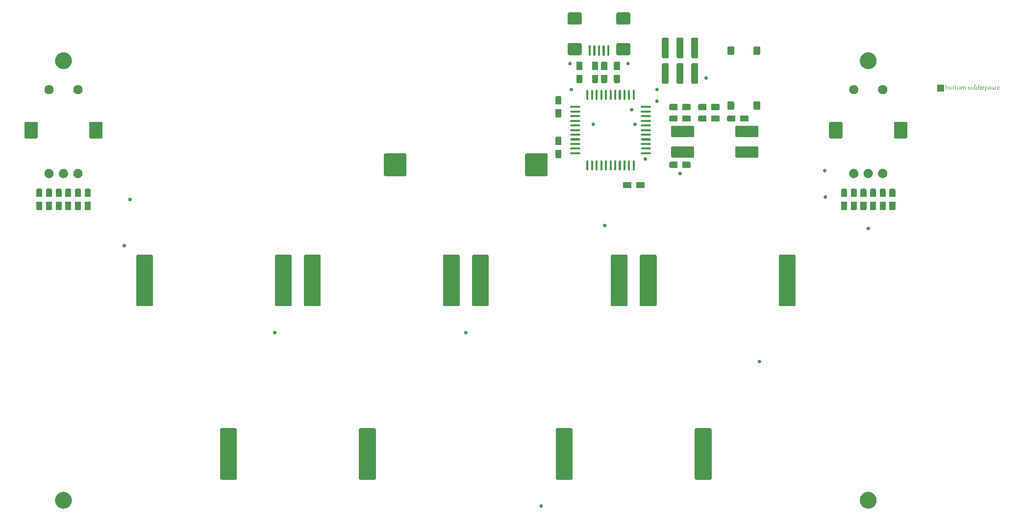
<source format=gbp>
G04                                                      *
G04 Greetings!                                           *
G04 This Gerber was generated by PCBmodE, an open source *
G04 PCB design software. Get it here:                    *
G04                                                      *
G04   http://pcbmode.com                                 *
G04                                                      *
G04 Also visit                                           *
G04                                                      *
G04   http://boldport.com                                *
G04                                                      *
G04 and follow @boldport / @pcbmode for updates!         *
G04                                                      *

G04 leading zeros omitted (L); absolute data (A); 6 integer digits and 6 fractional digits *
%FSLAX66Y66*%

G04 mode (MO): millimeters (MM) *
%MOMM*%

G04 Aperture definitions *
%ADD10C,0.001X*%
%ADD11C,0.001X*%

%LPD*%
G36*
G01X123864000Y-18500000D02*
G01X123864000Y-18228500D01*
G01X123864000Y-18228500D01*
G01X123858514Y-18176166D01*
G01X123842809Y-18127614D01*
G01X123818016Y-18083974D01*
G01X123785266Y-18046378D01*
G01X123745689Y-18015956D01*
G01X123700418Y-17993839D01*
G01X123650581Y-17981157D01*
G01X123614000Y-17978500D01*
G01X123143000Y-17978500D01*
G01X122422000Y-17978500D01*
G01X122422000Y-18500000D01*
G01X122422000Y-19021500D01*
G01X123143000Y-19021500D01*
G01X123614000Y-19021500D01*
G01X123614000Y-19021500D01*
G01X123666334Y-19016014D01*
G01X123714886Y-19000309D01*
G01X123758526Y-18975516D01*
G01X123796122Y-18942766D01*
G01X123826544Y-18903189D01*
G01X123848661Y-18857918D01*
G01X123861343Y-18808081D01*
G01X123864000Y-18771500D01*
G01X123864000Y-18500000D01*
G37*
G36*
G01X120136000Y-18500000D02*
G01X120136000Y-18771500D01*
G01X120136000Y-18771500D01*
G01X120141486Y-18823834D01*
G01X120157191Y-18872386D01*
G01X120181984Y-18916026D01*
G01X120214734Y-18953622D01*
G01X120254311Y-18984044D01*
G01X120299582Y-19006161D01*
G01X120349419Y-19018843D01*
G01X120386000Y-19021500D01*
G01X120857000Y-19021500D01*
G01X121578000Y-19021500D01*
G01X121578000Y-18500000D01*
G01X121578000Y-17978500D01*
G01X120857000Y-17978500D01*
G01X120386000Y-17978500D01*
G01X120386000Y-17978500D01*
G01X120333666Y-17983986D01*
G01X120285114Y-17999691D01*
G01X120241474Y-18024484D01*
G01X120203878Y-18057234D01*
G01X120173456Y-18096811D01*
G01X120151339Y-18142082D01*
G01X120138657Y-18191919D01*
G01X120136000Y-18228500D01*
G01X120136000Y-18500000D01*
G37*
G36*
G01X8000000Y-36364000D02*
G01X8271500Y-36364000D01*
G01X8271500Y-36364000D01*
G01X8323834Y-36358514D01*
G01X8372386Y-36342809D01*
G01X8416026Y-36318016D01*
G01X8453622Y-36285266D01*
G01X8484044Y-36245689D01*
G01X8506161Y-36200418D01*
G01X8518843Y-36150581D01*
G01X8521500Y-36114000D01*
G01X8521500Y-35643000D01*
G01X8521500Y-34922000D01*
G01X8000000Y-34922000D01*
G01X7478500Y-34922000D01*
G01X7478500Y-35643000D01*
G01X7478500Y-36114000D01*
G01X7478500Y-36114000D01*
G01X7483986Y-36166334D01*
G01X7499691Y-36214886D01*
G01X7524484Y-36258526D01*
G01X7557234Y-36296122D01*
G01X7596811Y-36326544D01*
G01X7642082Y-36348661D01*
G01X7691919Y-36361343D01*
G01X7728500Y-36364000D01*
G01X8000000Y-36364000D01*
G37*
G36*
G01X8000000Y-32636000D02*
G01X7728500Y-32636000D01*
G01X7728500Y-32636000D01*
G01X7676166Y-32641486D01*
G01X7627614Y-32657191D01*
G01X7583974Y-32681984D01*
G01X7546378Y-32714734D01*
G01X7515956Y-32754311D01*
G01X7493839Y-32799582D01*
G01X7481157Y-32849419D01*
G01X7478500Y-32886000D01*
G01X7478500Y-33357000D01*
G01X7478500Y-34078000D01*
G01X8000000Y-34078000D01*
G01X8521500Y-34078000D01*
G01X8521500Y-33357000D01*
G01X8521500Y-32886000D01*
G01X8521500Y-32886000D01*
G01X8516014Y-32833666D01*
G01X8500309Y-32785114D01*
G01X8475516Y-32741474D01*
G01X8442766Y-32703878D01*
G01X8403189Y-32673456D01*
G01X8357918Y-32651339D01*
G01X8308081Y-32638657D01*
G01X8271500Y-32636000D01*
G01X8000000Y-32636000D01*
G37*
G36*
G01X6330000Y-36364000D02*
G01X6601500Y-36364000D01*
G01X6601500Y-36364000D01*
G01X6653834Y-36358514D01*
G01X6702386Y-36342809D01*
G01X6746026Y-36318016D01*
G01X6783622Y-36285266D01*
G01X6814044Y-36245689D01*
G01X6836161Y-36200418D01*
G01X6848843Y-36150581D01*
G01X6851500Y-36114000D01*
G01X6851500Y-35643000D01*
G01X6851500Y-34922000D01*
G01X6330000Y-34922000D01*
G01X5808500Y-34922000D01*
G01X5808500Y-35643000D01*
G01X5808500Y-36114000D01*
G01X5808500Y-36114000D01*
G01X5813986Y-36166334D01*
G01X5829691Y-36214886D01*
G01X5854484Y-36258526D01*
G01X5887234Y-36296122D01*
G01X5926811Y-36326544D01*
G01X5972082Y-36348661D01*
G01X6021919Y-36361343D01*
G01X6058500Y-36364000D01*
G01X6330000Y-36364000D01*
G37*
G36*
G01X6330000Y-32636000D02*
G01X6058500Y-32636000D01*
G01X6058500Y-32636000D01*
G01X6006166Y-32641486D01*
G01X5957614Y-32657191D01*
G01X5913974Y-32681984D01*
G01X5876378Y-32714734D01*
G01X5845956Y-32754311D01*
G01X5823839Y-32799582D01*
G01X5811157Y-32849419D01*
G01X5808500Y-32886000D01*
G01X5808500Y-33357000D01*
G01X5808500Y-34078000D01*
G01X6330000Y-34078000D01*
G01X6851500Y-34078000D01*
G01X6851500Y-33357000D01*
G01X6851500Y-32886000D01*
G01X6851500Y-32886000D01*
G01X6846014Y-32833666D01*
G01X6830309Y-32785114D01*
G01X6805516Y-32741474D01*
G01X6772766Y-32703878D01*
G01X6733189Y-32673456D01*
G01X6687918Y-32651339D01*
G01X6638081Y-32638657D01*
G01X6601500Y-32636000D01*
G01X6330000Y-32636000D01*
G37*
G36*
G01X13000000Y-36364000D02*
G01X13271500Y-36364000D01*
G01X13271500Y-36364000D01*
G01X13323834Y-36358514D01*
G01X13372386Y-36342809D01*
G01X13416026Y-36318016D01*
G01X13453622Y-36285266D01*
G01X13484044Y-36245689D01*
G01X13506161Y-36200418D01*
G01X13518843Y-36150581D01*
G01X13521500Y-36114000D01*
G01X13521500Y-35643000D01*
G01X13521500Y-34922000D01*
G01X13000000Y-34922000D01*
G01X12478500Y-34922000D01*
G01X12478500Y-35643000D01*
G01X12478500Y-36114000D01*
G01X12478500Y-36114000D01*
G01X12483986Y-36166334D01*
G01X12499691Y-36214886D01*
G01X12524484Y-36258526D01*
G01X12557234Y-36296122D01*
G01X12596811Y-36326544D01*
G01X12642082Y-36348661D01*
G01X12691919Y-36361343D01*
G01X12728500Y-36364000D01*
G01X13000000Y-36364000D01*
G37*
G36*
G01X13000000Y-32636000D02*
G01X12728500Y-32636000D01*
G01X12728500Y-32636000D01*
G01X12676166Y-32641486D01*
G01X12627614Y-32657191D01*
G01X12583974Y-32681984D01*
G01X12546378Y-32714734D01*
G01X12515956Y-32754311D01*
G01X12493839Y-32799582D01*
G01X12481157Y-32849419D01*
G01X12478500Y-32886000D01*
G01X12478500Y-33357000D01*
G01X12478500Y-34078000D01*
G01X13000000Y-34078000D01*
G01X13521500Y-34078000D01*
G01X13521500Y-33357000D01*
G01X13521500Y-32886000D01*
G01X13521500Y-32886000D01*
G01X13516014Y-32833666D01*
G01X13500309Y-32785114D01*
G01X13475516Y-32741474D01*
G01X13442766Y-32703878D01*
G01X13403189Y-32673456D01*
G01X13357918Y-32651339D01*
G01X13308081Y-32638657D01*
G01X13271500Y-32636000D01*
G01X13000000Y-32636000D01*
G37*
G36*
G01X103900000Y-14364000D02*
G01X104171500Y-14364000D01*
G01X104171500Y-14364000D01*
G01X104223834Y-14358514D01*
G01X104272386Y-14342809D01*
G01X104316026Y-14318016D01*
G01X104353622Y-14285266D01*
G01X104384044Y-14245689D01*
G01X104406161Y-14200418D01*
G01X104418843Y-14150581D01*
G01X104421500Y-14114000D01*
G01X104421500Y-13643000D01*
G01X104421500Y-12922000D01*
G01X103900000Y-12922000D01*
G01X103378500Y-12922000D01*
G01X103378500Y-13643000D01*
G01X103378500Y-14114000D01*
G01X103378500Y-14114000D01*
G01X103383986Y-14166334D01*
G01X103399691Y-14214886D01*
G01X103424484Y-14258526D01*
G01X103457234Y-14296122D01*
G01X103496811Y-14326544D01*
G01X103542082Y-14348661D01*
G01X103591919Y-14361343D01*
G01X103628500Y-14364000D01*
G01X103900000Y-14364000D01*
G37*
G36*
G01X103900000Y-10636000D02*
G01X103628500Y-10636000D01*
G01X103628500Y-10636000D01*
G01X103576166Y-10641486D01*
G01X103527614Y-10657191D01*
G01X103483974Y-10681984D01*
G01X103446378Y-10714734D01*
G01X103415956Y-10754311D01*
G01X103393839Y-10799582D01*
G01X103381157Y-10849419D01*
G01X103378500Y-10886000D01*
G01X103378500Y-11357000D01*
G01X103378500Y-12078000D01*
G01X103900000Y-12078000D01*
G01X104421500Y-12078000D01*
G01X104421500Y-11357000D01*
G01X104421500Y-10886000D01*
G01X104421500Y-10886000D01*
G01X104416014Y-10833666D01*
G01X104400309Y-10785114D01*
G01X104375516Y-10741474D01*
G01X104342766Y-10703878D01*
G01X104303189Y-10673456D01*
G01X104257918Y-10651339D01*
G01X104208081Y-10638657D01*
G01X104171500Y-10636000D01*
G01X103900000Y-10636000D01*
G37*
G36*
G01X102300000Y-14364000D02*
G01X102571500Y-14364000D01*
G01X102571500Y-14364000D01*
G01X102623834Y-14358514D01*
G01X102672386Y-14342809D01*
G01X102716026Y-14318016D01*
G01X102753622Y-14285266D01*
G01X102784044Y-14245689D01*
G01X102806161Y-14200418D01*
G01X102818843Y-14150581D01*
G01X102821500Y-14114000D01*
G01X102821500Y-13643000D01*
G01X102821500Y-12922000D01*
G01X102300000Y-12922000D01*
G01X101778500Y-12922000D01*
G01X101778500Y-13643000D01*
G01X101778500Y-14114000D01*
G01X101778500Y-14114000D01*
G01X101783986Y-14166334D01*
G01X101799691Y-14214886D01*
G01X101824484Y-14258526D01*
G01X101857234Y-14296122D01*
G01X101896811Y-14326544D01*
G01X101942082Y-14348661D01*
G01X101991919Y-14361343D01*
G01X102028500Y-14364000D01*
G01X102300000Y-14364000D01*
G37*
G36*
G01X102300000Y-10636000D02*
G01X102028500Y-10636000D01*
G01X102028500Y-10636000D01*
G01X101976166Y-10641486D01*
G01X101927614Y-10657191D01*
G01X101883974Y-10681984D01*
G01X101846378Y-10714734D01*
G01X101815956Y-10754311D01*
G01X101793839Y-10799582D01*
G01X101781157Y-10849419D01*
G01X101778500Y-10886000D01*
G01X101778500Y-11357000D01*
G01X101778500Y-12078000D01*
G01X102300000Y-12078000D01*
G01X102821500Y-12078000D01*
G01X102821500Y-11357000D01*
G01X102821500Y-10886000D01*
G01X102821500Y-10886000D01*
G01X102816014Y-10833666D01*
G01X102800309Y-10785114D01*
G01X102775516Y-10741474D01*
G01X102742766Y-10703878D01*
G01X102703189Y-10673456D01*
G01X102657918Y-10651339D01*
G01X102608081Y-10638657D01*
G01X102571500Y-10636000D01*
G01X102300000Y-10636000D01*
G37*
G36*
G01X128864000Y-20500000D02*
G01X128864000Y-20228500D01*
G01X128864000Y-20228500D01*
G01X128858514Y-20176166D01*
G01X128842809Y-20127614D01*
G01X128818016Y-20083974D01*
G01X128785266Y-20046378D01*
G01X128745689Y-20015956D01*
G01X128700418Y-19993839D01*
G01X128650581Y-19981157D01*
G01X128614000Y-19978500D01*
G01X128143000Y-19978500D01*
G01X127422000Y-19978500D01*
G01X127422000Y-20500000D01*
G01X127422000Y-21021500D01*
G01X128143000Y-21021500D01*
G01X128614000Y-21021500D01*
G01X128614000Y-21021500D01*
G01X128666334Y-21016014D01*
G01X128714886Y-21000309D01*
G01X128758526Y-20975516D01*
G01X128796122Y-20942766D01*
G01X128826544Y-20903189D01*
G01X128848661Y-20857918D01*
G01X128861343Y-20808081D01*
G01X128864000Y-20771500D01*
G01X128864000Y-20500000D01*
G37*
G36*
G01X125136000Y-20500000D02*
G01X125136000Y-20771500D01*
G01X125136000Y-20771500D01*
G01X125141486Y-20823834D01*
G01X125157191Y-20872386D01*
G01X125181984Y-20916026D01*
G01X125214734Y-20953622D01*
G01X125254311Y-20984044D01*
G01X125299582Y-21006161D01*
G01X125349419Y-21018843D01*
G01X125386000Y-21021500D01*
G01X125857000Y-21021500D01*
G01X126578000Y-21021500D01*
G01X126578000Y-20500000D01*
G01X126578000Y-19978500D01*
G01X125857000Y-19978500D01*
G01X125386000Y-19978500D01*
G01X125386000Y-19978500D01*
G01X125333666Y-19983986D01*
G01X125285114Y-19999691D01*
G01X125241474Y-20024484D01*
G01X125203878Y-20057234D01*
G01X125173456Y-20096811D01*
G01X125151339Y-20142082D01*
G01X125138657Y-20191919D01*
G01X125136000Y-20228500D01*
G01X125136000Y-20500000D01*
G37*
G36*
G01X14670000Y-36364000D02*
G01X14941500Y-36364000D01*
G01X14941500Y-36364000D01*
G01X14993834Y-36358514D01*
G01X15042386Y-36342809D01*
G01X15086026Y-36318016D01*
G01X15123622Y-36285266D01*
G01X15154044Y-36245689D01*
G01X15176161Y-36200418D01*
G01X15188843Y-36150581D01*
G01X15191500Y-36114000D01*
G01X15191500Y-35643000D01*
G01X15191500Y-34922000D01*
G01X14670000Y-34922000D01*
G01X14148500Y-34922000D01*
G01X14148500Y-35643000D01*
G01X14148500Y-36114000D01*
G01X14148500Y-36114000D01*
G01X14153986Y-36166334D01*
G01X14169691Y-36214886D01*
G01X14194484Y-36258526D01*
G01X14227234Y-36296122D01*
G01X14266811Y-36326544D01*
G01X14312082Y-36348661D01*
G01X14361919Y-36361343D01*
G01X14398500Y-36364000D01*
G01X14670000Y-36364000D01*
G37*
G36*
G01X14670000Y-32636000D02*
G01X14398500Y-32636000D01*
G01X14398500Y-32636000D01*
G01X14346166Y-32641486D01*
G01X14297614Y-32657191D01*
G01X14253974Y-32681984D01*
G01X14216378Y-32714734D01*
G01X14185956Y-32754311D01*
G01X14163839Y-32799582D01*
G01X14151157Y-32849419D01*
G01X14148500Y-32886000D01*
G01X14148500Y-33357000D01*
G01X14148500Y-34078000D01*
G01X14670000Y-34078000D01*
G01X15191500Y-34078000D01*
G01X15191500Y-33357000D01*
G01X15191500Y-32886000D01*
G01X15191500Y-32886000D01*
G01X15186014Y-32833666D01*
G01X15170309Y-32785114D01*
G01X15145516Y-32741474D01*
G01X15112766Y-32703878D01*
G01X15073189Y-32673456D01*
G01X15027918Y-32651339D01*
G01X14978081Y-32638657D01*
G01X14941500Y-32636000D01*
G01X14670000Y-32636000D01*
G37*
G36*
G01X147000000Y-36364000D02*
G01X147271500Y-36364000D01*
G01X147271500Y-36364000D01*
G01X147323834Y-36358514D01*
G01X147372386Y-36342809D01*
G01X147416026Y-36318016D01*
G01X147453622Y-36285266D01*
G01X147484044Y-36245689D01*
G01X147506161Y-36200418D01*
G01X147518843Y-36150581D01*
G01X147521500Y-36114000D01*
G01X147521500Y-35643000D01*
G01X147521500Y-34922000D01*
G01X147000000Y-34922000D01*
G01X146478500Y-34922000D01*
G01X146478500Y-35643000D01*
G01X146478500Y-36114000D01*
G01X146478500Y-36114000D01*
G01X146483986Y-36166334D01*
G01X146499691Y-36214886D01*
G01X146524484Y-36258526D01*
G01X146557234Y-36296122D01*
G01X146596811Y-36326544D01*
G01X146642082Y-36348661D01*
G01X146691919Y-36361343D01*
G01X146728500Y-36364000D01*
G01X147000000Y-36364000D01*
G37*
G36*
G01X147000000Y-32636000D02*
G01X146728500Y-32636000D01*
G01X146728500Y-32636000D01*
G01X146676166Y-32641486D01*
G01X146627614Y-32657191D01*
G01X146583974Y-32681984D01*
G01X146546378Y-32714734D01*
G01X146515956Y-32754311D01*
G01X146493839Y-32799582D01*
G01X146481157Y-32849419D01*
G01X146478500Y-32886000D01*
G01X146478500Y-33357000D01*
G01X146478500Y-34078000D01*
G01X147000000Y-34078000D01*
G01X147521500Y-34078000D01*
G01X147521500Y-33357000D01*
G01X147521500Y-32886000D01*
G01X147521500Y-32886000D01*
G01X147516014Y-32833666D01*
G01X147500309Y-32785114D01*
G01X147475516Y-32741474D01*
G01X147442766Y-32703878D01*
G01X147403189Y-32673456D01*
G01X147357918Y-32651339D01*
G01X147308081Y-32638657D01*
G01X147271500Y-32636000D01*
G01X147000000Y-32636000D01*
G37*
G36*
G01X147000000Y-30800000D02*
G01X147000000Y-30800000D01*
G01X147052600Y-30798298D01*
G01X147104292Y-30793264D01*
G01X147154970Y-30785001D01*
G01X147204528Y-30773617D01*
G01X147252862Y-30759215D01*
G01X147299865Y-30741903D01*
G01X147345433Y-30721784D01*
G01X147389460Y-30698965D01*
G01X147431841Y-30673551D01*
G01X147472470Y-30645646D01*
G01X147511241Y-30615358D01*
G01X147548050Y-30582791D01*
G01X147582791Y-30548050D01*
G01X147615358Y-30511241D01*
G01X147645646Y-30472470D01*
G01X147673551Y-30431841D01*
G01X147698965Y-30389460D01*
G01X147721784Y-30345433D01*
G01X147741903Y-30299865D01*
G01X147759215Y-30252862D01*
G01X147773617Y-30204528D01*
G01X147785001Y-30154970D01*
G01X147793264Y-30104292D01*
G01X147798298Y-30052600D01*
G01X147800000Y-30000000D01*
G01X147800000Y-30000000D01*
G01X147800000Y-30000000D01*
G01X147798298Y-29947400D01*
G01X147793264Y-29895708D01*
G01X147785001Y-29845030D01*
G01X147773617Y-29795472D01*
G01X147759215Y-29747138D01*
G01X147741903Y-29700135D01*
G01X147721784Y-29654567D01*
G01X147698965Y-29610540D01*
G01X147673551Y-29568159D01*
G01X147645646Y-29527530D01*
G01X147615358Y-29488759D01*
G01X147582791Y-29451950D01*
G01X147548050Y-29417209D01*
G01X147511241Y-29384642D01*
G01X147472470Y-29354354D01*
G01X147431841Y-29326449D01*
G01X147389460Y-29301035D01*
G01X147345433Y-29278216D01*
G01X147299865Y-29258097D01*
G01X147252862Y-29240785D01*
G01X147204528Y-29226383D01*
G01X147154970Y-29214999D01*
G01X147104292Y-29206736D01*
G01X147052600Y-29201702D01*
G01X147000000Y-29200000D01*
G01X147000000Y-29200000D01*
G01X147000000Y-29200000D01*
G01X146947400Y-29201702D01*
G01X146895708Y-29206736D01*
G01X146845030Y-29214999D01*
G01X146795472Y-29226383D01*
G01X146747138Y-29240785D01*
G01X146700135Y-29258097D01*
G01X146654567Y-29278216D01*
G01X146610540Y-29301035D01*
G01X146568159Y-29326449D01*
G01X146527530Y-29354354D01*
G01X146488759Y-29384642D01*
G01X146451950Y-29417209D01*
G01X146417209Y-29451950D01*
G01X146384642Y-29488759D01*
G01X146354354Y-29527530D01*
G01X146326449Y-29568159D01*
G01X146301035Y-29610540D01*
G01X146278216Y-29654567D01*
G01X146258097Y-29700135D01*
G01X146240785Y-29747138D01*
G01X146226383Y-29795472D01*
G01X146214999Y-29845030D01*
G01X146206736Y-29895708D01*
G01X146201702Y-29947400D01*
G01X146200000Y-30000000D01*
G01X146200000Y-30000000D01*
G01X146200000Y-30000000D01*
G01X146201702Y-30052600D01*
G01X146206736Y-30104292D01*
G01X146214999Y-30154970D01*
G01X146226383Y-30204528D01*
G01X146240785Y-30252862D01*
G01X146258097Y-30299865D01*
G01X146278216Y-30345433D01*
G01X146301035Y-30389460D01*
G01X146326449Y-30431841D01*
G01X146354354Y-30472470D01*
G01X146384642Y-30511241D01*
G01X146417209Y-30548050D01*
G01X146451950Y-30582791D01*
G01X146488759Y-30615358D01*
G01X146527530Y-30645646D01*
G01X146568159Y-30673551D01*
G01X146610540Y-30698965D01*
G01X146654567Y-30721784D01*
G01X146700135Y-30741903D01*
G01X146747138Y-30759215D01*
G01X146795472Y-30773617D01*
G01X146845030Y-30785001D01*
G01X146895708Y-30793264D01*
G01X146947400Y-30798298D01*
G01X147000000Y-30800000D01*
G01X147000000Y-30800000D01*
G37*
G36*
G01X152000000Y-30800000D02*
G01X152000000Y-30800000D01*
G01X152052600Y-30798298D01*
G01X152104292Y-30793264D01*
G01X152154970Y-30785001D01*
G01X152204528Y-30773617D01*
G01X152252862Y-30759215D01*
G01X152299865Y-30741903D01*
G01X152345433Y-30721784D01*
G01X152389460Y-30698965D01*
G01X152431841Y-30673551D01*
G01X152472470Y-30645646D01*
G01X152511241Y-30615358D01*
G01X152548050Y-30582791D01*
G01X152582791Y-30548050D01*
G01X152615358Y-30511241D01*
G01X152645646Y-30472470D01*
G01X152673551Y-30431841D01*
G01X152698965Y-30389460D01*
G01X152721784Y-30345433D01*
G01X152741903Y-30299865D01*
G01X152759215Y-30252862D01*
G01X152773617Y-30204528D01*
G01X152785001Y-30154970D01*
G01X152793264Y-30104292D01*
G01X152798298Y-30052600D01*
G01X152800000Y-30000000D01*
G01X152800000Y-30000000D01*
G01X152800000Y-30000000D01*
G01X152798298Y-29947400D01*
G01X152793264Y-29895708D01*
G01X152785001Y-29845030D01*
G01X152773617Y-29795472D01*
G01X152759215Y-29747138D01*
G01X152741903Y-29700135D01*
G01X152721784Y-29654567D01*
G01X152698965Y-29610540D01*
G01X152673551Y-29568159D01*
G01X152645646Y-29527530D01*
G01X152615358Y-29488759D01*
G01X152582791Y-29451950D01*
G01X152548050Y-29417209D01*
G01X152511241Y-29384642D01*
G01X152472470Y-29354354D01*
G01X152431841Y-29326449D01*
G01X152389460Y-29301035D01*
G01X152345433Y-29278216D01*
G01X152299865Y-29258097D01*
G01X152252862Y-29240785D01*
G01X152204528Y-29226383D01*
G01X152154970Y-29214999D01*
G01X152104292Y-29206736D01*
G01X152052600Y-29201702D01*
G01X152000000Y-29200000D01*
G01X152000000Y-29200000D01*
G01X152000000Y-29200000D01*
G01X151947400Y-29201702D01*
G01X151895708Y-29206736D01*
G01X151845030Y-29214999D01*
G01X151795472Y-29226383D01*
G01X151747138Y-29240785D01*
G01X151700135Y-29258097D01*
G01X151654567Y-29278216D01*
G01X151610540Y-29301035D01*
G01X151568159Y-29326449D01*
G01X151527530Y-29354354D01*
G01X151488759Y-29384642D01*
G01X151451950Y-29417209D01*
G01X151417209Y-29451950D01*
G01X151384642Y-29488759D01*
G01X151354354Y-29527530D01*
G01X151326449Y-29568159D01*
G01X151301035Y-29610540D01*
G01X151278216Y-29654567D01*
G01X151258097Y-29700135D01*
G01X151240785Y-29747138D01*
G01X151226383Y-29795472D01*
G01X151214999Y-29845030D01*
G01X151206736Y-29895708D01*
G01X151201702Y-29947400D01*
G01X151200000Y-30000000D01*
G01X151200000Y-30000000D01*
G01X151200000Y-30000000D01*
G01X151201702Y-30052600D01*
G01X151206736Y-30104292D01*
G01X151214999Y-30154970D01*
G01X151226383Y-30204528D01*
G01X151240785Y-30252862D01*
G01X151258097Y-30299865D01*
G01X151278216Y-30345433D01*
G01X151301035Y-30389460D01*
G01X151326449Y-30431841D01*
G01X151354354Y-30472470D01*
G01X151384642Y-30511241D01*
G01X151417209Y-30548050D01*
G01X151451950Y-30582791D01*
G01X151488759Y-30615358D01*
G01X151527530Y-30645646D01*
G01X151568159Y-30673551D01*
G01X151610540Y-30698965D01*
G01X151654567Y-30721784D01*
G01X151700135Y-30741903D01*
G01X151747138Y-30759215D01*
G01X151795472Y-30773617D01*
G01X151845030Y-30785001D01*
G01X151895708Y-30793264D01*
G01X151947400Y-30798298D01*
G01X152000000Y-30800000D01*
G01X152000000Y-30800000D01*
G37*
G36*
G01X152000000Y-16300000D02*
G01X152000000Y-16300000D01*
G01X152052600Y-16298298D01*
G01X152104292Y-16293264D01*
G01X152154970Y-16285001D01*
G01X152204528Y-16273617D01*
G01X152252862Y-16259215D01*
G01X152299865Y-16241903D01*
G01X152345433Y-16221784D01*
G01X152389460Y-16198965D01*
G01X152431841Y-16173551D01*
G01X152472470Y-16145646D01*
G01X152511241Y-16115358D01*
G01X152548050Y-16082791D01*
G01X152582791Y-16048050D01*
G01X152615358Y-16011241D01*
G01X152645646Y-15972470D01*
G01X152673551Y-15931841D01*
G01X152698965Y-15889460D01*
G01X152721784Y-15845433D01*
G01X152741903Y-15799865D01*
G01X152759215Y-15752862D01*
G01X152773617Y-15704528D01*
G01X152785001Y-15654970D01*
G01X152793264Y-15604292D01*
G01X152798298Y-15552600D01*
G01X152800000Y-15500000D01*
G01X152800000Y-15500000D01*
G01X152800000Y-15500000D01*
G01X152798298Y-15447400D01*
G01X152793264Y-15395708D01*
G01X152785001Y-15345030D01*
G01X152773617Y-15295472D01*
G01X152759215Y-15247138D01*
G01X152741903Y-15200135D01*
G01X152721784Y-15154567D01*
G01X152698965Y-15110540D01*
G01X152673551Y-15068159D01*
G01X152645646Y-15027530D01*
G01X152615358Y-14988759D01*
G01X152582791Y-14951950D01*
G01X152548050Y-14917209D01*
G01X152511241Y-14884642D01*
G01X152472470Y-14854354D01*
G01X152431841Y-14826450D01*
G01X152389460Y-14801035D01*
G01X152345433Y-14778216D01*
G01X152299865Y-14758097D01*
G01X152252862Y-14740785D01*
G01X152204528Y-14726383D01*
G01X152154970Y-14714999D01*
G01X152104292Y-14706736D01*
G01X152052600Y-14701702D01*
G01X152000000Y-14700000D01*
G01X152000000Y-14700000D01*
G01X152000000Y-14700000D01*
G01X151947400Y-14701702D01*
G01X151895708Y-14706736D01*
G01X151845030Y-14714999D01*
G01X151795472Y-14726383D01*
G01X151747138Y-14740785D01*
G01X151700135Y-14758097D01*
G01X151654567Y-14778216D01*
G01X151610540Y-14801035D01*
G01X151568159Y-14826450D01*
G01X151527530Y-14854354D01*
G01X151488759Y-14884642D01*
G01X151451950Y-14917209D01*
G01X151417209Y-14951950D01*
G01X151384642Y-14988759D01*
G01X151354354Y-15027530D01*
G01X151326449Y-15068159D01*
G01X151301035Y-15110540D01*
G01X151278216Y-15154567D01*
G01X151258097Y-15200135D01*
G01X151240785Y-15247138D01*
G01X151226383Y-15295472D01*
G01X151214999Y-15345030D01*
G01X151206736Y-15395708D01*
G01X151201702Y-15447400D01*
G01X151200000Y-15500000D01*
G01X151200000Y-15500000D01*
G01X151200000Y-15500000D01*
G01X151201702Y-15552600D01*
G01X151206736Y-15604292D01*
G01X151214999Y-15654970D01*
G01X151226383Y-15704528D01*
G01X151240785Y-15752862D01*
G01X151258097Y-15799865D01*
G01X151278216Y-15845433D01*
G01X151301035Y-15889460D01*
G01X151326449Y-15931841D01*
G01X151354354Y-15972470D01*
G01X151384642Y-16011241D01*
G01X151417209Y-16048050D01*
G01X151451950Y-16082791D01*
G01X151488759Y-16115358D01*
G01X151527530Y-16145646D01*
G01X151568159Y-16173551D01*
G01X151610540Y-16198965D01*
G01X151654567Y-16221784D01*
G01X151700135Y-16241903D01*
G01X151747138Y-16259215D01*
G01X151795472Y-16273617D01*
G01X151845030Y-16285001D01*
G01X151895708Y-16293264D01*
G01X151947400Y-16298298D01*
G01X152000000Y-16300000D01*
G01X152000000Y-16300000D01*
G37*
G36*
G01X153950000Y-22500000D02*
G01X153950000Y-21350000D01*
G01X153950000Y-21350000D01*
G01X153953927Y-21301339D01*
G01X153965294Y-21255177D01*
G01X153983486Y-21212133D01*
G01X154007883Y-21172824D01*
G01X154037868Y-21137868D01*
G01X154072824Y-21107883D01*
G01X154112133Y-21083486D01*
G01X154155177Y-21065294D01*
G01X154201339Y-21053926D01*
G01X154250000Y-21050000D01*
G01X154250000Y-21050000D01*
G01X155100000Y-21050000D01*
G01X155950000Y-21050000D01*
G01X155950000Y-21050000D01*
G01X155998661Y-21053927D01*
G01X156044823Y-21065294D01*
G01X156087867Y-21083486D01*
G01X156127176Y-21107883D01*
G01X156162132Y-21137868D01*
G01X156192117Y-21172824D01*
G01X156216514Y-21212133D01*
G01X156234706Y-21255177D01*
G01X156246073Y-21301339D01*
G01X156250000Y-21350000D01*
G01X156250000Y-21350000D01*
G01X156250000Y-22500000D01*
G01X156250000Y-23650000D01*
G01X156250000Y-23650000D01*
G01X156246073Y-23698661D01*
G01X156234706Y-23744823D01*
G01X156216514Y-23787867D01*
G01X156192117Y-23827176D01*
G01X156162132Y-23862132D01*
G01X156127176Y-23892117D01*
G01X156087867Y-23916514D01*
G01X156044823Y-23934706D01*
G01X155998661Y-23946074D01*
G01X155950000Y-23950000D01*
G01X155950000Y-23950000D01*
G01X155100000Y-23950000D01*
G01X154250000Y-23950000D01*
G01X154250000Y-23950000D01*
G01X154201339Y-23946073D01*
G01X154155177Y-23934706D01*
G01X154112133Y-23916514D01*
G01X154072824Y-23892117D01*
G01X154037868Y-23862132D01*
G01X154007883Y-23827176D01*
G01X153983486Y-23787867D01*
G01X153965294Y-23744823D01*
G01X153953926Y-23698661D01*
G01X153950000Y-23650000D01*
G01X153950000Y-23650000D01*
G01X153950000Y-22500000D01*
G37*
G36*
G01X142750000Y-22500000D02*
G01X142750000Y-21350000D01*
G01X142750000Y-21350000D01*
G01X142753927Y-21301339D01*
G01X142765294Y-21255177D01*
G01X142783486Y-21212133D01*
G01X142807883Y-21172824D01*
G01X142837868Y-21137868D01*
G01X142872824Y-21107883D01*
G01X142912133Y-21083486D01*
G01X142955177Y-21065294D01*
G01X143001339Y-21053926D01*
G01X143050000Y-21050000D01*
G01X143050000Y-21050000D01*
G01X143900000Y-21050000D01*
G01X144750000Y-21050000D01*
G01X144750000Y-21050000D01*
G01X144798661Y-21053927D01*
G01X144844823Y-21065294D01*
G01X144887867Y-21083486D01*
G01X144927176Y-21107883D01*
G01X144962132Y-21137868D01*
G01X144992117Y-21172824D01*
G01X145016514Y-21212133D01*
G01X145034706Y-21255177D01*
G01X145046074Y-21301339D01*
G01X145050000Y-21350000D01*
G01X145050000Y-21350000D01*
G01X145050000Y-22500000D01*
G01X145050000Y-23650000D01*
G01X145050000Y-23650000D01*
G01X145046073Y-23698661D01*
G01X145034706Y-23744823D01*
G01X145016514Y-23787867D01*
G01X144992117Y-23827176D01*
G01X144962132Y-23862132D01*
G01X144927176Y-23892117D01*
G01X144887867Y-23916514D01*
G01X144844823Y-23934706D01*
G01X144798661Y-23946074D01*
G01X144750000Y-23950000D01*
G01X144750000Y-23950000D01*
G01X143900000Y-23950000D01*
G01X143050000Y-23950000D01*
G01X143050000Y-23950000D01*
G01X143001339Y-23946073D01*
G01X142955177Y-23934706D01*
G01X142912133Y-23916514D01*
G01X142872824Y-23892117D01*
G01X142837868Y-23862132D01*
G01X142807883Y-23827176D01*
G01X142783486Y-23787867D01*
G01X142765294Y-23744823D01*
G01X142753927Y-23698661D01*
G01X142750000Y-23650000D01*
G01X142750000Y-23650000D01*
G01X142750000Y-22500000D01*
G37*
G36*
G01X149500000Y-30800000D02*
G01X149500000Y-30800000D01*
G01X149552600Y-30798298D01*
G01X149604292Y-30793264D01*
G01X149654970Y-30785001D01*
G01X149704528Y-30773617D01*
G01X149752862Y-30759215D01*
G01X149799865Y-30741903D01*
G01X149845433Y-30721784D01*
G01X149889460Y-30698965D01*
G01X149931841Y-30673551D01*
G01X149972470Y-30645646D01*
G01X150011241Y-30615358D01*
G01X150048050Y-30582791D01*
G01X150082791Y-30548050D01*
G01X150115358Y-30511241D01*
G01X150145646Y-30472470D01*
G01X150173551Y-30431841D01*
G01X150198965Y-30389460D01*
G01X150221784Y-30345433D01*
G01X150241903Y-30299865D01*
G01X150259215Y-30252862D01*
G01X150273617Y-30204528D01*
G01X150285001Y-30154970D01*
G01X150293264Y-30104292D01*
G01X150298298Y-30052600D01*
G01X150300000Y-30000000D01*
G01X150300000Y-30000000D01*
G01X150300000Y-30000000D01*
G01X150298298Y-29947400D01*
G01X150293264Y-29895708D01*
G01X150285001Y-29845030D01*
G01X150273617Y-29795472D01*
G01X150259215Y-29747138D01*
G01X150241903Y-29700135D01*
G01X150221784Y-29654567D01*
G01X150198965Y-29610540D01*
G01X150173551Y-29568159D01*
G01X150145646Y-29527530D01*
G01X150115358Y-29488759D01*
G01X150082791Y-29451950D01*
G01X150048050Y-29417209D01*
G01X150011241Y-29384642D01*
G01X149972470Y-29354354D01*
G01X149931841Y-29326449D01*
G01X149889460Y-29301035D01*
G01X149845433Y-29278216D01*
G01X149799865Y-29258097D01*
G01X149752862Y-29240785D01*
G01X149704528Y-29226383D01*
G01X149654970Y-29214999D01*
G01X149604292Y-29206736D01*
G01X149552600Y-29201702D01*
G01X149500000Y-29200000D01*
G01X149500000Y-29200000D01*
G01X149500000Y-29200000D01*
G01X149447400Y-29201702D01*
G01X149395708Y-29206736D01*
G01X149345030Y-29214999D01*
G01X149295472Y-29226383D01*
G01X149247138Y-29240785D01*
G01X149200135Y-29258097D01*
G01X149154567Y-29278216D01*
G01X149110540Y-29301035D01*
G01X149068159Y-29326449D01*
G01X149027530Y-29354354D01*
G01X148988759Y-29384642D01*
G01X148951950Y-29417209D01*
G01X148917209Y-29451950D01*
G01X148884642Y-29488759D01*
G01X148854354Y-29527530D01*
G01X148826449Y-29568159D01*
G01X148801035Y-29610540D01*
G01X148778216Y-29654567D01*
G01X148758097Y-29700135D01*
G01X148740785Y-29747138D01*
G01X148726383Y-29795472D01*
G01X148714999Y-29845030D01*
G01X148706736Y-29895708D01*
G01X148701702Y-29947400D01*
G01X148700000Y-30000000D01*
G01X148700000Y-30000000D01*
G01X148700000Y-30000000D01*
G01X148701702Y-30052600D01*
G01X148706736Y-30104292D01*
G01X148714999Y-30154970D01*
G01X148726383Y-30204528D01*
G01X148740785Y-30252862D01*
G01X148758097Y-30299865D01*
G01X148778216Y-30345433D01*
G01X148801035Y-30389460D01*
G01X148826449Y-30431841D01*
G01X148854354Y-30472470D01*
G01X148884642Y-30511241D01*
G01X148917209Y-30548050D01*
G01X148951950Y-30582791D01*
G01X148988759Y-30615358D01*
G01X149027530Y-30645646D01*
G01X149068159Y-30673551D01*
G01X149110540Y-30698965D01*
G01X149154567Y-30721784D01*
G01X149200135Y-30741903D01*
G01X149247138Y-30759215D01*
G01X149295472Y-30773617D01*
G01X149345030Y-30785001D01*
G01X149395708Y-30793264D01*
G01X149447400Y-30798298D01*
G01X149500000Y-30800000D01*
G01X149500000Y-30800000D01*
G37*
G36*
G01X147000000Y-16300000D02*
G01X147000000Y-16300000D01*
G01X147052600Y-16298298D01*
G01X147104292Y-16293264D01*
G01X147154970Y-16285001D01*
G01X147204528Y-16273617D01*
G01X147252862Y-16259215D01*
G01X147299865Y-16241903D01*
G01X147345433Y-16221784D01*
G01X147389460Y-16198965D01*
G01X147431841Y-16173551D01*
G01X147472470Y-16145646D01*
G01X147511241Y-16115358D01*
G01X147548050Y-16082791D01*
G01X147582791Y-16048050D01*
G01X147615358Y-16011241D01*
G01X147645646Y-15972470D01*
G01X147673551Y-15931841D01*
G01X147698965Y-15889460D01*
G01X147721784Y-15845433D01*
G01X147741903Y-15799865D01*
G01X147759215Y-15752862D01*
G01X147773617Y-15704528D01*
G01X147785001Y-15654970D01*
G01X147793264Y-15604292D01*
G01X147798298Y-15552600D01*
G01X147800000Y-15500000D01*
G01X147800000Y-15500000D01*
G01X147800000Y-15500000D01*
G01X147798298Y-15447400D01*
G01X147793264Y-15395708D01*
G01X147785001Y-15345030D01*
G01X147773617Y-15295472D01*
G01X147759215Y-15247138D01*
G01X147741903Y-15200135D01*
G01X147721784Y-15154567D01*
G01X147698965Y-15110540D01*
G01X147673551Y-15068159D01*
G01X147645646Y-15027530D01*
G01X147615358Y-14988759D01*
G01X147582791Y-14951950D01*
G01X147548050Y-14917209D01*
G01X147511241Y-14884642D01*
G01X147472470Y-14854354D01*
G01X147431841Y-14826450D01*
G01X147389460Y-14801035D01*
G01X147345433Y-14778216D01*
G01X147299865Y-14758097D01*
G01X147252862Y-14740785D01*
G01X147204528Y-14726383D01*
G01X147154970Y-14714999D01*
G01X147104292Y-14706736D01*
G01X147052600Y-14701702D01*
G01X147000000Y-14700000D01*
G01X147000000Y-14700000D01*
G01X147000000Y-14700000D01*
G01X146947400Y-14701702D01*
G01X146895708Y-14706736D01*
G01X146845030Y-14714999D01*
G01X146795472Y-14726383D01*
G01X146747138Y-14740785D01*
G01X146700135Y-14758097D01*
G01X146654567Y-14778216D01*
G01X146610540Y-14801035D01*
G01X146568159Y-14826450D01*
G01X146527530Y-14854354D01*
G01X146488759Y-14884642D01*
G01X146451950Y-14917209D01*
G01X146417209Y-14951950D01*
G01X146384642Y-14988759D01*
G01X146354354Y-15027530D01*
G01X146326449Y-15068159D01*
G01X146301035Y-15110540D01*
G01X146278216Y-15154567D01*
G01X146258097Y-15200135D01*
G01X146240785Y-15247138D01*
G01X146226383Y-15295472D01*
G01X146214999Y-15345030D01*
G01X146206736Y-15395708D01*
G01X146201702Y-15447400D01*
G01X146200000Y-15500000D01*
G01X146200000Y-15500000D01*
G01X146200000Y-15500000D01*
G01X146201702Y-15552600D01*
G01X146206736Y-15604292D01*
G01X146214999Y-15654970D01*
G01X146226383Y-15704528D01*
G01X146240785Y-15752862D01*
G01X146258097Y-15799865D01*
G01X146278216Y-15845433D01*
G01X146301035Y-15889460D01*
G01X146326449Y-15931841D01*
G01X146354354Y-15972470D01*
G01X146384642Y-16011241D01*
G01X146417209Y-16048050D01*
G01X146451950Y-16082791D01*
G01X146488759Y-16115358D01*
G01X146527530Y-16145646D01*
G01X146568159Y-16173551D01*
G01X146610540Y-16198965D01*
G01X146654567Y-16221784D01*
G01X146700135Y-16241903D01*
G01X146747138Y-16259215D01*
G01X146795472Y-16273617D01*
G01X146845030Y-16285001D01*
G01X146895708Y-16293264D01*
G01X146947400Y-16298298D01*
G01X147000000Y-16300000D01*
G01X147000000Y-16300000D01*
G37*
G36*
G01X125750000Y-18975000D02*
G01X126100000Y-18975000D01*
G01X126100000Y-18975000D01*
G01X126152334Y-18969514D01*
G01X126200886Y-18953809D01*
G01X126244526Y-18929016D01*
G01X126282122Y-18896266D01*
G01X126312544Y-18856689D01*
G01X126334661Y-18811418D01*
G01X126347343Y-18761581D01*
G01X126350000Y-18725000D01*
G01X126350000Y-18250000D01*
G01X126350000Y-17775000D01*
G01X126350000Y-17775000D01*
G01X126344514Y-17722666D01*
G01X126328809Y-17674114D01*
G01X126304016Y-17630474D01*
G01X126271266Y-17592878D01*
G01X126231689Y-17562456D01*
G01X126186418Y-17540339D01*
G01X126136581Y-17527657D01*
G01X126100000Y-17525000D01*
G01X125750000Y-17525000D01*
G01X125400000Y-17525000D01*
G01X125400000Y-17525000D01*
G01X125347666Y-17530486D01*
G01X125299114Y-17546191D01*
G01X125255474Y-17570984D01*
G01X125217878Y-17603734D01*
G01X125187456Y-17643311D01*
G01X125165339Y-17688582D01*
G01X125152657Y-17738419D01*
G01X125150000Y-17775000D01*
G01X125150000Y-18250000D01*
G01X125150000Y-18725000D01*
G01X125150000Y-18725000D01*
G01X125155486Y-18777334D01*
G01X125171191Y-18825886D01*
G01X125195984Y-18869526D01*
G01X125228734Y-18907122D01*
G01X125268311Y-18937544D01*
G01X125313582Y-18959661D01*
G01X125363419Y-18972343D01*
G01X125400000Y-18975000D01*
G01X125750000Y-18975000D01*
G37*
G36*
G01X130250000Y-9475000D02*
G01X130600000Y-9475000D01*
G01X130600000Y-9475000D01*
G01X130652334Y-9469514D01*
G01X130700886Y-9453809D01*
G01X130744526Y-9429016D01*
G01X130782122Y-9396266D01*
G01X130812544Y-9356689D01*
G01X130834661Y-9311418D01*
G01X130847343Y-9261581D01*
G01X130850000Y-9225000D01*
G01X130850000Y-8750000D01*
G01X130850000Y-8275000D01*
G01X130850000Y-8275000D01*
G01X130844514Y-8222666D01*
G01X130828809Y-8174114D01*
G01X130804016Y-8130474D01*
G01X130771266Y-8092878D01*
G01X130731689Y-8062456D01*
G01X130686418Y-8040339D01*
G01X130636581Y-8027657D01*
G01X130600000Y-8025000D01*
G01X130250000Y-8025000D01*
G01X129900000Y-8025000D01*
G01X129900000Y-8025000D01*
G01X129847666Y-8030486D01*
G01X129799114Y-8046191D01*
G01X129755474Y-8070984D01*
G01X129717878Y-8103734D01*
G01X129687456Y-8143311D01*
G01X129665339Y-8188582D01*
G01X129652657Y-8238419D01*
G01X129650000Y-8275000D01*
G01X129650000Y-8750000D01*
G01X129650000Y-9225000D01*
G01X129650000Y-9225000D01*
G01X129655486Y-9277334D01*
G01X129671191Y-9325886D01*
G01X129695984Y-9369526D01*
G01X129728734Y-9407122D01*
G01X129768311Y-9437544D01*
G01X129813582Y-9459661D01*
G01X129863419Y-9472343D01*
G01X129900000Y-9475000D01*
G01X130250000Y-9475000D01*
G37*
G36*
G01X125750000Y-9475000D02*
G01X126100000Y-9475000D01*
G01X126100000Y-9475000D01*
G01X126152334Y-9469514D01*
G01X126200886Y-9453809D01*
G01X126244526Y-9429016D01*
G01X126282122Y-9396266D01*
G01X126312544Y-9356689D01*
G01X126334661Y-9311418D01*
G01X126347343Y-9261581D01*
G01X126350000Y-9225000D01*
G01X126350000Y-8750000D01*
G01X126350000Y-8275000D01*
G01X126350000Y-8275000D01*
G01X126344514Y-8222666D01*
G01X126328809Y-8174114D01*
G01X126304016Y-8130474D01*
G01X126271266Y-8092878D01*
G01X126231689Y-8062456D01*
G01X126186418Y-8040339D01*
G01X126136581Y-8027657D01*
G01X126100000Y-8025000D01*
G01X125750000Y-8025000D01*
G01X125400000Y-8025000D01*
G01X125400000Y-8025000D01*
G01X125347666Y-8030486D01*
G01X125299114Y-8046191D01*
G01X125255474Y-8070984D01*
G01X125217878Y-8103734D01*
G01X125187456Y-8143311D01*
G01X125165339Y-8188582D01*
G01X125152657Y-8238419D01*
G01X125150000Y-8275000D01*
G01X125150000Y-8750000D01*
G01X125150000Y-9225000D01*
G01X125150000Y-9225000D01*
G01X125155486Y-9277334D01*
G01X125171191Y-9325886D01*
G01X125195984Y-9369526D01*
G01X125228734Y-9407122D01*
G01X125268311Y-9437544D01*
G01X125313582Y-9459661D01*
G01X125363419Y-9472343D01*
G01X125400000Y-9475000D01*
G01X125750000Y-9475000D01*
G37*
G36*
G01X130250000Y-18975000D02*
G01X130600000Y-18975000D01*
G01X130600000Y-18975000D01*
G01X130652334Y-18969514D01*
G01X130700886Y-18953809D01*
G01X130744526Y-18929016D01*
G01X130782122Y-18896266D01*
G01X130812544Y-18856689D01*
G01X130834661Y-18811418D01*
G01X130847343Y-18761581D01*
G01X130850000Y-18725000D01*
G01X130850000Y-18250000D01*
G01X130850000Y-17775000D01*
G01X130850000Y-17775000D01*
G01X130844514Y-17722666D01*
G01X130828809Y-17674114D01*
G01X130804016Y-17630474D01*
G01X130771266Y-17592878D01*
G01X130731689Y-17562456D01*
G01X130686418Y-17540339D01*
G01X130636581Y-17527657D01*
G01X130600000Y-17525000D01*
G01X130250000Y-17525000D01*
G01X129900000Y-17525000D01*
G01X129900000Y-17525000D01*
G01X129847666Y-17530486D01*
G01X129799114Y-17546191D01*
G01X129755474Y-17570984D01*
G01X129717878Y-17603734D01*
G01X129687456Y-17643311D01*
G01X129665339Y-17688582D01*
G01X129652657Y-17738419D01*
G01X129650000Y-17775000D01*
G01X129650000Y-18250000D01*
G01X129650000Y-18725000D01*
G01X129650000Y-18725000D01*
G01X129655486Y-18777334D01*
G01X129671191Y-18825886D01*
G01X129695984Y-18869526D01*
G01X129728734Y-18907122D01*
G01X129768311Y-18937544D01*
G01X129813582Y-18959661D01*
G01X129863419Y-18972343D01*
G01X129900000Y-18975000D01*
G01X130250000Y-18975000D01*
G37*
G36*
G01X9670000Y-36364000D02*
G01X9941500Y-36364000D01*
G01X9941500Y-36364000D01*
G01X9993834Y-36358514D01*
G01X10042386Y-36342809D01*
G01X10086026Y-36318016D01*
G01X10123622Y-36285266D01*
G01X10154044Y-36245689D01*
G01X10176161Y-36200418D01*
G01X10188843Y-36150581D01*
G01X10191500Y-36114000D01*
G01X10191500Y-35643000D01*
G01X10191500Y-34922000D01*
G01X9670000Y-34922000D01*
G01X9148500Y-34922000D01*
G01X9148500Y-35643000D01*
G01X9148500Y-36114000D01*
G01X9148500Y-36114000D01*
G01X9153986Y-36166334D01*
G01X9169691Y-36214886D01*
G01X9194484Y-36258526D01*
G01X9227234Y-36296122D01*
G01X9266811Y-36326544D01*
G01X9312082Y-36348661D01*
G01X9361919Y-36361343D01*
G01X9398500Y-36364000D01*
G01X9670000Y-36364000D01*
G37*
G36*
G01X9670000Y-32636000D02*
G01X9398500Y-32636000D01*
G01X9398500Y-32636000D01*
G01X9346166Y-32641486D01*
G01X9297614Y-32657191D01*
G01X9253974Y-32681984D01*
G01X9216378Y-32714734D01*
G01X9185956Y-32754311D01*
G01X9163839Y-32799582D01*
G01X9151157Y-32849419D01*
G01X9148500Y-32886000D01*
G01X9148500Y-33357000D01*
G01X9148500Y-34078000D01*
G01X9670000Y-34078000D01*
G01X10191500Y-34078000D01*
G01X10191500Y-33357000D01*
G01X10191500Y-32886000D01*
G01X10191500Y-32886000D01*
G01X10186014Y-32833666D01*
G01X10170309Y-32785114D01*
G01X10145516Y-32741474D01*
G01X10112766Y-32703878D01*
G01X10073189Y-32673456D01*
G01X10027918Y-32651339D01*
G01X9978081Y-32638657D01*
G01X9941500Y-32636000D01*
G01X9670000Y-32636000D01*
G37*
G36*
G01X10500000Y-11950000D02*
G01X10500000Y-11950000D01*
G01X10428350Y-11948261D01*
G01X10357599Y-11943096D01*
G01X10287828Y-11934587D01*
G01X10219117Y-11922815D01*
G01X10151548Y-11907859D01*
G01X10085201Y-11889801D01*
G01X10020156Y-11868720D01*
G01X9956494Y-11844699D01*
G01X9894296Y-11817816D01*
G01X9833642Y-11788154D01*
G01X9774612Y-11755791D01*
G01X9717288Y-11720810D01*
G01X9661751Y-11683291D01*
G01X9608079Y-11643314D01*
G01X9556356Y-11600959D01*
G01X9506659Y-11556308D01*
G01X9459072Y-11509441D01*
G01X9413673Y-11460439D01*
G01X9370544Y-11409382D01*
G01X9329766Y-11356351D01*
G01X9291418Y-11301427D01*
G01X9255582Y-11244689D01*
G01X9222338Y-11186219D01*
G01X9191766Y-11126098D01*
G01X9163948Y-11064405D01*
G01X9138964Y-11001222D01*
G01X9116894Y-10936630D01*
G01X9097820Y-10870707D01*
G01X9081821Y-10803536D01*
G01X9068978Y-10735198D01*
G01X9059372Y-10665771D01*
G01X9053084Y-10595338D01*
G01X9050194Y-10523978D01*
G01X9050000Y-10500000D01*
G01X9050000Y-10500000D01*
G01X9051739Y-10428350D01*
G01X9056904Y-10357599D01*
G01X9065413Y-10287828D01*
G01X9077185Y-10219117D01*
G01X9092141Y-10151548D01*
G01X9110199Y-10085201D01*
G01X9131280Y-10020156D01*
G01X9155301Y-9956494D01*
G01X9182184Y-9894296D01*
G01X9211846Y-9833642D01*
G01X9244209Y-9774612D01*
G01X9279190Y-9717288D01*
G01X9316709Y-9661751D01*
G01X9356686Y-9608079D01*
G01X9399041Y-9556356D01*
G01X9443692Y-9506659D01*
G01X9490559Y-9459072D01*
G01X9539561Y-9413673D01*
G01X9590618Y-9370544D01*
G01X9643649Y-9329766D01*
G01X9698573Y-9291418D01*
G01X9755311Y-9255582D01*
G01X9813781Y-9222338D01*
G01X9873902Y-9191766D01*
G01X9935595Y-9163948D01*
G01X9998778Y-9138964D01*
G01X10063370Y-9116894D01*
G01X10129293Y-9097820D01*
G01X10196464Y-9081821D01*
G01X10264802Y-9068978D01*
G01X10334229Y-9059372D01*
G01X10404662Y-9053084D01*
G01X10476022Y-9050194D01*
G01X10500000Y-9050000D01*
G01X10500000Y-9050000D01*
G01X10571650Y-9051739D01*
G01X10642401Y-9056904D01*
G01X10712172Y-9065413D01*
G01X10780883Y-9077185D01*
G01X10848452Y-9092141D01*
G01X10914799Y-9110199D01*
G01X10979844Y-9131280D01*
G01X11043506Y-9155301D01*
G01X11105704Y-9182184D01*
G01X11166358Y-9211846D01*
G01X11225388Y-9244209D01*
G01X11282712Y-9279190D01*
G01X11338249Y-9316709D01*
G01X11391921Y-9356686D01*
G01X11443644Y-9399041D01*
G01X11493341Y-9443692D01*
G01X11540928Y-9490559D01*
G01X11586327Y-9539561D01*
G01X11629456Y-9590618D01*
G01X11670234Y-9643649D01*
G01X11708582Y-9698573D01*
G01X11744418Y-9755311D01*
G01X11777662Y-9813781D01*
G01X11808234Y-9873902D01*
G01X11836052Y-9935595D01*
G01X11861036Y-9998778D01*
G01X11883106Y-10063370D01*
G01X11902180Y-10129293D01*
G01X11918179Y-10196464D01*
G01X11931022Y-10264802D01*
G01X11940628Y-10334229D01*
G01X11946916Y-10404662D01*
G01X11949806Y-10476022D01*
G01X11950000Y-10500000D01*
G01X11950000Y-10500000D01*
G01X11948261Y-10571650D01*
G01X11943096Y-10642401D01*
G01X11934587Y-10712172D01*
G01X11922815Y-10780883D01*
G01X11907859Y-10848452D01*
G01X11889801Y-10914799D01*
G01X11868720Y-10979844D01*
G01X11844699Y-11043506D01*
G01X11817816Y-11105704D01*
G01X11788154Y-11166358D01*
G01X11755791Y-11225388D01*
G01X11720810Y-11282712D01*
G01X11683291Y-11338249D01*
G01X11643314Y-11391921D01*
G01X11600959Y-11443644D01*
G01X11556308Y-11493341D01*
G01X11509441Y-11540928D01*
G01X11460439Y-11586327D01*
G01X11409382Y-11629456D01*
G01X11356351Y-11670234D01*
G01X11301427Y-11708582D01*
G01X11244689Y-11744418D01*
G01X11186219Y-11777662D01*
G01X11126098Y-11808234D01*
G01X11064405Y-11836052D01*
G01X11001222Y-11861036D01*
G01X10936630Y-11883106D01*
G01X10870707Y-11902180D01*
G01X10803536Y-11918179D01*
G01X10735198Y-11931022D01*
G01X10665771Y-11940628D01*
G01X10595338Y-11946916D01*
G01X10523978Y-11949806D01*
G01X10500000Y-11950000D01*
G37*
G36*
G01X98900000Y-19925000D02*
G01X98250000Y-19925000D01*
G01X98250000Y-19925000D01*
G01X98197666Y-19930486D01*
G01X98149114Y-19946191D01*
G01X98105474Y-19970984D01*
G01X98067878Y-20003734D01*
G01X98037456Y-20043311D01*
G01X98015339Y-20088582D01*
G01X98002657Y-20138419D01*
G01X98000000Y-20175000D01*
G01X98000000Y-20100000D01*
G01X98000000Y-20025000D01*
G01X98000000Y-20025000D01*
G01X98005486Y-20077334D01*
G01X98021191Y-20125886D01*
G01X98045984Y-20169526D01*
G01X98078734Y-20207122D01*
G01X98118311Y-20237544D01*
G01X98163582Y-20259661D01*
G01X98213419Y-20272343D01*
G01X98250000Y-20275000D01*
G01X98900000Y-20275000D01*
G01X99550000Y-20275000D01*
G01X99550000Y-20275000D01*
G01X99602334Y-20269514D01*
G01X99650886Y-20253809D01*
G01X99694526Y-20229016D01*
G01X99732122Y-20196266D01*
G01X99762544Y-20156689D01*
G01X99784661Y-20111418D01*
G01X99797343Y-20061581D01*
G01X99800000Y-20025000D01*
G01X99800000Y-20100000D01*
G01X99800000Y-20175000D01*
G01X99800000Y-20175000D01*
G01X99794514Y-20122666D01*
G01X99778809Y-20074114D01*
G01X99754016Y-20030474D01*
G01X99721266Y-19992878D01*
G01X99681689Y-19962456D01*
G01X99636418Y-19940339D01*
G01X99586581Y-19927657D01*
G01X99550000Y-19925000D01*
G01X98900000Y-19925000D01*
G37*
G36*
G01X98900000Y-19125000D02*
G01X98250000Y-19125000D01*
G01X98250000Y-19125000D01*
G01X98197666Y-19130486D01*
G01X98149114Y-19146191D01*
G01X98105474Y-19170984D01*
G01X98067878Y-19203734D01*
G01X98037456Y-19243311D01*
G01X98015339Y-19288582D01*
G01X98002657Y-19338419D01*
G01X98000000Y-19375000D01*
G01X98000000Y-19300000D01*
G01X98000000Y-19225000D01*
G01X98000000Y-19225000D01*
G01X98005486Y-19277334D01*
G01X98021191Y-19325886D01*
G01X98045984Y-19369526D01*
G01X98078734Y-19407122D01*
G01X98118311Y-19437544D01*
G01X98163582Y-19459661D01*
G01X98213419Y-19472343D01*
G01X98250000Y-19475000D01*
G01X98900000Y-19475000D01*
G01X99550000Y-19475000D01*
G01X99550000Y-19475000D01*
G01X99602334Y-19469514D01*
G01X99650886Y-19453809D01*
G01X99694526Y-19429016D01*
G01X99732122Y-19396266D01*
G01X99762544Y-19356689D01*
G01X99784661Y-19311418D01*
G01X99797343Y-19261581D01*
G01X99800000Y-19225000D01*
G01X99800000Y-19300000D01*
G01X99800000Y-19375000D01*
G01X99800000Y-19375000D01*
G01X99794514Y-19322666D01*
G01X99778809Y-19274114D01*
G01X99754016Y-19230474D01*
G01X99721266Y-19192878D01*
G01X99681689Y-19162456D01*
G01X99636418Y-19140339D01*
G01X99586581Y-19127657D01*
G01X99550000Y-19125000D01*
G01X98900000Y-19125000D01*
G37*
G36*
G01X108025000Y-28600000D02*
G01X108025000Y-29250000D01*
G01X108025000Y-29250000D01*
G01X108030486Y-29302334D01*
G01X108046191Y-29350886D01*
G01X108070984Y-29394526D01*
G01X108103734Y-29432122D01*
G01X108143311Y-29462544D01*
G01X108188582Y-29484661D01*
G01X108238419Y-29497343D01*
G01X108275000Y-29500000D01*
G01X108200000Y-29500000D01*
G01X108125000Y-29500000D01*
G01X108125000Y-29500000D01*
G01X108177334Y-29494514D01*
G01X108225886Y-29478809D01*
G01X108269526Y-29454016D01*
G01X108307122Y-29421266D01*
G01X108337544Y-29381689D01*
G01X108359661Y-29336418D01*
G01X108372343Y-29286581D01*
G01X108375000Y-29250000D01*
G01X108375000Y-28600000D01*
G01X108375000Y-27950000D01*
G01X108375000Y-27950000D01*
G01X108369514Y-27897666D01*
G01X108353809Y-27849114D01*
G01X108329016Y-27805474D01*
G01X108296266Y-27767878D01*
G01X108256689Y-27737456D01*
G01X108211418Y-27715339D01*
G01X108161581Y-27702657D01*
G01X108125000Y-27700000D01*
G01X108200000Y-27700000D01*
G01X108275000Y-27700000D01*
G01X108275000Y-27700000D01*
G01X108222666Y-27705486D01*
G01X108174114Y-27721191D01*
G01X108130474Y-27745984D01*
G01X108092878Y-27778734D01*
G01X108062456Y-27818311D01*
G01X108040339Y-27863582D01*
G01X108027657Y-27913419D01*
G01X108025000Y-27950000D01*
G01X108025000Y-28600000D01*
G37*
G36*
G01X107225000Y-28600000D02*
G01X107225000Y-29250000D01*
G01X107225000Y-29250000D01*
G01X107230486Y-29302334D01*
G01X107246191Y-29350886D01*
G01X107270984Y-29394526D01*
G01X107303734Y-29432122D01*
G01X107343311Y-29462544D01*
G01X107388582Y-29484661D01*
G01X107438419Y-29497343D01*
G01X107475000Y-29500000D01*
G01X107400000Y-29500000D01*
G01X107325000Y-29500000D01*
G01X107325000Y-29500000D01*
G01X107377334Y-29494514D01*
G01X107425886Y-29478809D01*
G01X107469526Y-29454016D01*
G01X107507122Y-29421266D01*
G01X107537544Y-29381689D01*
G01X107559661Y-29336418D01*
G01X107572343Y-29286581D01*
G01X107575000Y-29250000D01*
G01X107575000Y-28600000D01*
G01X107575000Y-27950000D01*
G01X107575000Y-27950000D01*
G01X107569514Y-27897666D01*
G01X107553809Y-27849114D01*
G01X107529016Y-27805474D01*
G01X107496266Y-27767878D01*
G01X107456689Y-27737456D01*
G01X107411418Y-27715339D01*
G01X107361581Y-27702657D01*
G01X107325000Y-27700000D01*
G01X107400000Y-27700000D01*
G01X107475000Y-27700000D01*
G01X107475000Y-27700000D01*
G01X107422666Y-27705486D01*
G01X107374114Y-27721191D01*
G01X107330474Y-27745984D01*
G01X107292878Y-27778734D01*
G01X107262456Y-27818311D01*
G01X107240339Y-27863582D01*
G01X107227657Y-27913419D01*
G01X107225000Y-27950000D01*
G01X107225000Y-28600000D01*
G37*
G36*
G01X106425000Y-28600000D02*
G01X106425000Y-29250000D01*
G01X106425000Y-29250000D01*
G01X106430486Y-29302334D01*
G01X106446191Y-29350886D01*
G01X106470984Y-29394526D01*
G01X106503734Y-29432122D01*
G01X106543311Y-29462544D01*
G01X106588582Y-29484661D01*
G01X106638419Y-29497343D01*
G01X106675000Y-29500000D01*
G01X106600000Y-29500000D01*
G01X106525000Y-29500000D01*
G01X106525000Y-29500000D01*
G01X106577334Y-29494514D01*
G01X106625886Y-29478809D01*
G01X106669526Y-29454016D01*
G01X106707122Y-29421266D01*
G01X106737544Y-29381689D01*
G01X106759661Y-29336418D01*
G01X106772343Y-29286581D01*
G01X106775000Y-29250000D01*
G01X106775000Y-28600000D01*
G01X106775000Y-27950000D01*
G01X106775000Y-27950000D01*
G01X106769514Y-27897666D01*
G01X106753809Y-27849114D01*
G01X106729016Y-27805474D01*
G01X106696266Y-27767878D01*
G01X106656689Y-27737456D01*
G01X106611418Y-27715339D01*
G01X106561581Y-27702657D01*
G01X106525000Y-27700000D01*
G01X106600000Y-27700000D01*
G01X106675000Y-27700000D01*
G01X106675000Y-27700000D01*
G01X106622666Y-27705486D01*
G01X106574114Y-27721191D01*
G01X106530474Y-27745984D01*
G01X106492878Y-27778734D01*
G01X106462456Y-27818311D01*
G01X106440339Y-27863582D01*
G01X106427657Y-27913419D01*
G01X106425000Y-27950000D01*
G01X106425000Y-28600000D01*
G37*
G36*
G01X105625000Y-28600000D02*
G01X105625000Y-29250000D01*
G01X105625000Y-29250000D01*
G01X105630486Y-29302334D01*
G01X105646191Y-29350886D01*
G01X105670984Y-29394526D01*
G01X105703734Y-29432122D01*
G01X105743311Y-29462544D01*
G01X105788582Y-29484661D01*
G01X105838419Y-29497343D01*
G01X105875000Y-29500000D01*
G01X105800000Y-29500000D01*
G01X105725000Y-29500000D01*
G01X105725000Y-29500000D01*
G01X105777334Y-29494514D01*
G01X105825886Y-29478809D01*
G01X105869526Y-29454016D01*
G01X105907122Y-29421266D01*
G01X105937544Y-29381689D01*
G01X105959661Y-29336418D01*
G01X105972343Y-29286581D01*
G01X105975000Y-29250000D01*
G01X105975000Y-28600000D01*
G01X105975000Y-27950000D01*
G01X105975000Y-27950000D01*
G01X105969514Y-27897666D01*
G01X105953809Y-27849114D01*
G01X105929016Y-27805474D01*
G01X105896266Y-27767878D01*
G01X105856689Y-27737456D01*
G01X105811418Y-27715339D01*
G01X105761581Y-27702657D01*
G01X105725000Y-27700000D01*
G01X105800000Y-27700000D01*
G01X105875000Y-27700000D01*
G01X105875000Y-27700000D01*
G01X105822666Y-27705486D01*
G01X105774114Y-27721191D01*
G01X105730474Y-27745984D01*
G01X105692878Y-27778734D01*
G01X105662456Y-27818311D01*
G01X105640339Y-27863582D01*
G01X105627657Y-27913419D01*
G01X105625000Y-27950000D01*
G01X105625000Y-28600000D01*
G37*
G36*
G01X111100000Y-24725000D02*
G01X110450000Y-24725000D01*
G01X110450000Y-24725000D01*
G01X110397666Y-24730486D01*
G01X110349114Y-24746191D01*
G01X110305474Y-24770984D01*
G01X110267878Y-24803734D01*
G01X110237456Y-24843311D01*
G01X110215339Y-24888582D01*
G01X110202657Y-24938419D01*
G01X110200000Y-24975000D01*
G01X110200000Y-24900000D01*
G01X110200000Y-24825000D01*
G01X110200000Y-24825000D01*
G01X110205486Y-24877334D01*
G01X110221191Y-24925886D01*
G01X110245984Y-24969526D01*
G01X110278734Y-25007122D01*
G01X110318311Y-25037544D01*
G01X110363582Y-25059661D01*
G01X110413419Y-25072343D01*
G01X110450000Y-25075000D01*
G01X111100000Y-25075000D01*
G01X111750000Y-25075000D01*
G01X111750000Y-25075000D01*
G01X111802334Y-25069514D01*
G01X111850886Y-25053809D01*
G01X111894526Y-25029016D01*
G01X111932122Y-24996266D01*
G01X111962544Y-24956689D01*
G01X111984661Y-24911418D01*
G01X111997343Y-24861581D01*
G01X112000000Y-24825000D01*
G01X112000000Y-24900000D01*
G01X112000000Y-24975000D01*
G01X112000000Y-24975000D01*
G01X111994514Y-24922666D01*
G01X111978809Y-24874114D01*
G01X111954016Y-24830474D01*
G01X111921266Y-24792878D01*
G01X111881689Y-24762456D01*
G01X111836418Y-24740339D01*
G01X111786581Y-24727657D01*
G01X111750000Y-24725000D01*
G01X111100000Y-24725000D01*
G37*
G36*
G01X111100000Y-25525000D02*
G01X110450000Y-25525000D01*
G01X110450000Y-25525000D01*
G01X110397666Y-25530486D01*
G01X110349114Y-25546191D01*
G01X110305474Y-25570984D01*
G01X110267878Y-25603734D01*
G01X110237456Y-25643311D01*
G01X110215339Y-25688582D01*
G01X110202657Y-25738419D01*
G01X110200000Y-25775000D01*
G01X110200000Y-25700000D01*
G01X110200000Y-25625000D01*
G01X110200000Y-25625000D01*
G01X110205486Y-25677334D01*
G01X110221191Y-25725886D01*
G01X110245984Y-25769526D01*
G01X110278734Y-25807122D01*
G01X110318311Y-25837544D01*
G01X110363582Y-25859661D01*
G01X110413419Y-25872343D01*
G01X110450000Y-25875000D01*
G01X111100000Y-25875000D01*
G01X111750000Y-25875000D01*
G01X111750000Y-25875000D01*
G01X111802334Y-25869514D01*
G01X111850886Y-25853809D01*
G01X111894526Y-25829016D01*
G01X111932122Y-25796266D01*
G01X111962544Y-25756689D01*
G01X111984661Y-25711418D01*
G01X111997343Y-25661581D01*
G01X112000000Y-25625000D01*
G01X112000000Y-25700000D01*
G01X112000000Y-25775000D01*
G01X112000000Y-25775000D01*
G01X111994514Y-25722666D01*
G01X111978809Y-25674114D01*
G01X111954016Y-25630474D01*
G01X111921266Y-25592878D01*
G01X111881689Y-25562456D01*
G01X111836418Y-25540339D01*
G01X111786581Y-25527657D01*
G01X111750000Y-25525000D01*
G01X111100000Y-25525000D01*
G37*
G36*
G01X111100000Y-26325000D02*
G01X110450000Y-26325000D01*
G01X110450000Y-26325000D01*
G01X110397666Y-26330486D01*
G01X110349114Y-26346191D01*
G01X110305474Y-26370984D01*
G01X110267878Y-26403734D01*
G01X110237456Y-26443311D01*
G01X110215339Y-26488582D01*
G01X110202657Y-26538419D01*
G01X110200000Y-26575000D01*
G01X110200000Y-26500000D01*
G01X110200000Y-26425000D01*
G01X110200000Y-26425000D01*
G01X110205486Y-26477334D01*
G01X110221191Y-26525886D01*
G01X110245984Y-26569526D01*
G01X110278734Y-26607122D01*
G01X110318311Y-26637544D01*
G01X110363582Y-26659661D01*
G01X110413419Y-26672343D01*
G01X110450000Y-26675000D01*
G01X111100000Y-26675000D01*
G01X111750000Y-26675000D01*
G01X111750000Y-26675000D01*
G01X111802334Y-26669514D01*
G01X111850886Y-26653809D01*
G01X111894526Y-26629016D01*
G01X111932122Y-26596266D01*
G01X111962544Y-26556689D01*
G01X111984661Y-26511418D01*
G01X111997343Y-26461581D01*
G01X112000000Y-26425000D01*
G01X112000000Y-26500000D01*
G01X112000000Y-26575000D01*
G01X112000000Y-26575000D01*
G01X111994514Y-26522666D01*
G01X111978809Y-26474114D01*
G01X111954016Y-26430474D01*
G01X111921266Y-26392878D01*
G01X111881689Y-26362456D01*
G01X111836418Y-26340339D01*
G01X111786581Y-26327657D01*
G01X111750000Y-26325000D01*
G01X111100000Y-26325000D01*
G37*
G36*
G01X108825000Y-28600000D02*
G01X108825000Y-29250000D01*
G01X108825000Y-29250000D01*
G01X108830486Y-29302334D01*
G01X108846191Y-29350886D01*
G01X108870984Y-29394526D01*
G01X108903734Y-29432122D01*
G01X108943311Y-29462544D01*
G01X108988582Y-29484661D01*
G01X109038419Y-29497343D01*
G01X109075000Y-29500000D01*
G01X109000000Y-29500000D01*
G01X108925000Y-29500000D01*
G01X108925000Y-29500000D01*
G01X108977334Y-29494514D01*
G01X109025886Y-29478809D01*
G01X109069526Y-29454016D01*
G01X109107122Y-29421266D01*
G01X109137544Y-29381689D01*
G01X109159661Y-29336418D01*
G01X109172343Y-29286581D01*
G01X109175000Y-29250000D01*
G01X109175000Y-28600000D01*
G01X109175000Y-27950000D01*
G01X109175000Y-27950000D01*
G01X109169514Y-27897666D01*
G01X109153809Y-27849114D01*
G01X109129016Y-27805474D01*
G01X109096266Y-27767878D01*
G01X109056689Y-27737456D01*
G01X109011418Y-27715339D01*
G01X108961581Y-27702657D01*
G01X108925000Y-27700000D01*
G01X109000000Y-27700000D01*
G01X109075000Y-27700000D01*
G01X109075000Y-27700000D01*
G01X109022666Y-27705486D01*
G01X108974114Y-27721191D01*
G01X108930474Y-27745984D01*
G01X108892878Y-27778734D01*
G01X108862456Y-27818311D01*
G01X108840339Y-27863582D01*
G01X108827657Y-27913419D01*
G01X108825000Y-27950000D01*
G01X108825000Y-28600000D01*
G37*
G36*
G01X98900000Y-18325000D02*
G01X98250000Y-18325000D01*
G01X98250000Y-18325000D01*
G01X98197666Y-18330486D01*
G01X98149114Y-18346191D01*
G01X98105474Y-18370984D01*
G01X98067878Y-18403734D01*
G01X98037456Y-18443311D01*
G01X98015339Y-18488582D01*
G01X98002657Y-18538419D01*
G01X98000000Y-18575000D01*
G01X98000000Y-18500000D01*
G01X98000000Y-18425000D01*
G01X98000000Y-18425000D01*
G01X98005486Y-18477334D01*
G01X98021191Y-18525886D01*
G01X98045984Y-18569526D01*
G01X98078734Y-18607122D01*
G01X98118311Y-18637544D01*
G01X98163582Y-18659661D01*
G01X98213419Y-18672343D01*
G01X98250000Y-18675000D01*
G01X98900000Y-18675000D01*
G01X99550000Y-18675000D01*
G01X99550000Y-18675000D01*
G01X99602334Y-18669514D01*
G01X99650886Y-18653809D01*
G01X99694526Y-18629016D01*
G01X99732122Y-18596266D01*
G01X99762544Y-18556689D01*
G01X99784661Y-18511418D01*
G01X99797343Y-18461581D01*
G01X99800000Y-18425000D01*
G01X99800000Y-18500000D01*
G01X99800000Y-18575000D01*
G01X99800000Y-18575000D01*
G01X99794514Y-18522666D01*
G01X99778809Y-18474114D01*
G01X99754016Y-18430474D01*
G01X99721266Y-18392878D01*
G01X99681689Y-18362456D01*
G01X99636418Y-18340339D01*
G01X99586581Y-18327657D01*
G01X99550000Y-18325000D01*
G01X98900000Y-18325000D01*
G37*
G36*
G01X104825000Y-28600000D02*
G01X104825000Y-29250000D01*
G01X104825000Y-29250000D01*
G01X104830486Y-29302334D01*
G01X104846191Y-29350886D01*
G01X104870984Y-29394526D01*
G01X104903734Y-29432122D01*
G01X104943311Y-29462544D01*
G01X104988582Y-29484661D01*
G01X105038419Y-29497343D01*
G01X105075000Y-29500000D01*
G01X105000000Y-29500000D01*
G01X104925000Y-29500000D01*
G01X104925000Y-29500000D01*
G01X104977334Y-29494514D01*
G01X105025886Y-29478809D01*
G01X105069526Y-29454016D01*
G01X105107122Y-29421266D01*
G01X105137544Y-29381689D01*
G01X105159661Y-29336418D01*
G01X105172343Y-29286581D01*
G01X105175000Y-29250000D01*
G01X105175000Y-28600000D01*
G01X105175000Y-27950000D01*
G01X105175000Y-27950000D01*
G01X105169514Y-27897666D01*
G01X105153809Y-27849114D01*
G01X105129016Y-27805474D01*
G01X105096266Y-27767878D01*
G01X105056689Y-27737456D01*
G01X105011418Y-27715339D01*
G01X104961581Y-27702657D01*
G01X104925000Y-27700000D01*
G01X105000000Y-27700000D01*
G01X105075000Y-27700000D01*
G01X105075000Y-27700000D01*
G01X105022666Y-27705486D01*
G01X104974114Y-27721191D01*
G01X104930474Y-27745984D01*
G01X104892878Y-27778734D01*
G01X104862456Y-27818311D01*
G01X104840339Y-27863582D01*
G01X104827657Y-27913419D01*
G01X104825000Y-27950000D01*
G01X104825000Y-28600000D01*
G37*
G36*
G01X104025000Y-28600000D02*
G01X104025000Y-29250000D01*
G01X104025000Y-29250000D01*
G01X104030486Y-29302334D01*
G01X104046191Y-29350886D01*
G01X104070984Y-29394526D01*
G01X104103734Y-29432122D01*
G01X104143311Y-29462544D01*
G01X104188582Y-29484661D01*
G01X104238419Y-29497343D01*
G01X104275000Y-29500000D01*
G01X104200000Y-29500000D01*
G01X104125000Y-29500000D01*
G01X104125000Y-29500000D01*
G01X104177334Y-29494514D01*
G01X104225886Y-29478809D01*
G01X104269526Y-29454016D01*
G01X104307122Y-29421266D01*
G01X104337544Y-29381689D01*
G01X104359661Y-29336418D01*
G01X104372343Y-29286581D01*
G01X104375000Y-29250000D01*
G01X104375000Y-28600000D01*
G01X104375000Y-27950000D01*
G01X104375000Y-27950000D01*
G01X104369514Y-27897666D01*
G01X104353809Y-27849114D01*
G01X104329016Y-27805474D01*
G01X104296266Y-27767878D01*
G01X104256689Y-27737456D01*
G01X104211418Y-27715339D01*
G01X104161581Y-27702657D01*
G01X104125000Y-27700000D01*
G01X104200000Y-27700000D01*
G01X104275000Y-27700000D01*
G01X104275000Y-27700000D01*
G01X104222666Y-27705486D01*
G01X104174114Y-27721191D01*
G01X104130474Y-27745984D01*
G01X104092878Y-27778734D01*
G01X104062456Y-27818311D01*
G01X104040339Y-27863582D01*
G01X104027657Y-27913419D01*
G01X104025000Y-27950000D01*
G01X104025000Y-28600000D01*
G37*
G36*
G01X98900000Y-21525000D02*
G01X98250000Y-21525000D01*
G01X98250000Y-21525000D01*
G01X98197666Y-21530486D01*
G01X98149114Y-21546191D01*
G01X98105474Y-21570984D01*
G01X98067878Y-21603734D01*
G01X98037456Y-21643311D01*
G01X98015339Y-21688582D01*
G01X98002657Y-21738419D01*
G01X98000000Y-21775000D01*
G01X98000000Y-21700000D01*
G01X98000000Y-21625000D01*
G01X98000000Y-21625000D01*
G01X98005486Y-21677334D01*
G01X98021191Y-21725886D01*
G01X98045984Y-21769526D01*
G01X98078734Y-21807122D01*
G01X98118311Y-21837544D01*
G01X98163582Y-21859661D01*
G01X98213419Y-21872343D01*
G01X98250000Y-21875000D01*
G01X98900000Y-21875000D01*
G01X99550000Y-21875000D01*
G01X99550000Y-21875000D01*
G01X99602334Y-21869514D01*
G01X99650886Y-21853809D01*
G01X99694526Y-21829016D01*
G01X99732122Y-21796266D01*
G01X99762544Y-21756689D01*
G01X99784661Y-21711418D01*
G01X99797343Y-21661581D01*
G01X99800000Y-21625000D01*
G01X99800000Y-21700000D01*
G01X99800000Y-21775000D01*
G01X99800000Y-21775000D01*
G01X99794514Y-21722666D01*
G01X99778809Y-21674114D01*
G01X99754016Y-21630474D01*
G01X99721266Y-21592878D01*
G01X99681689Y-21562456D01*
G01X99636418Y-21540339D01*
G01X99586581Y-21527657D01*
G01X99550000Y-21525000D01*
G01X98900000Y-21525000D01*
G37*
G36*
G01X98900000Y-20725000D02*
G01X98250000Y-20725000D01*
G01X98250000Y-20725000D01*
G01X98197666Y-20730486D01*
G01X98149114Y-20746191D01*
G01X98105474Y-20770984D01*
G01X98067878Y-20803734D01*
G01X98037456Y-20843311D01*
G01X98015339Y-20888582D01*
G01X98002657Y-20938419D01*
G01X98000000Y-20975000D01*
G01X98000000Y-20900000D01*
G01X98000000Y-20825000D01*
G01X98000000Y-20825000D01*
G01X98005486Y-20877334D01*
G01X98021191Y-20925886D01*
G01X98045984Y-20969526D01*
G01X98078734Y-21007122D01*
G01X98118311Y-21037544D01*
G01X98163582Y-21059661D01*
G01X98213419Y-21072343D01*
G01X98250000Y-21075000D01*
G01X98900000Y-21075000D01*
G01X99550000Y-21075000D01*
G01X99550000Y-21075000D01*
G01X99602334Y-21069514D01*
G01X99650886Y-21053809D01*
G01X99694526Y-21029016D01*
G01X99732122Y-20996266D01*
G01X99762544Y-20956689D01*
G01X99784661Y-20911418D01*
G01X99797343Y-20861581D01*
G01X99800000Y-20825000D01*
G01X99800000Y-20900000D01*
G01X99800000Y-20975000D01*
G01X99800000Y-20975000D01*
G01X99794514Y-20922666D01*
G01X99778809Y-20874114D01*
G01X99754016Y-20830474D01*
G01X99721266Y-20792878D01*
G01X99681689Y-20762456D01*
G01X99636418Y-20740339D01*
G01X99586581Y-20727657D01*
G01X99550000Y-20725000D01*
G01X98900000Y-20725000D01*
G37*
G36*
G01X100825000Y-16400000D02*
G01X100825000Y-17050000D01*
G01X100825000Y-17050000D01*
G01X100830486Y-17102334D01*
G01X100846191Y-17150886D01*
G01X100870984Y-17194526D01*
G01X100903734Y-17232122D01*
G01X100943311Y-17262544D01*
G01X100988582Y-17284661D01*
G01X101038419Y-17297343D01*
G01X101075000Y-17300000D01*
G01X101000000Y-17300000D01*
G01X100925000Y-17300000D01*
G01X100925000Y-17300000D01*
G01X100977334Y-17294514D01*
G01X101025886Y-17278809D01*
G01X101069526Y-17254016D01*
G01X101107122Y-17221266D01*
G01X101137544Y-17181689D01*
G01X101159661Y-17136418D01*
G01X101172343Y-17086581D01*
G01X101175000Y-17050000D01*
G01X101175000Y-16400000D01*
G01X101175000Y-15750000D01*
G01X101175000Y-15750000D01*
G01X101169514Y-15697666D01*
G01X101153809Y-15649114D01*
G01X101129016Y-15605474D01*
G01X101096266Y-15567878D01*
G01X101056689Y-15537456D01*
G01X101011418Y-15515339D01*
G01X100961581Y-15502657D01*
G01X100925000Y-15500000D01*
G01X101000000Y-15500000D01*
G01X101075000Y-15500000D01*
G01X101075000Y-15500000D01*
G01X101022666Y-15505486D01*
G01X100974114Y-15521191D01*
G01X100930474Y-15545984D01*
G01X100892878Y-15578734D01*
G01X100862456Y-15618311D01*
G01X100840339Y-15663582D01*
G01X100827657Y-15713419D01*
G01X100825000Y-15750000D01*
G01X100825000Y-16400000D01*
G37*
G36*
G01X102425000Y-16400000D02*
G01X102425000Y-17050000D01*
G01X102425000Y-17050000D01*
G01X102430486Y-17102334D01*
G01X102446191Y-17150886D01*
G01X102470984Y-17194526D01*
G01X102503734Y-17232122D01*
G01X102543311Y-17262544D01*
G01X102588582Y-17284661D01*
G01X102638419Y-17297343D01*
G01X102675000Y-17300000D01*
G01X102600000Y-17300000D01*
G01X102525000Y-17300000D01*
G01X102525000Y-17300000D01*
G01X102577334Y-17294514D01*
G01X102625886Y-17278809D01*
G01X102669526Y-17254016D01*
G01X102707122Y-17221266D01*
G01X102737544Y-17181689D01*
G01X102759661Y-17136418D01*
G01X102772343Y-17086581D01*
G01X102775000Y-17050000D01*
G01X102775000Y-16400000D01*
G01X102775000Y-15750000D01*
G01X102775000Y-15750000D01*
G01X102769514Y-15697666D01*
G01X102753809Y-15649114D01*
G01X102729016Y-15605474D01*
G01X102696266Y-15567878D01*
G01X102656689Y-15537456D01*
G01X102611418Y-15515339D01*
G01X102561581Y-15502657D01*
G01X102525000Y-15500000D01*
G01X102600000Y-15500000D01*
G01X102675000Y-15500000D01*
G01X102675000Y-15500000D01*
G01X102622666Y-15505486D01*
G01X102574114Y-15521191D01*
G01X102530474Y-15545984D01*
G01X102492878Y-15578734D01*
G01X102462456Y-15618311D01*
G01X102440339Y-15663582D01*
G01X102427657Y-15713419D01*
G01X102425000Y-15750000D01*
G01X102425000Y-16400000D01*
G37*
G36*
G01X101625000Y-16400000D02*
G01X101625000Y-17050000D01*
G01X101625000Y-17050000D01*
G01X101630486Y-17102334D01*
G01X101646191Y-17150886D01*
G01X101670984Y-17194526D01*
G01X101703734Y-17232122D01*
G01X101743311Y-17262544D01*
G01X101788582Y-17284661D01*
G01X101838419Y-17297343D01*
G01X101875000Y-17300000D01*
G01X101800000Y-17300000D01*
G01X101725000Y-17300000D01*
G01X101725000Y-17300000D01*
G01X101777334Y-17294514D01*
G01X101825886Y-17278809D01*
G01X101869526Y-17254016D01*
G01X101907122Y-17221266D01*
G01X101937544Y-17181689D01*
G01X101959661Y-17136418D01*
G01X101972343Y-17086581D01*
G01X101975000Y-17050000D01*
G01X101975000Y-16400000D01*
G01X101975000Y-15750000D01*
G01X101975000Y-15750000D01*
G01X101969514Y-15697666D01*
G01X101953809Y-15649114D01*
G01X101929016Y-15605474D01*
G01X101896266Y-15567878D01*
G01X101856689Y-15537456D01*
G01X101811418Y-15515339D01*
G01X101761581Y-15502657D01*
G01X101725000Y-15500000D01*
G01X101800000Y-15500000D01*
G01X101875000Y-15500000D01*
G01X101875000Y-15500000D01*
G01X101822666Y-15505486D01*
G01X101774114Y-15521191D01*
G01X101730474Y-15545984D01*
G01X101692878Y-15578734D01*
G01X101662456Y-15618311D01*
G01X101640339Y-15663582D01*
G01X101627657Y-15713419D01*
G01X101625000Y-15750000D01*
G01X101625000Y-16400000D01*
G37*
G36*
G01X104025000Y-16400000D02*
G01X104025000Y-17050000D01*
G01X104025000Y-17050000D01*
G01X104030486Y-17102334D01*
G01X104046191Y-17150886D01*
G01X104070984Y-17194526D01*
G01X104103734Y-17232122D01*
G01X104143311Y-17262544D01*
G01X104188582Y-17284661D01*
G01X104238419Y-17297343D01*
G01X104275000Y-17300000D01*
G01X104200000Y-17300000D01*
G01X104125000Y-17300000D01*
G01X104125000Y-17300000D01*
G01X104177334Y-17294514D01*
G01X104225886Y-17278809D01*
G01X104269526Y-17254016D01*
G01X104307122Y-17221266D01*
G01X104337544Y-17181689D01*
G01X104359661Y-17136418D01*
G01X104372343Y-17086581D01*
G01X104375000Y-17050000D01*
G01X104375000Y-16400000D01*
G01X104375000Y-15750000D01*
G01X104375000Y-15750000D01*
G01X104369514Y-15697666D01*
G01X104353809Y-15649114D01*
G01X104329016Y-15605474D01*
G01X104296266Y-15567878D01*
G01X104256689Y-15537456D01*
G01X104211418Y-15515339D01*
G01X104161581Y-15502657D01*
G01X104125000Y-15500000D01*
G01X104200000Y-15500000D01*
G01X104275000Y-15500000D01*
G01X104275000Y-15500000D01*
G01X104222666Y-15505486D01*
G01X104174114Y-15521191D01*
G01X104130474Y-15545984D01*
G01X104092878Y-15578734D01*
G01X104062456Y-15618311D01*
G01X104040339Y-15663582D01*
G01X104027657Y-15713419D01*
G01X104025000Y-15750000D01*
G01X104025000Y-16400000D01*
G37*
G36*
G01X103225000Y-16400000D02*
G01X103225000Y-17050000D01*
G01X103225000Y-17050000D01*
G01X103230486Y-17102334D01*
G01X103246191Y-17150886D01*
G01X103270984Y-17194526D01*
G01X103303734Y-17232122D01*
G01X103343311Y-17262544D01*
G01X103388582Y-17284661D01*
G01X103438419Y-17297343D01*
G01X103475000Y-17300000D01*
G01X103400000Y-17300000D01*
G01X103325000Y-17300000D01*
G01X103325000Y-17300000D01*
G01X103377334Y-17294514D01*
G01X103425886Y-17278809D01*
G01X103469526Y-17254016D01*
G01X103507122Y-17221266D01*
G01X103537544Y-17181689D01*
G01X103559661Y-17136418D01*
G01X103572343Y-17086581D01*
G01X103575000Y-17050000D01*
G01X103575000Y-16400000D01*
G01X103575000Y-15750000D01*
G01X103575000Y-15750000D01*
G01X103569514Y-15697666D01*
G01X103553809Y-15649114D01*
G01X103529016Y-15605474D01*
G01X103496266Y-15567878D01*
G01X103456689Y-15537456D01*
G01X103411418Y-15515339D01*
G01X103361581Y-15502657D01*
G01X103325000Y-15500000D01*
G01X103400000Y-15500000D01*
G01X103475000Y-15500000D01*
G01X103475000Y-15500000D01*
G01X103422666Y-15505486D01*
G01X103374114Y-15521191D01*
G01X103330474Y-15545984D01*
G01X103292878Y-15578734D01*
G01X103262456Y-15618311D01*
G01X103240339Y-15663582D01*
G01X103227657Y-15713419D01*
G01X103225000Y-15750000D01*
G01X103225000Y-16400000D01*
G37*
G36*
G01X105625000Y-16400000D02*
G01X105625000Y-17050000D01*
G01X105625000Y-17050000D01*
G01X105630486Y-17102334D01*
G01X105646191Y-17150886D01*
G01X105670984Y-17194526D01*
G01X105703734Y-17232122D01*
G01X105743311Y-17262544D01*
G01X105788582Y-17284661D01*
G01X105838419Y-17297343D01*
G01X105875000Y-17300000D01*
G01X105800000Y-17300000D01*
G01X105725000Y-17300000D01*
G01X105725000Y-17300000D01*
G01X105777334Y-17294514D01*
G01X105825886Y-17278809D01*
G01X105869526Y-17254016D01*
G01X105907122Y-17221266D01*
G01X105937544Y-17181689D01*
G01X105959661Y-17136418D01*
G01X105972343Y-17086581D01*
G01X105975000Y-17050000D01*
G01X105975000Y-16400000D01*
G01X105975000Y-15750000D01*
G01X105975000Y-15750000D01*
G01X105969514Y-15697666D01*
G01X105953809Y-15649114D01*
G01X105929016Y-15605474D01*
G01X105896266Y-15567878D01*
G01X105856689Y-15537456D01*
G01X105811418Y-15515339D01*
G01X105761581Y-15502657D01*
G01X105725000Y-15500000D01*
G01X105800000Y-15500000D01*
G01X105875000Y-15500000D01*
G01X105875000Y-15500000D01*
G01X105822666Y-15505486D01*
G01X105774114Y-15521191D01*
G01X105730474Y-15545984D01*
G01X105692878Y-15578734D01*
G01X105662456Y-15618311D01*
G01X105640339Y-15663582D01*
G01X105627657Y-15713419D01*
G01X105625000Y-15750000D01*
G01X105625000Y-16400000D01*
G37*
G36*
G01X104825000Y-16400000D02*
G01X104825000Y-17050000D01*
G01X104825000Y-17050000D01*
G01X104830486Y-17102334D01*
G01X104846191Y-17150886D01*
G01X104870984Y-17194526D01*
G01X104903734Y-17232122D01*
G01X104943311Y-17262544D01*
G01X104988582Y-17284661D01*
G01X105038419Y-17297343D01*
G01X105075000Y-17300000D01*
G01X105000000Y-17300000D01*
G01X104925000Y-17300000D01*
G01X104925000Y-17300000D01*
G01X104977334Y-17294514D01*
G01X105025886Y-17278809D01*
G01X105069526Y-17254016D01*
G01X105107122Y-17221266D01*
G01X105137544Y-17181689D01*
G01X105159661Y-17136418D01*
G01X105172343Y-17086581D01*
G01X105175000Y-17050000D01*
G01X105175000Y-16400000D01*
G01X105175000Y-15750000D01*
G01X105175000Y-15750000D01*
G01X105169514Y-15697666D01*
G01X105153809Y-15649114D01*
G01X105129016Y-15605474D01*
G01X105096266Y-15567878D01*
G01X105056689Y-15537456D01*
G01X105011418Y-15515339D01*
G01X104961581Y-15502657D01*
G01X104925000Y-15500000D01*
G01X105000000Y-15500000D01*
G01X105075000Y-15500000D01*
G01X105075000Y-15500000D01*
G01X105022666Y-15505486D01*
G01X104974114Y-15521191D01*
G01X104930474Y-15545984D01*
G01X104892878Y-15578734D01*
G01X104862456Y-15618311D01*
G01X104840339Y-15663582D01*
G01X104827657Y-15713419D01*
G01X104825000Y-15750000D01*
G01X104825000Y-16400000D01*
G37*
G36*
G01X107225000Y-16400000D02*
G01X107225000Y-17050000D01*
G01X107225000Y-17050000D01*
G01X107230486Y-17102334D01*
G01X107246191Y-17150886D01*
G01X107270984Y-17194526D01*
G01X107303734Y-17232122D01*
G01X107343311Y-17262544D01*
G01X107388582Y-17284661D01*
G01X107438419Y-17297343D01*
G01X107475000Y-17300000D01*
G01X107400000Y-17300000D01*
G01X107325000Y-17300000D01*
G01X107325000Y-17300000D01*
G01X107377334Y-17294514D01*
G01X107425886Y-17278809D01*
G01X107469526Y-17254016D01*
G01X107507122Y-17221266D01*
G01X107537544Y-17181689D01*
G01X107559661Y-17136418D01*
G01X107572343Y-17086581D01*
G01X107575000Y-17050000D01*
G01X107575000Y-16400000D01*
G01X107575000Y-15750000D01*
G01X107575000Y-15750000D01*
G01X107569514Y-15697666D01*
G01X107553809Y-15649114D01*
G01X107529016Y-15605474D01*
G01X107496266Y-15567878D01*
G01X107456689Y-15537456D01*
G01X107411418Y-15515339D01*
G01X107361581Y-15502657D01*
G01X107325000Y-15500000D01*
G01X107400000Y-15500000D01*
G01X107475000Y-15500000D01*
G01X107475000Y-15500000D01*
G01X107422666Y-15505486D01*
G01X107374114Y-15521191D01*
G01X107330474Y-15545984D01*
G01X107292878Y-15578734D01*
G01X107262456Y-15618311D01*
G01X107240339Y-15663582D01*
G01X107227657Y-15713419D01*
G01X107225000Y-15750000D01*
G01X107225000Y-16400000D01*
G37*
G36*
G01X106425000Y-16400000D02*
G01X106425000Y-17050000D01*
G01X106425000Y-17050000D01*
G01X106430486Y-17102334D01*
G01X106446191Y-17150886D01*
G01X106470984Y-17194526D01*
G01X106503734Y-17232122D01*
G01X106543311Y-17262544D01*
G01X106588582Y-17284661D01*
G01X106638419Y-17297343D01*
G01X106675000Y-17300000D01*
G01X106600000Y-17300000D01*
G01X106525000Y-17300000D01*
G01X106525000Y-17300000D01*
G01X106577334Y-17294514D01*
G01X106625886Y-17278809D01*
G01X106669526Y-17254016D01*
G01X106707122Y-17221266D01*
G01X106737544Y-17181689D01*
G01X106759661Y-17136418D01*
G01X106772343Y-17086581D01*
G01X106775000Y-17050000D01*
G01X106775000Y-16400000D01*
G01X106775000Y-15750000D01*
G01X106775000Y-15750000D01*
G01X106769514Y-15697666D01*
G01X106753809Y-15649114D01*
G01X106729016Y-15605474D01*
G01X106696266Y-15567878D01*
G01X106656689Y-15537456D01*
G01X106611418Y-15515339D01*
G01X106561581Y-15502657D01*
G01X106525000Y-15500000D01*
G01X106600000Y-15500000D01*
G01X106675000Y-15500000D01*
G01X106675000Y-15500000D01*
G01X106622666Y-15505486D01*
G01X106574114Y-15521191D01*
G01X106530474Y-15545984D01*
G01X106492878Y-15578734D01*
G01X106462456Y-15618311D01*
G01X106440339Y-15663582D01*
G01X106427657Y-15713419D01*
G01X106425000Y-15750000D01*
G01X106425000Y-16400000D01*
G37*
G36*
G01X98900000Y-22325000D02*
G01X98250000Y-22325000D01*
G01X98250000Y-22325000D01*
G01X98197666Y-22330486D01*
G01X98149114Y-22346191D01*
G01X98105474Y-22370984D01*
G01X98067878Y-22403734D01*
G01X98037456Y-22443311D01*
G01X98015339Y-22488582D01*
G01X98002657Y-22538419D01*
G01X98000000Y-22575000D01*
G01X98000000Y-22500000D01*
G01X98000000Y-22425000D01*
G01X98000000Y-22425000D01*
G01X98005486Y-22477334D01*
G01X98021191Y-22525886D01*
G01X98045984Y-22569526D01*
G01X98078734Y-22607122D01*
G01X98118311Y-22637544D01*
G01X98163582Y-22659661D01*
G01X98213419Y-22672343D01*
G01X98250000Y-22675000D01*
G01X98900000Y-22675000D01*
G01X99550000Y-22675000D01*
G01X99550000Y-22675000D01*
G01X99602334Y-22669514D01*
G01X99650886Y-22653809D01*
G01X99694526Y-22629016D01*
G01X99732122Y-22596266D01*
G01X99762544Y-22556689D01*
G01X99784661Y-22511418D01*
G01X99797343Y-22461581D01*
G01X99800000Y-22425000D01*
G01X99800000Y-22500000D01*
G01X99800000Y-22575000D01*
G01X99800000Y-22575000D01*
G01X99794514Y-22522666D01*
G01X99778809Y-22474114D01*
G01X99754016Y-22430474D01*
G01X99721266Y-22392878D01*
G01X99681689Y-22362456D01*
G01X99636418Y-22340339D01*
G01X99586581Y-22327657D01*
G01X99550000Y-22325000D01*
G01X98900000Y-22325000D01*
G37*
G36*
G01X98900000Y-23125000D02*
G01X98250000Y-23125000D01*
G01X98250000Y-23125000D01*
G01X98197666Y-23130486D01*
G01X98149114Y-23146191D01*
G01X98105474Y-23170984D01*
G01X98067878Y-23203734D01*
G01X98037456Y-23243311D01*
G01X98015339Y-23288582D01*
G01X98002657Y-23338419D01*
G01X98000000Y-23375000D01*
G01X98000000Y-23300000D01*
G01X98000000Y-23225000D01*
G01X98000000Y-23225000D01*
G01X98005486Y-23277334D01*
G01X98021191Y-23325886D01*
G01X98045984Y-23369526D01*
G01X98078734Y-23407122D01*
G01X98118311Y-23437544D01*
G01X98163582Y-23459661D01*
G01X98213419Y-23472343D01*
G01X98250000Y-23475000D01*
G01X98900000Y-23475000D01*
G01X99550000Y-23475000D01*
G01X99550000Y-23475000D01*
G01X99602334Y-23469514D01*
G01X99650886Y-23453809D01*
G01X99694526Y-23429016D01*
G01X99732122Y-23396266D01*
G01X99762544Y-23356689D01*
G01X99784661Y-23311418D01*
G01X99797343Y-23261581D01*
G01X99800000Y-23225000D01*
G01X99800000Y-23300000D01*
G01X99800000Y-23375000D01*
G01X99800000Y-23375000D01*
G01X99794514Y-23322666D01*
G01X99778809Y-23274114D01*
G01X99754016Y-23230474D01*
G01X99721266Y-23192878D01*
G01X99681689Y-23162456D01*
G01X99636418Y-23140339D01*
G01X99586581Y-23127657D01*
G01X99550000Y-23125000D01*
G01X98900000Y-23125000D01*
G37*
G36*
G01X108825000Y-16400000D02*
G01X108825000Y-17050000D01*
G01X108825000Y-17050000D01*
G01X108830486Y-17102334D01*
G01X108846191Y-17150886D01*
G01X108870984Y-17194526D01*
G01X108903734Y-17232122D01*
G01X108943311Y-17262544D01*
G01X108988582Y-17284661D01*
G01X109038419Y-17297343D01*
G01X109075000Y-17300000D01*
G01X109000000Y-17300000D01*
G01X108925000Y-17300000D01*
G01X108925000Y-17300000D01*
G01X108977334Y-17294514D01*
G01X109025886Y-17278809D01*
G01X109069526Y-17254016D01*
G01X109107122Y-17221266D01*
G01X109137544Y-17181689D01*
G01X109159661Y-17136418D01*
G01X109172343Y-17086581D01*
G01X109175000Y-17050000D01*
G01X109175000Y-16400000D01*
G01X109175000Y-15750000D01*
G01X109175000Y-15750000D01*
G01X109169514Y-15697666D01*
G01X109153809Y-15649114D01*
G01X109129016Y-15605474D01*
G01X109096266Y-15567878D01*
G01X109056689Y-15537456D01*
G01X109011418Y-15515339D01*
G01X108961581Y-15502657D01*
G01X108925000Y-15500000D01*
G01X109000000Y-15500000D01*
G01X109075000Y-15500000D01*
G01X109075000Y-15500000D01*
G01X109022666Y-15505486D01*
G01X108974114Y-15521191D01*
G01X108930474Y-15545984D01*
G01X108892878Y-15578734D01*
G01X108862456Y-15618311D01*
G01X108840339Y-15663582D01*
G01X108827657Y-15713419D01*
G01X108825000Y-15750000D01*
G01X108825000Y-16400000D01*
G37*
G36*
G01X108025000Y-16400000D02*
G01X108025000Y-17050000D01*
G01X108025000Y-17050000D01*
G01X108030486Y-17102334D01*
G01X108046191Y-17150886D01*
G01X108070984Y-17194526D01*
G01X108103734Y-17232122D01*
G01X108143311Y-17262544D01*
G01X108188582Y-17284661D01*
G01X108238419Y-17297343D01*
G01X108275000Y-17300000D01*
G01X108200000Y-17300000D01*
G01X108125000Y-17300000D01*
G01X108125000Y-17300000D01*
G01X108177334Y-17294514D01*
G01X108225886Y-17278809D01*
G01X108269526Y-17254016D01*
G01X108307122Y-17221266D01*
G01X108337544Y-17181689D01*
G01X108359661Y-17136418D01*
G01X108372343Y-17086581D01*
G01X108375000Y-17050000D01*
G01X108375000Y-16400000D01*
G01X108375000Y-15750000D01*
G01X108375000Y-15750000D01*
G01X108369514Y-15697666D01*
G01X108353809Y-15649114D01*
G01X108329016Y-15605474D01*
G01X108296266Y-15567878D01*
G01X108256689Y-15537456D01*
G01X108211418Y-15515339D01*
G01X108161581Y-15502657D01*
G01X108125000Y-15500000D01*
G01X108200000Y-15500000D01*
G01X108275000Y-15500000D01*
G01X108275000Y-15500000D01*
G01X108222666Y-15505486D01*
G01X108174114Y-15521191D01*
G01X108130474Y-15545984D01*
G01X108092878Y-15578734D01*
G01X108062456Y-15618311D01*
G01X108040339Y-15663582D01*
G01X108027657Y-15713419D01*
G01X108025000Y-15750000D01*
G01X108025000Y-16400000D01*
G37*
G36*
G01X111100000Y-19125000D02*
G01X110450000Y-19125000D01*
G01X110450000Y-19125000D01*
G01X110397666Y-19130486D01*
G01X110349114Y-19146191D01*
G01X110305474Y-19170984D01*
G01X110267878Y-19203734D01*
G01X110237456Y-19243311D01*
G01X110215339Y-19288582D01*
G01X110202657Y-19338419D01*
G01X110200000Y-19375000D01*
G01X110200000Y-19300000D01*
G01X110200000Y-19225000D01*
G01X110200000Y-19225000D01*
G01X110205486Y-19277334D01*
G01X110221191Y-19325886D01*
G01X110245984Y-19369526D01*
G01X110278734Y-19407122D01*
G01X110318311Y-19437544D01*
G01X110363582Y-19459661D01*
G01X110413419Y-19472343D01*
G01X110450000Y-19475000D01*
G01X111100000Y-19475000D01*
G01X111750000Y-19475000D01*
G01X111750000Y-19475000D01*
G01X111802334Y-19469514D01*
G01X111850886Y-19453809D01*
G01X111894526Y-19429016D01*
G01X111932122Y-19396266D01*
G01X111962544Y-19356689D01*
G01X111984661Y-19311418D01*
G01X111997343Y-19261581D01*
G01X112000000Y-19225000D01*
G01X112000000Y-19300000D01*
G01X112000000Y-19375000D01*
G01X112000000Y-19375000D01*
G01X111994514Y-19322666D01*
G01X111978809Y-19274114D01*
G01X111954016Y-19230474D01*
G01X111921266Y-19192878D01*
G01X111881689Y-19162456D01*
G01X111836418Y-19140339D01*
G01X111786581Y-19127657D01*
G01X111750000Y-19125000D01*
G01X111100000Y-19125000D01*
G37*
G36*
G01X111100000Y-18325000D02*
G01X110450000Y-18325000D01*
G01X110450000Y-18325000D01*
G01X110397666Y-18330486D01*
G01X110349114Y-18346191D01*
G01X110305474Y-18370984D01*
G01X110267878Y-18403734D01*
G01X110237456Y-18443311D01*
G01X110215339Y-18488582D01*
G01X110202657Y-18538419D01*
G01X110200000Y-18575000D01*
G01X110200000Y-18500000D01*
G01X110200000Y-18425000D01*
G01X110200000Y-18425000D01*
G01X110205486Y-18477334D01*
G01X110221191Y-18525886D01*
G01X110245984Y-18569526D01*
G01X110278734Y-18607122D01*
G01X110318311Y-18637544D01*
G01X110363582Y-18659661D01*
G01X110413419Y-18672343D01*
G01X110450000Y-18675000D01*
G01X111100000Y-18675000D01*
G01X111750000Y-18675000D01*
G01X111750000Y-18675000D01*
G01X111802334Y-18669514D01*
G01X111850886Y-18653809D01*
G01X111894526Y-18629016D01*
G01X111932122Y-18596266D01*
G01X111962544Y-18556689D01*
G01X111984661Y-18511418D01*
G01X111997343Y-18461581D01*
G01X112000000Y-18425000D01*
G01X112000000Y-18500000D01*
G01X112000000Y-18575000D01*
G01X112000000Y-18575000D01*
G01X111994514Y-18522666D01*
G01X111978809Y-18474114D01*
G01X111954016Y-18430474D01*
G01X111921266Y-18392878D01*
G01X111881689Y-18362456D01*
G01X111836418Y-18340339D01*
G01X111786581Y-18327657D01*
G01X111750000Y-18325000D01*
G01X111100000Y-18325000D01*
G37*
G36*
G01X111100000Y-20725000D02*
G01X110450000Y-20725000D01*
G01X110450000Y-20725000D01*
G01X110397666Y-20730486D01*
G01X110349114Y-20746191D01*
G01X110305474Y-20770984D01*
G01X110267878Y-20803734D01*
G01X110237456Y-20843311D01*
G01X110215339Y-20888582D01*
G01X110202657Y-20938419D01*
G01X110200000Y-20975000D01*
G01X110200000Y-20900000D01*
G01X110200000Y-20825000D01*
G01X110200000Y-20825000D01*
G01X110205486Y-20877334D01*
G01X110221191Y-20925886D01*
G01X110245984Y-20969526D01*
G01X110278734Y-21007122D01*
G01X110318311Y-21037544D01*
G01X110363582Y-21059661D01*
G01X110413419Y-21072343D01*
G01X110450000Y-21075000D01*
G01X111100000Y-21075000D01*
G01X111750000Y-21075000D01*
G01X111750000Y-21075000D01*
G01X111802334Y-21069514D01*
G01X111850886Y-21053809D01*
G01X111894526Y-21029016D01*
G01X111932122Y-20996266D01*
G01X111962544Y-20956689D01*
G01X111984661Y-20911418D01*
G01X111997343Y-20861581D01*
G01X112000000Y-20825000D01*
G01X112000000Y-20900000D01*
G01X112000000Y-20975000D01*
G01X112000000Y-20975000D01*
G01X111994514Y-20922666D01*
G01X111978809Y-20874114D01*
G01X111954016Y-20830474D01*
G01X111921266Y-20792878D01*
G01X111881689Y-20762456D01*
G01X111836418Y-20740339D01*
G01X111786581Y-20727657D01*
G01X111750000Y-20725000D01*
G01X111100000Y-20725000D01*
G37*
G36*
G01X111100000Y-19925000D02*
G01X110450000Y-19925000D01*
G01X110450000Y-19925000D01*
G01X110397666Y-19930486D01*
G01X110349114Y-19946191D01*
G01X110305474Y-19970984D01*
G01X110267878Y-20003734D01*
G01X110237456Y-20043311D01*
G01X110215339Y-20088582D01*
G01X110202657Y-20138419D01*
G01X110200000Y-20175000D01*
G01X110200000Y-20100000D01*
G01X110200000Y-20025000D01*
G01X110200000Y-20025000D01*
G01X110205486Y-20077334D01*
G01X110221191Y-20125886D01*
G01X110245984Y-20169526D01*
G01X110278734Y-20207122D01*
G01X110318311Y-20237544D01*
G01X110363582Y-20259661D01*
G01X110413419Y-20272343D01*
G01X110450000Y-20275000D01*
G01X111100000Y-20275000D01*
G01X111750000Y-20275000D01*
G01X111750000Y-20275000D01*
G01X111802334Y-20269514D01*
G01X111850886Y-20253809D01*
G01X111894526Y-20229016D01*
G01X111932122Y-20196266D01*
G01X111962544Y-20156689D01*
G01X111984661Y-20111418D01*
G01X111997343Y-20061581D01*
G01X112000000Y-20025000D01*
G01X112000000Y-20100000D01*
G01X112000000Y-20175000D01*
G01X112000000Y-20175000D01*
G01X111994514Y-20122666D01*
G01X111978809Y-20074114D01*
G01X111954016Y-20030474D01*
G01X111921266Y-19992878D01*
G01X111881689Y-19962456D01*
G01X111836418Y-19940339D01*
G01X111786581Y-19927657D01*
G01X111750000Y-19925000D01*
G01X111100000Y-19925000D01*
G37*
G36*
G01X111100000Y-22325000D02*
G01X110450000Y-22325000D01*
G01X110450000Y-22325000D01*
G01X110397666Y-22330486D01*
G01X110349114Y-22346191D01*
G01X110305474Y-22370984D01*
G01X110267878Y-22403734D01*
G01X110237456Y-22443311D01*
G01X110215339Y-22488582D01*
G01X110202657Y-22538419D01*
G01X110200000Y-22575000D01*
G01X110200000Y-22500000D01*
G01X110200000Y-22425000D01*
G01X110200000Y-22425000D01*
G01X110205486Y-22477334D01*
G01X110221191Y-22525886D01*
G01X110245984Y-22569526D01*
G01X110278734Y-22607122D01*
G01X110318311Y-22637544D01*
G01X110363582Y-22659661D01*
G01X110413419Y-22672343D01*
G01X110450000Y-22675000D01*
G01X111100000Y-22675000D01*
G01X111750000Y-22675000D01*
G01X111750000Y-22675000D01*
G01X111802334Y-22669514D01*
G01X111850886Y-22653809D01*
G01X111894526Y-22629016D01*
G01X111932122Y-22596266D01*
G01X111962544Y-22556689D01*
G01X111984661Y-22511418D01*
G01X111997343Y-22461581D01*
G01X112000000Y-22425000D01*
G01X112000000Y-22500000D01*
G01X112000000Y-22575000D01*
G01X112000000Y-22575000D01*
G01X111994514Y-22522666D01*
G01X111978809Y-22474114D01*
G01X111954016Y-22430474D01*
G01X111921266Y-22392878D01*
G01X111881689Y-22362456D01*
G01X111836418Y-22340339D01*
G01X111786581Y-22327657D01*
G01X111750000Y-22325000D01*
G01X111100000Y-22325000D01*
G37*
G36*
G01X111100000Y-21525000D02*
G01X110450000Y-21525000D01*
G01X110450000Y-21525000D01*
G01X110397666Y-21530486D01*
G01X110349114Y-21546191D01*
G01X110305474Y-21570984D01*
G01X110267878Y-21603734D01*
G01X110237456Y-21643311D01*
G01X110215339Y-21688582D01*
G01X110202657Y-21738419D01*
G01X110200000Y-21775000D01*
G01X110200000Y-21700000D01*
G01X110200000Y-21625000D01*
G01X110200000Y-21625000D01*
G01X110205486Y-21677334D01*
G01X110221191Y-21725886D01*
G01X110245984Y-21769526D01*
G01X110278734Y-21807122D01*
G01X110318311Y-21837544D01*
G01X110363582Y-21859661D01*
G01X110413419Y-21872343D01*
G01X110450000Y-21875000D01*
G01X111100000Y-21875000D01*
G01X111750000Y-21875000D01*
G01X111750000Y-21875000D01*
G01X111802334Y-21869514D01*
G01X111850886Y-21853809D01*
G01X111894526Y-21829016D01*
G01X111932122Y-21796266D01*
G01X111962544Y-21756689D01*
G01X111984661Y-21711418D01*
G01X111997343Y-21661581D01*
G01X112000000Y-21625000D01*
G01X112000000Y-21700000D01*
G01X112000000Y-21775000D01*
G01X112000000Y-21775000D01*
G01X111994514Y-21722666D01*
G01X111978809Y-21674114D01*
G01X111954016Y-21630474D01*
G01X111921266Y-21592878D01*
G01X111881689Y-21562456D01*
G01X111836418Y-21540339D01*
G01X111786581Y-21527657D01*
G01X111750000Y-21525000D01*
G01X111100000Y-21525000D01*
G37*
G36*
G01X111100000Y-23925000D02*
G01X110450000Y-23925000D01*
G01X110450000Y-23925000D01*
G01X110397666Y-23930486D01*
G01X110349114Y-23946191D01*
G01X110305474Y-23970984D01*
G01X110267878Y-24003734D01*
G01X110237456Y-24043311D01*
G01X110215339Y-24088582D01*
G01X110202657Y-24138419D01*
G01X110200000Y-24175000D01*
G01X110200000Y-24100000D01*
G01X110200000Y-24025000D01*
G01X110200000Y-24025000D01*
G01X110205486Y-24077334D01*
G01X110221191Y-24125886D01*
G01X110245984Y-24169526D01*
G01X110278734Y-24207122D01*
G01X110318311Y-24237544D01*
G01X110363582Y-24259661D01*
G01X110413419Y-24272343D01*
G01X110450000Y-24275000D01*
G01X111100000Y-24275000D01*
G01X111750000Y-24275000D01*
G01X111750000Y-24275000D01*
G01X111802334Y-24269514D01*
G01X111850886Y-24253809D01*
G01X111894526Y-24229016D01*
G01X111932122Y-24196266D01*
G01X111962544Y-24156689D01*
G01X111984661Y-24111418D01*
G01X111997343Y-24061581D01*
G01X112000000Y-24025000D01*
G01X112000000Y-24100000D01*
G01X112000000Y-24175000D01*
G01X112000000Y-24175000D01*
G01X111994514Y-24122666D01*
G01X111978809Y-24074114D01*
G01X111954016Y-24030474D01*
G01X111921266Y-23992878D01*
G01X111881689Y-23962456D01*
G01X111836418Y-23940339D01*
G01X111786581Y-23927657D01*
G01X111750000Y-23925000D01*
G01X111100000Y-23925000D01*
G37*
G36*
G01X111100000Y-23125000D02*
G01X110450000Y-23125000D01*
G01X110450000Y-23125000D01*
G01X110397666Y-23130486D01*
G01X110349114Y-23146191D01*
G01X110305474Y-23170984D01*
G01X110267878Y-23203734D01*
G01X110237456Y-23243311D01*
G01X110215339Y-23288582D01*
G01X110202657Y-23338419D01*
G01X110200000Y-23375000D01*
G01X110200000Y-23300000D01*
G01X110200000Y-23225000D01*
G01X110200000Y-23225000D01*
G01X110205486Y-23277334D01*
G01X110221191Y-23325886D01*
G01X110245984Y-23369526D01*
G01X110278734Y-23407122D01*
G01X110318311Y-23437544D01*
G01X110363582Y-23459661D01*
G01X110413419Y-23472343D01*
G01X110450000Y-23475000D01*
G01X111100000Y-23475000D01*
G01X111750000Y-23475000D01*
G01X111750000Y-23475000D01*
G01X111802334Y-23469514D01*
G01X111850886Y-23453809D01*
G01X111894526Y-23429016D01*
G01X111932122Y-23396266D01*
G01X111962544Y-23356689D01*
G01X111984661Y-23311418D01*
G01X111997343Y-23261581D01*
G01X112000000Y-23225000D01*
G01X112000000Y-23300000D01*
G01X112000000Y-23375000D01*
G01X112000000Y-23375000D01*
G01X111994514Y-23322666D01*
G01X111978809Y-23274114D01*
G01X111954016Y-23230474D01*
G01X111921266Y-23192878D01*
G01X111881689Y-23162456D01*
G01X111836418Y-23140339D01*
G01X111786581Y-23127657D01*
G01X111750000Y-23125000D01*
G01X111100000Y-23125000D01*
G37*
G36*
G01X102425000Y-28600000D02*
G01X102425000Y-29250000D01*
G01X102425000Y-29250000D01*
G01X102430486Y-29302334D01*
G01X102446191Y-29350886D01*
G01X102470984Y-29394526D01*
G01X102503734Y-29432122D01*
G01X102543311Y-29462544D01*
G01X102588582Y-29484661D01*
G01X102638419Y-29497343D01*
G01X102675000Y-29500000D01*
G01X102600000Y-29500000D01*
G01X102525000Y-29500000D01*
G01X102525000Y-29500000D01*
G01X102577334Y-29494514D01*
G01X102625886Y-29478809D01*
G01X102669526Y-29454016D01*
G01X102707122Y-29421266D01*
G01X102737544Y-29381689D01*
G01X102759661Y-29336418D01*
G01X102772343Y-29286581D01*
G01X102775000Y-29250000D01*
G01X102775000Y-28600000D01*
G01X102775000Y-27950000D01*
G01X102775000Y-27950000D01*
G01X102769514Y-27897666D01*
G01X102753809Y-27849114D01*
G01X102729016Y-27805474D01*
G01X102696266Y-27767878D01*
G01X102656689Y-27737456D01*
G01X102611418Y-27715339D01*
G01X102561581Y-27702657D01*
G01X102525000Y-27700000D01*
G01X102600000Y-27700000D01*
G01X102675000Y-27700000D01*
G01X102675000Y-27700000D01*
G01X102622666Y-27705486D01*
G01X102574114Y-27721191D01*
G01X102530474Y-27745984D01*
G01X102492878Y-27778734D01*
G01X102462456Y-27818311D01*
G01X102440339Y-27863582D01*
G01X102427657Y-27913419D01*
G01X102425000Y-27950000D01*
G01X102425000Y-28600000D01*
G37*
G36*
G01X103225000Y-28600000D02*
G01X103225000Y-29250000D01*
G01X103225000Y-29250000D01*
G01X103230486Y-29302334D01*
G01X103246191Y-29350886D01*
G01X103270984Y-29394526D01*
G01X103303734Y-29432122D01*
G01X103343311Y-29462544D01*
G01X103388582Y-29484661D01*
G01X103438419Y-29497343D01*
G01X103475000Y-29500000D01*
G01X103400000Y-29500000D01*
G01X103325000Y-29500000D01*
G01X103325000Y-29500000D01*
G01X103377334Y-29494514D01*
G01X103425886Y-29478809D01*
G01X103469526Y-29454016D01*
G01X103507122Y-29421266D01*
G01X103537544Y-29381689D01*
G01X103559661Y-29336418D01*
G01X103572343Y-29286581D01*
G01X103575000Y-29250000D01*
G01X103575000Y-28600000D01*
G01X103575000Y-27950000D01*
G01X103575000Y-27950000D01*
G01X103569514Y-27897666D01*
G01X103553809Y-27849114D01*
G01X103529016Y-27805474D01*
G01X103496266Y-27767878D01*
G01X103456689Y-27737456D01*
G01X103411418Y-27715339D01*
G01X103361581Y-27702657D01*
G01X103325000Y-27700000D01*
G01X103400000Y-27700000D01*
G01X103475000Y-27700000D01*
G01X103475000Y-27700000D01*
G01X103422666Y-27705486D01*
G01X103374114Y-27721191D01*
G01X103330474Y-27745984D01*
G01X103292878Y-27778734D01*
G01X103262456Y-27818311D01*
G01X103240339Y-27863582D01*
G01X103227657Y-27913419D01*
G01X103225000Y-27950000D01*
G01X103225000Y-28600000D01*
G37*
G36*
G01X98900000Y-23925000D02*
G01X98250000Y-23925000D01*
G01X98250000Y-23925000D01*
G01X98197666Y-23930486D01*
G01X98149114Y-23946191D01*
G01X98105474Y-23970984D01*
G01X98067878Y-24003734D01*
G01X98037456Y-24043311D01*
G01X98015339Y-24088582D01*
G01X98002657Y-24138419D01*
G01X98000000Y-24175000D01*
G01X98000000Y-24100000D01*
G01X98000000Y-24025000D01*
G01X98000000Y-24025000D01*
G01X98005486Y-24077334D01*
G01X98021191Y-24125886D01*
G01X98045984Y-24169526D01*
G01X98078734Y-24207122D01*
G01X98118311Y-24237544D01*
G01X98163582Y-24259661D01*
G01X98213419Y-24272343D01*
G01X98250000Y-24275000D01*
G01X98900000Y-24275000D01*
G01X99550000Y-24275000D01*
G01X99550000Y-24275000D01*
G01X99602334Y-24269514D01*
G01X99650886Y-24253809D01*
G01X99694526Y-24229016D01*
G01X99732122Y-24196266D01*
G01X99762544Y-24156689D01*
G01X99784661Y-24111418D01*
G01X99797343Y-24061581D01*
G01X99800000Y-24025000D01*
G01X99800000Y-24100000D01*
G01X99800000Y-24175000D01*
G01X99800000Y-24175000D01*
G01X99794514Y-24122666D01*
G01X99778809Y-24074114D01*
G01X99754016Y-24030474D01*
G01X99721266Y-23992878D01*
G01X99681689Y-23962456D01*
G01X99636418Y-23940339D01*
G01X99586581Y-23927657D01*
G01X99550000Y-23925000D01*
G01X98900000Y-23925000D01*
G37*
G36*
G01X98900000Y-24725000D02*
G01X98250000Y-24725000D01*
G01X98250000Y-24725000D01*
G01X98197666Y-24730486D01*
G01X98149114Y-24746191D01*
G01X98105474Y-24770984D01*
G01X98067878Y-24803734D01*
G01X98037456Y-24843311D01*
G01X98015339Y-24888582D01*
G01X98002657Y-24938419D01*
G01X98000000Y-24975000D01*
G01X98000000Y-24900000D01*
G01X98000000Y-24825000D01*
G01X98000000Y-24825000D01*
G01X98005486Y-24877334D01*
G01X98021191Y-24925886D01*
G01X98045984Y-24969526D01*
G01X98078734Y-25007122D01*
G01X98118311Y-25037544D01*
G01X98163582Y-25059661D01*
G01X98213419Y-25072343D01*
G01X98250000Y-25075000D01*
G01X98900000Y-25075000D01*
G01X99550000Y-25075000D01*
G01X99550000Y-25075000D01*
G01X99602334Y-25069514D01*
G01X99650886Y-25053809D01*
G01X99694526Y-25029016D01*
G01X99732122Y-24996266D01*
G01X99762544Y-24956689D01*
G01X99784661Y-24911418D01*
G01X99797343Y-24861581D01*
G01X99800000Y-24825000D01*
G01X99800000Y-24900000D01*
G01X99800000Y-24975000D01*
G01X99800000Y-24975000D01*
G01X99794514Y-24922666D01*
G01X99778809Y-24874114D01*
G01X99754016Y-24830474D01*
G01X99721266Y-24792878D01*
G01X99681689Y-24762456D01*
G01X99636418Y-24740339D01*
G01X99586581Y-24727657D01*
G01X99550000Y-24725000D01*
G01X98900000Y-24725000D01*
G37*
G36*
G01X98900000Y-25525000D02*
G01X98250000Y-25525000D01*
G01X98250000Y-25525000D01*
G01X98197666Y-25530486D01*
G01X98149114Y-25546191D01*
G01X98105474Y-25570984D01*
G01X98067878Y-25603734D01*
G01X98037456Y-25643311D01*
G01X98015339Y-25688582D01*
G01X98002657Y-25738419D01*
G01X98000000Y-25775000D01*
G01X98000000Y-25700000D01*
G01X98000000Y-25625000D01*
G01X98000000Y-25625000D01*
G01X98005486Y-25677334D01*
G01X98021191Y-25725886D01*
G01X98045984Y-25769526D01*
G01X98078734Y-25807122D01*
G01X98118311Y-25837544D01*
G01X98163582Y-25859661D01*
G01X98213419Y-25872343D01*
G01X98250000Y-25875000D01*
G01X98900000Y-25875000D01*
G01X99550000Y-25875000D01*
G01X99550000Y-25875000D01*
G01X99602334Y-25869514D01*
G01X99650886Y-25853809D01*
G01X99694526Y-25829016D01*
G01X99732122Y-25796266D01*
G01X99762544Y-25756689D01*
G01X99784661Y-25711418D01*
G01X99797343Y-25661581D01*
G01X99800000Y-25625000D01*
G01X99800000Y-25700000D01*
G01X99800000Y-25775000D01*
G01X99800000Y-25775000D01*
G01X99794514Y-25722666D01*
G01X99778809Y-25674114D01*
G01X99754016Y-25630474D01*
G01X99721266Y-25592878D01*
G01X99681689Y-25562456D01*
G01X99636418Y-25540339D01*
G01X99586581Y-25527657D01*
G01X99550000Y-25525000D01*
G01X98900000Y-25525000D01*
G37*
G36*
G01X98900000Y-26325000D02*
G01X98250000Y-26325000D01*
G01X98250000Y-26325000D01*
G01X98197666Y-26330486D01*
G01X98149114Y-26346191D01*
G01X98105474Y-26370984D01*
G01X98067878Y-26403734D01*
G01X98037456Y-26443311D01*
G01X98015339Y-26488582D01*
G01X98002657Y-26538419D01*
G01X98000000Y-26575000D01*
G01X98000000Y-26500000D01*
G01X98000000Y-26425000D01*
G01X98000000Y-26425000D01*
G01X98005486Y-26477334D01*
G01X98021191Y-26525886D01*
G01X98045984Y-26569526D01*
G01X98078734Y-26607122D01*
G01X98118311Y-26637544D01*
G01X98163582Y-26659661D01*
G01X98213419Y-26672343D01*
G01X98250000Y-26675000D01*
G01X98900000Y-26675000D01*
G01X99550000Y-26675000D01*
G01X99550000Y-26675000D01*
G01X99602334Y-26669514D01*
G01X99650886Y-26653809D01*
G01X99694526Y-26629016D01*
G01X99732122Y-26596266D01*
G01X99762544Y-26556689D01*
G01X99784661Y-26511418D01*
G01X99797343Y-26461581D01*
G01X99800000Y-26425000D01*
G01X99800000Y-26500000D01*
G01X99800000Y-26575000D01*
G01X99800000Y-26575000D01*
G01X99794514Y-26522666D01*
G01X99778809Y-26474114D01*
G01X99754016Y-26430474D01*
G01X99721266Y-26392878D01*
G01X99681689Y-26362456D01*
G01X99636418Y-26340339D01*
G01X99586581Y-26327657D01*
G01X99550000Y-26325000D01*
G01X98900000Y-26325000D01*
G37*
G36*
G01X100825000Y-28600000D02*
G01X100825000Y-29250000D01*
G01X100825000Y-29250000D01*
G01X100830486Y-29302334D01*
G01X100846191Y-29350886D01*
G01X100870984Y-29394526D01*
G01X100903734Y-29432122D01*
G01X100943311Y-29462544D01*
G01X100988582Y-29484661D01*
G01X101038419Y-29497343D01*
G01X101075000Y-29500000D01*
G01X101000000Y-29500000D01*
G01X100925000Y-29500000D01*
G01X100925000Y-29500000D01*
G01X100977334Y-29494514D01*
G01X101025886Y-29478809D01*
G01X101069526Y-29454016D01*
G01X101107122Y-29421266D01*
G01X101137544Y-29381689D01*
G01X101159661Y-29336418D01*
G01X101172343Y-29286581D01*
G01X101175000Y-29250000D01*
G01X101175000Y-28600000D01*
G01X101175000Y-27950000D01*
G01X101175000Y-27950000D01*
G01X101169514Y-27897666D01*
G01X101153809Y-27849114D01*
G01X101129016Y-27805474D01*
G01X101096266Y-27767878D01*
G01X101056689Y-27737456D01*
G01X101011418Y-27715339D01*
G01X100961581Y-27702657D01*
G01X100925000Y-27700000D01*
G01X101000000Y-27700000D01*
G01X101075000Y-27700000D01*
G01X101075000Y-27700000D01*
G01X101022666Y-27705486D01*
G01X100974114Y-27721191D01*
G01X100930474Y-27745984D01*
G01X100892878Y-27778734D01*
G01X100862456Y-27818311D01*
G01X100840339Y-27863582D01*
G01X100827657Y-27913419D01*
G01X100825000Y-27950000D01*
G01X100825000Y-28600000D01*
G37*
G36*
G01X101625000Y-28600000D02*
G01X101625000Y-29250000D01*
G01X101625000Y-29250000D01*
G01X101630486Y-29302334D01*
G01X101646191Y-29350886D01*
G01X101670984Y-29394526D01*
G01X101703734Y-29432122D01*
G01X101743311Y-29462544D01*
G01X101788582Y-29484661D01*
G01X101838419Y-29497343D01*
G01X101875000Y-29500000D01*
G01X101800000Y-29500000D01*
G01X101725000Y-29500000D01*
G01X101725000Y-29500000D01*
G01X101777334Y-29494514D01*
G01X101825886Y-29478809D01*
G01X101869526Y-29454016D01*
G01X101907122Y-29421266D01*
G01X101937544Y-29381689D01*
G01X101959661Y-29336418D01*
G01X101972343Y-29286581D01*
G01X101975000Y-29250000D01*
G01X101975000Y-28600000D01*
G01X101975000Y-27950000D01*
G01X101975000Y-27950000D01*
G01X101969514Y-27897666D01*
G01X101953809Y-27849114D01*
G01X101929016Y-27805474D01*
G01X101896266Y-27767878D01*
G01X101856689Y-27737456D01*
G01X101811418Y-27715339D01*
G01X101761581Y-27702657D01*
G01X101725000Y-27700000D01*
G01X101800000Y-27700000D01*
G01X101875000Y-27700000D01*
G01X101875000Y-27700000D01*
G01X101822666Y-27705486D01*
G01X101774114Y-27721191D01*
G01X101730474Y-27745984D01*
G01X101692878Y-27778734D01*
G01X101662456Y-27818311D01*
G01X101640339Y-27863582D01*
G01X101627657Y-27913419D01*
G01X101625000Y-27950000D01*
G01X101625000Y-28600000D01*
G37*
G36*
G01X153670000Y-36364000D02*
G01X153941500Y-36364000D01*
G01X153941500Y-36364000D01*
G01X153993834Y-36358514D01*
G01X154042386Y-36342809D01*
G01X154086026Y-36318016D01*
G01X154123622Y-36285266D01*
G01X154154044Y-36245689D01*
G01X154176161Y-36200418D01*
G01X154188843Y-36150581D01*
G01X154191500Y-36114000D01*
G01X154191500Y-35643000D01*
G01X154191500Y-34922000D01*
G01X153670000Y-34922000D01*
G01X153148500Y-34922000D01*
G01X153148500Y-35643000D01*
G01X153148500Y-36114000D01*
G01X153148500Y-36114000D01*
G01X153153986Y-36166334D01*
G01X153169691Y-36214886D01*
G01X153194484Y-36258526D01*
G01X153227234Y-36296122D01*
G01X153266811Y-36326544D01*
G01X153312082Y-36348661D01*
G01X153361919Y-36361343D01*
G01X153398500Y-36364000D01*
G01X153670000Y-36364000D01*
G37*
G36*
G01X153670000Y-32636000D02*
G01X153398500Y-32636000D01*
G01X153398500Y-32636000D01*
G01X153346166Y-32641486D01*
G01X153297614Y-32657191D01*
G01X153253974Y-32681984D01*
G01X153216378Y-32714734D01*
G01X153185956Y-32754311D01*
G01X153163839Y-32799582D01*
G01X153151157Y-32849419D01*
G01X153148500Y-32886000D01*
G01X153148500Y-33357000D01*
G01X153148500Y-34078000D01*
G01X153670000Y-34078000D01*
G01X154191500Y-34078000D01*
G01X154191500Y-33357000D01*
G01X154191500Y-32886000D01*
G01X154191500Y-32886000D01*
G01X154186014Y-32833666D01*
G01X154170309Y-32785114D01*
G01X154145516Y-32741474D01*
G01X154112766Y-32703878D01*
G01X154073189Y-32673456D01*
G01X154027918Y-32651339D01*
G01X153978081Y-32638657D01*
G01X153941500Y-32636000D01*
G01X153670000Y-32636000D01*
G37*
G36*
G01X145330000Y-36364000D02*
G01X145601500Y-36364000D01*
G01X145601500Y-36364000D01*
G01X145653834Y-36358514D01*
G01X145702386Y-36342809D01*
G01X145746026Y-36318016D01*
G01X145783622Y-36285266D01*
G01X145814044Y-36245689D01*
G01X145836161Y-36200418D01*
G01X145848843Y-36150581D01*
G01X145851500Y-36114000D01*
G01X145851500Y-35643000D01*
G01X145851500Y-34922000D01*
G01X145330000Y-34922000D01*
G01X144808500Y-34922000D01*
G01X144808500Y-35643000D01*
G01X144808500Y-36114000D01*
G01X144808500Y-36114000D01*
G01X144813986Y-36166334D01*
G01X144829691Y-36214886D01*
G01X144854484Y-36258526D01*
G01X144887234Y-36296122D01*
G01X144926811Y-36326544D01*
G01X144972082Y-36348661D01*
G01X145021919Y-36361343D01*
G01X145058500Y-36364000D01*
G01X145330000Y-36364000D01*
G37*
G36*
G01X145330000Y-32636000D02*
G01X145058500Y-32636000D01*
G01X145058500Y-32636000D01*
G01X145006166Y-32641486D01*
G01X144957614Y-32657191D01*
G01X144913974Y-32681984D01*
G01X144876378Y-32714734D01*
G01X144845956Y-32754311D01*
G01X144823839Y-32799582D01*
G01X144811157Y-32849419D01*
G01X144808500Y-32886000D01*
G01X144808500Y-33357000D01*
G01X144808500Y-34078000D01*
G01X145330000Y-34078000D01*
G01X145851500Y-34078000D01*
G01X145851500Y-33357000D01*
G01X145851500Y-32886000D01*
G01X145851500Y-32886000D01*
G01X145846014Y-32833666D01*
G01X145830309Y-32785114D01*
G01X145805516Y-32741474D01*
G01X145772766Y-32703878D01*
G01X145733189Y-32673456D01*
G01X145687918Y-32651339D01*
G01X145638081Y-32638657D01*
G01X145601500Y-32636000D01*
G01X145330000Y-32636000D01*
G37*
G36*
G01X152000000Y-36364000D02*
G01X152271500Y-36364000D01*
G01X152271500Y-36364000D01*
G01X152323834Y-36358514D01*
G01X152372386Y-36342809D01*
G01X152416026Y-36318016D01*
G01X152453622Y-36285266D01*
G01X152484044Y-36245689D01*
G01X152506161Y-36200418D01*
G01X152518843Y-36150581D01*
G01X152521500Y-36114000D01*
G01X152521500Y-35643000D01*
G01X152521500Y-34922000D01*
G01X152000000Y-34922000D01*
G01X151478500Y-34922000D01*
G01X151478500Y-35643000D01*
G01X151478500Y-36114000D01*
G01X151478500Y-36114000D01*
G01X151483986Y-36166334D01*
G01X151499691Y-36214886D01*
G01X151524484Y-36258526D01*
G01X151557234Y-36296122D01*
G01X151596811Y-36326544D01*
G01X151642082Y-36348661D01*
G01X151691919Y-36361343D01*
G01X151728500Y-36364000D01*
G01X152000000Y-36364000D01*
G37*
G36*
G01X152000000Y-32636000D02*
G01X151728500Y-32636000D01*
G01X151728500Y-32636000D01*
G01X151676166Y-32641486D01*
G01X151627614Y-32657191D01*
G01X151583974Y-32681984D01*
G01X151546378Y-32714734D01*
G01X151515956Y-32754311D01*
G01X151493839Y-32799582D01*
G01X151481157Y-32849419D01*
G01X151478500Y-32886000D01*
G01X151478500Y-33357000D01*
G01X151478500Y-34078000D01*
G01X152000000Y-34078000D01*
G01X152521500Y-34078000D01*
G01X152521500Y-33357000D01*
G01X152521500Y-32886000D01*
G01X152521500Y-32886000D01*
G01X152516014Y-32833666D01*
G01X152500309Y-32785114D01*
G01X152475516Y-32741474D01*
G01X152442766Y-32703878D01*
G01X152403189Y-32673456D01*
G01X152357918Y-32651339D01*
G01X152308081Y-32638657D01*
G01X152271500Y-32636000D01*
G01X152000000Y-32636000D01*
G37*
G36*
G01X136950000Y-48500000D02*
G01X136950000Y-44300000D01*
G01X136950000Y-44300000D01*
G01X136944514Y-44247666D01*
G01X136928809Y-44199114D01*
G01X136904016Y-44155474D01*
G01X136871266Y-44117878D01*
G01X136831689Y-44087456D01*
G01X136786418Y-44065339D01*
G01X136736581Y-44052657D01*
G01X136700000Y-44050000D01*
G01X135500000Y-44050000D01*
G01X134300000Y-44050000D01*
G01X134300000Y-44050000D01*
G01X134247666Y-44055486D01*
G01X134199114Y-44071191D01*
G01X134155474Y-44095984D01*
G01X134117878Y-44128734D01*
G01X134087456Y-44168311D01*
G01X134065339Y-44213582D01*
G01X134052657Y-44263419D01*
G01X134050000Y-44300000D01*
G01X134050000Y-48500000D01*
G01X134050000Y-52700000D01*
G01X134050000Y-52700000D01*
G01X134055486Y-52752334D01*
G01X134071191Y-52800886D01*
G01X134095984Y-52844526D01*
G01X134128734Y-52882122D01*
G01X134168311Y-52912544D01*
G01X134213582Y-52934661D01*
G01X134263419Y-52947343D01*
G01X134300000Y-52950000D01*
G01X135500000Y-52950000D01*
G01X136700000Y-52950000D01*
G01X136700000Y-52950000D01*
G01X136752334Y-52944514D01*
G01X136800886Y-52928809D01*
G01X136844526Y-52904016D01*
G01X136882122Y-52871266D01*
G01X136912544Y-52831689D01*
G01X136934661Y-52786418D01*
G01X136947343Y-52736581D01*
G01X136950000Y-52700000D01*
G01X136950000Y-48500000D01*
G37*
G36*
G01X112950000Y-48500000D02*
G01X112950000Y-44300000D01*
G01X112950000Y-44300000D01*
G01X112944514Y-44247666D01*
G01X112928809Y-44199114D01*
G01X112904016Y-44155474D01*
G01X112871266Y-44117878D01*
G01X112831689Y-44087456D01*
G01X112786418Y-44065339D01*
G01X112736581Y-44052657D01*
G01X112700000Y-44050000D01*
G01X111500000Y-44050000D01*
G01X110300000Y-44050000D01*
G01X110300000Y-44050000D01*
G01X110247666Y-44055486D01*
G01X110199114Y-44071191D01*
G01X110155474Y-44095984D01*
G01X110117878Y-44128734D01*
G01X110087456Y-44168311D01*
G01X110065339Y-44213582D01*
G01X110052657Y-44263419D01*
G01X110050000Y-44300000D01*
G01X110050000Y-48500000D01*
G01X110050000Y-52700000D01*
G01X110050000Y-52700000D01*
G01X110055486Y-52752334D01*
G01X110071191Y-52800886D01*
G01X110095984Y-52844526D01*
G01X110128734Y-52882122D01*
G01X110168311Y-52912544D01*
G01X110213582Y-52934661D01*
G01X110263419Y-52947343D01*
G01X110300000Y-52950000D01*
G01X111500000Y-52950000D01*
G01X112700000Y-52950000D01*
G01X112700000Y-52950000D01*
G01X112752334Y-52944514D01*
G01X112800886Y-52928809D01*
G01X112844526Y-52904016D01*
G01X112882122Y-52871266D01*
G01X112912544Y-52831689D01*
G01X112934661Y-52786418D01*
G01X112947343Y-52736581D01*
G01X112950000Y-52700000D01*
G01X112950000Y-48500000D01*
G37*
G36*
G01X49950000Y-48500000D02*
G01X49950000Y-44300000D01*
G01X49950000Y-44300000D01*
G01X49944514Y-44247666D01*
G01X49928809Y-44199114D01*
G01X49904016Y-44155474D01*
G01X49871266Y-44117878D01*
G01X49831689Y-44087456D01*
G01X49786418Y-44065339D01*
G01X49736581Y-44052657D01*
G01X49700000Y-44050000D01*
G01X48500000Y-44050000D01*
G01X47300000Y-44050000D01*
G01X47300000Y-44050000D01*
G01X47247666Y-44055486D01*
G01X47199114Y-44071191D01*
G01X47155474Y-44095984D01*
G01X47117878Y-44128734D01*
G01X47087456Y-44168311D01*
G01X47065339Y-44213582D01*
G01X47052657Y-44263419D01*
G01X47050000Y-44300000D01*
G01X47050000Y-48500000D01*
G01X47050000Y-52700000D01*
G01X47050000Y-52700000D01*
G01X47055486Y-52752334D01*
G01X47071191Y-52800886D01*
G01X47095984Y-52844526D01*
G01X47128734Y-52882122D01*
G01X47168311Y-52912544D01*
G01X47213582Y-52934661D01*
G01X47263419Y-52947343D01*
G01X47300000Y-52950000D01*
G01X48500000Y-52950000D01*
G01X49700000Y-52950000D01*
G01X49700000Y-52950000D01*
G01X49752334Y-52944514D01*
G01X49800886Y-52928809D01*
G01X49844526Y-52904016D01*
G01X49882122Y-52871266D01*
G01X49912544Y-52831689D01*
G01X49934661Y-52786418D01*
G01X49947343Y-52736581D01*
G01X49950000Y-52700000D01*
G01X49950000Y-48500000D01*
G37*
G36*
G01X25950000Y-48500000D02*
G01X25950000Y-44300000D01*
G01X25950000Y-44300000D01*
G01X25944514Y-44247666D01*
G01X25928809Y-44199114D01*
G01X25904016Y-44155474D01*
G01X25871266Y-44117878D01*
G01X25831689Y-44087456D01*
G01X25786418Y-44065339D01*
G01X25736581Y-44052657D01*
G01X25700000Y-44050000D01*
G01X24500000Y-44050000D01*
G01X23300000Y-44050000D01*
G01X23300000Y-44050000D01*
G01X23247666Y-44055486D01*
G01X23199114Y-44071191D01*
G01X23155474Y-44095984D01*
G01X23117878Y-44128734D01*
G01X23087456Y-44168311D01*
G01X23065339Y-44213582D01*
G01X23052657Y-44263419D01*
G01X23050000Y-44300000D01*
G01X23050000Y-48500000D01*
G01X23050000Y-52700000D01*
G01X23050000Y-52700000D01*
G01X23055486Y-52752334D01*
G01X23071191Y-52800886D01*
G01X23095984Y-52844526D01*
G01X23128734Y-52882122D01*
G01X23168311Y-52912544D01*
G01X23213582Y-52934661D01*
G01X23263419Y-52947343D01*
G01X23300000Y-52950000D01*
G01X24500000Y-52950000D01*
G01X25700000Y-52950000D01*
G01X25700000Y-52950000D01*
G01X25752334Y-52944514D01*
G01X25800886Y-52928809D01*
G01X25844526Y-52904016D01*
G01X25882122Y-52871266D01*
G01X25912544Y-52831689D01*
G01X25934661Y-52786418D01*
G01X25947343Y-52736581D01*
G01X25950000Y-52700000D01*
G01X25950000Y-48500000D01*
G37*
G36*
G01X107950000Y-48500000D02*
G01X107950000Y-44300000D01*
G01X107950000Y-44300000D01*
G01X107944514Y-44247666D01*
G01X107928809Y-44199114D01*
G01X107904016Y-44155474D01*
G01X107871266Y-44117878D01*
G01X107831689Y-44087456D01*
G01X107786418Y-44065339D01*
G01X107736581Y-44052657D01*
G01X107700000Y-44050000D01*
G01X106500000Y-44050000D01*
G01X105300000Y-44050000D01*
G01X105300000Y-44050000D01*
G01X105247666Y-44055486D01*
G01X105199114Y-44071191D01*
G01X105155474Y-44095984D01*
G01X105117878Y-44128734D01*
G01X105087456Y-44168311D01*
G01X105065339Y-44213582D01*
G01X105052657Y-44263419D01*
G01X105050000Y-44300000D01*
G01X105050000Y-48500000D01*
G01X105050000Y-52700000D01*
G01X105050000Y-52700000D01*
G01X105055486Y-52752334D01*
G01X105071191Y-52800886D01*
G01X105095984Y-52844526D01*
G01X105128734Y-52882122D01*
G01X105168311Y-52912544D01*
G01X105213582Y-52934661D01*
G01X105263419Y-52947343D01*
G01X105300000Y-52950000D01*
G01X106500000Y-52950000D01*
G01X107700000Y-52950000D01*
G01X107700000Y-52950000D01*
G01X107752334Y-52944514D01*
G01X107800886Y-52928809D01*
G01X107844526Y-52904016D01*
G01X107882122Y-52871266D01*
G01X107912544Y-52831689D01*
G01X107934661Y-52786418D01*
G01X107947343Y-52736581D01*
G01X107950000Y-52700000D01*
G01X107950000Y-48500000D01*
G37*
G36*
G01X83950000Y-48500000D02*
G01X83950000Y-44300000D01*
G01X83950000Y-44300000D01*
G01X83944514Y-44247666D01*
G01X83928809Y-44199114D01*
G01X83904016Y-44155474D01*
G01X83871266Y-44117878D01*
G01X83831689Y-44087456D01*
G01X83786418Y-44065339D01*
G01X83736581Y-44052657D01*
G01X83700000Y-44050000D01*
G01X82500000Y-44050000D01*
G01X81300000Y-44050000D01*
G01X81300000Y-44050000D01*
G01X81247666Y-44055486D01*
G01X81199114Y-44071191D01*
G01X81155474Y-44095984D01*
G01X81117878Y-44128734D01*
G01X81087456Y-44168311D01*
G01X81065339Y-44213582D01*
G01X81052657Y-44263419D01*
G01X81050000Y-44300000D01*
G01X81050000Y-48500000D01*
G01X81050000Y-52700000D01*
G01X81050000Y-52700000D01*
G01X81055486Y-52752334D01*
G01X81071191Y-52800886D01*
G01X81095984Y-52844526D01*
G01X81128734Y-52882122D01*
G01X81168311Y-52912544D01*
G01X81213582Y-52934661D01*
G01X81263419Y-52947343D01*
G01X81300000Y-52950000D01*
G01X82500000Y-52950000D01*
G01X83700000Y-52950000D01*
G01X83700000Y-52950000D01*
G01X83752334Y-52944514D01*
G01X83800886Y-52928809D01*
G01X83844526Y-52904016D01*
G01X83882122Y-52871266D01*
G01X83912544Y-52831689D01*
G01X83934661Y-52786418D01*
G01X83947343Y-52736581D01*
G01X83950000Y-52700000D01*
G01X83950000Y-48500000D01*
G37*
G36*
G01X78950000Y-48500000D02*
G01X78950000Y-44300000D01*
G01X78950000Y-44300000D01*
G01X78944514Y-44247666D01*
G01X78928809Y-44199114D01*
G01X78904016Y-44155474D01*
G01X78871266Y-44117878D01*
G01X78831689Y-44087456D01*
G01X78786418Y-44065339D01*
G01X78736581Y-44052657D01*
G01X78700000Y-44050000D01*
G01X77500000Y-44050000D01*
G01X76300000Y-44050000D01*
G01X76300000Y-44050000D01*
G01X76247666Y-44055486D01*
G01X76199114Y-44071191D01*
G01X76155474Y-44095984D01*
G01X76117878Y-44128734D01*
G01X76087456Y-44168311D01*
G01X76065339Y-44213582D01*
G01X76052657Y-44263419D01*
G01X76050000Y-44300000D01*
G01X76050000Y-48500000D01*
G01X76050000Y-52700000D01*
G01X76050000Y-52700000D01*
G01X76055486Y-52752334D01*
G01X76071191Y-52800886D01*
G01X76095984Y-52844526D01*
G01X76128734Y-52882122D01*
G01X76168311Y-52912544D01*
G01X76213582Y-52934661D01*
G01X76263419Y-52947343D01*
G01X76300000Y-52950000D01*
G01X77500000Y-52950000D01*
G01X78700000Y-52950000D01*
G01X78700000Y-52950000D01*
G01X78752334Y-52944514D01*
G01X78800886Y-52928809D01*
G01X78844526Y-52904016D01*
G01X78882122Y-52871266D01*
G01X78912544Y-52831689D01*
G01X78934661Y-52786418D01*
G01X78947343Y-52736581D01*
G01X78950000Y-52700000D01*
G01X78950000Y-48500000D01*
G37*
G36*
G01X54950000Y-48500000D02*
G01X54950000Y-44300000D01*
G01X54950000Y-44300000D01*
G01X54944514Y-44247666D01*
G01X54928809Y-44199114D01*
G01X54904016Y-44155474D01*
G01X54871266Y-44117878D01*
G01X54831689Y-44087456D01*
G01X54786418Y-44065339D01*
G01X54736581Y-44052657D01*
G01X54700000Y-44050000D01*
G01X53500000Y-44050000D01*
G01X52300000Y-44050000D01*
G01X52300000Y-44050000D01*
G01X52247666Y-44055486D01*
G01X52199114Y-44071191D01*
G01X52155474Y-44095984D01*
G01X52117878Y-44128734D01*
G01X52087456Y-44168311D01*
G01X52065339Y-44213582D01*
G01X52052657Y-44263419D01*
G01X52050000Y-44300000D01*
G01X52050000Y-48500000D01*
G01X52050000Y-52700000D01*
G01X52050000Y-52700000D01*
G01X52055486Y-52752334D01*
G01X52071191Y-52800886D01*
G01X52095984Y-52844526D01*
G01X52128734Y-52882122D01*
G01X52168311Y-52912544D01*
G01X52213582Y-52934661D01*
G01X52263419Y-52947343D01*
G01X52300000Y-52950000D01*
G01X53500000Y-52950000D01*
G01X54700000Y-52950000D01*
G01X54700000Y-52950000D01*
G01X54752334Y-52944514D01*
G01X54800886Y-52928809D01*
G01X54844526Y-52904016D01*
G01X54882122Y-52871266D01*
G01X54912544Y-52831689D01*
G01X54934661Y-52786418D01*
G01X54947343Y-52736581D01*
G01X54950000Y-52700000D01*
G01X54950000Y-48500000D01*
G37*
G36*
G01X149500000Y-87950000D02*
G01X149500000Y-87950000D01*
G01X149428350Y-87948261D01*
G01X149357599Y-87943096D01*
G01X149287828Y-87934587D01*
G01X149219117Y-87922815D01*
G01X149151548Y-87907859D01*
G01X149085201Y-87889801D01*
G01X149020156Y-87868720D01*
G01X148956494Y-87844699D01*
G01X148894296Y-87817816D01*
G01X148833642Y-87788154D01*
G01X148774612Y-87755791D01*
G01X148717288Y-87720810D01*
G01X148661751Y-87683291D01*
G01X148608079Y-87643314D01*
G01X148556356Y-87600959D01*
G01X148506659Y-87556308D01*
G01X148459072Y-87509441D01*
G01X148413673Y-87460439D01*
G01X148370544Y-87409382D01*
G01X148329766Y-87356351D01*
G01X148291418Y-87301427D01*
G01X148255582Y-87244689D01*
G01X148222338Y-87186219D01*
G01X148191766Y-87126098D01*
G01X148163948Y-87064405D01*
G01X148138964Y-87001222D01*
G01X148116894Y-86936629D01*
G01X148097820Y-86870707D01*
G01X148081821Y-86803536D01*
G01X148068978Y-86735198D01*
G01X148059372Y-86665771D01*
G01X148053084Y-86595338D01*
G01X148050194Y-86523978D01*
G01X148050000Y-86500000D01*
G01X148050000Y-86500000D01*
G01X148051739Y-86428350D01*
G01X148056904Y-86357599D01*
G01X148065413Y-86287828D01*
G01X148077185Y-86219117D01*
G01X148092141Y-86151548D01*
G01X148110199Y-86085201D01*
G01X148131280Y-86020156D01*
G01X148155301Y-85956494D01*
G01X148182184Y-85894296D01*
G01X148211846Y-85833642D01*
G01X148244209Y-85774612D01*
G01X148279190Y-85717288D01*
G01X148316709Y-85661751D01*
G01X148356686Y-85608079D01*
G01X148399041Y-85556356D01*
G01X148443692Y-85506659D01*
G01X148490559Y-85459072D01*
G01X148539561Y-85413673D01*
G01X148590618Y-85370544D01*
G01X148643649Y-85329766D01*
G01X148698573Y-85291418D01*
G01X148755311Y-85255582D01*
G01X148813781Y-85222338D01*
G01X148873902Y-85191766D01*
G01X148935595Y-85163948D01*
G01X148998778Y-85138964D01*
G01X149063370Y-85116894D01*
G01X149129293Y-85097820D01*
G01X149196464Y-85081821D01*
G01X149264802Y-85068978D01*
G01X149334229Y-85059372D01*
G01X149404662Y-85053084D01*
G01X149476022Y-85050194D01*
G01X149500000Y-85050000D01*
G01X149500000Y-85050000D01*
G01X149571650Y-85051739D01*
G01X149642401Y-85056904D01*
G01X149712172Y-85065413D01*
G01X149780883Y-85077185D01*
G01X149848452Y-85092141D01*
G01X149914799Y-85110199D01*
G01X149979844Y-85131280D01*
G01X150043506Y-85155301D01*
G01X150105704Y-85182184D01*
G01X150166358Y-85211846D01*
G01X150225388Y-85244209D01*
G01X150282712Y-85279190D01*
G01X150338249Y-85316709D01*
G01X150391921Y-85356686D01*
G01X150443644Y-85399041D01*
G01X150493341Y-85443692D01*
G01X150540928Y-85490559D01*
G01X150586327Y-85539561D01*
G01X150629456Y-85590618D01*
G01X150670234Y-85643649D01*
G01X150708582Y-85698573D01*
G01X150744418Y-85755311D01*
G01X150777662Y-85813781D01*
G01X150808234Y-85873902D01*
G01X150836052Y-85935595D01*
G01X150861036Y-85998778D01*
G01X150883106Y-86063371D01*
G01X150902180Y-86129293D01*
G01X150918179Y-86196464D01*
G01X150931022Y-86264802D01*
G01X150940628Y-86334229D01*
G01X150946916Y-86404662D01*
G01X150949806Y-86476022D01*
G01X150950000Y-86500000D01*
G01X150950000Y-86500000D01*
G01X150948261Y-86571650D01*
G01X150943096Y-86642401D01*
G01X150934587Y-86712172D01*
G01X150922815Y-86780883D01*
G01X150907859Y-86848452D01*
G01X150889801Y-86914799D01*
G01X150868720Y-86979844D01*
G01X150844699Y-87043506D01*
G01X150817816Y-87105704D01*
G01X150788154Y-87166358D01*
G01X150755791Y-87225388D01*
G01X150720810Y-87282712D01*
G01X150683291Y-87338249D01*
G01X150643314Y-87391921D01*
G01X150600959Y-87443644D01*
G01X150556308Y-87493341D01*
G01X150509441Y-87540928D01*
G01X150460439Y-87586327D01*
G01X150409382Y-87629456D01*
G01X150356351Y-87670234D01*
G01X150301427Y-87708582D01*
G01X150244689Y-87744418D01*
G01X150186219Y-87777662D01*
G01X150126098Y-87808234D01*
G01X150064405Y-87836052D01*
G01X150001222Y-87861036D01*
G01X149936630Y-87883106D01*
G01X149870707Y-87902180D01*
G01X149803536Y-87918179D01*
G01X149735198Y-87931022D01*
G01X149665771Y-87940628D01*
G01X149595338Y-87946916D01*
G01X149523978Y-87949806D01*
G01X149500000Y-87950000D01*
G37*
G36*
G01X115045000Y-8280000D02*
G01X115045000Y-6740000D01*
G01X115045000Y-6740000D01*
G01X115039514Y-6687666D01*
G01X115023809Y-6639114D01*
G01X114999016Y-6595474D01*
G01X114966266Y-6557878D01*
G01X114926689Y-6527456D01*
G01X114881418Y-6505339D01*
G01X114831581Y-6492657D01*
G01X114795000Y-6490000D01*
G01X114460000Y-6490000D01*
G01X114125000Y-6490000D01*
G01X114125000Y-6490000D01*
G01X114072666Y-6495486D01*
G01X114024114Y-6511191D01*
G01X113980474Y-6535984D01*
G01X113942878Y-6568734D01*
G01X113912456Y-6608311D01*
G01X113890339Y-6653582D01*
G01X113877657Y-6703419D01*
G01X113875000Y-6740000D01*
G01X113875000Y-8280000D01*
G01X113875000Y-9820000D01*
G01X113875000Y-9820000D01*
G01X113880486Y-9872334D01*
G01X113896191Y-9920886D01*
G01X113920984Y-9964526D01*
G01X113953734Y-10002122D01*
G01X113993311Y-10032544D01*
G01X114038582Y-10054661D01*
G01X114088419Y-10067343D01*
G01X114125000Y-10070000D01*
G01X114460000Y-10070000D01*
G01X114795000Y-10070000D01*
G01X114795000Y-10070000D01*
G01X114847334Y-10064514D01*
G01X114895886Y-10048809D01*
G01X114939526Y-10024016D01*
G01X114977122Y-9991266D01*
G01X115007544Y-9951689D01*
G01X115029661Y-9906418D01*
G01X115042343Y-9856581D01*
G01X115045000Y-9820000D01*
G01X115045000Y-8280000D01*
G37*
G36*
G01X120125000Y-8280000D02*
G01X120125000Y-6740000D01*
G01X120125000Y-6740000D01*
G01X120119514Y-6687666D01*
G01X120103809Y-6639114D01*
G01X120079016Y-6595474D01*
G01X120046266Y-6557878D01*
G01X120006689Y-6527456D01*
G01X119961418Y-6505339D01*
G01X119911581Y-6492657D01*
G01X119875000Y-6490000D01*
G01X119540000Y-6490000D01*
G01X119205000Y-6490000D01*
G01X119205000Y-6490000D01*
G01X119152666Y-6495486D01*
G01X119104114Y-6511191D01*
G01X119060474Y-6535984D01*
G01X119022878Y-6568734D01*
G01X118992456Y-6608311D01*
G01X118970339Y-6653582D01*
G01X118957657Y-6703419D01*
G01X118955000Y-6740000D01*
G01X118955000Y-8280000D01*
G01X118955000Y-9820000D01*
G01X118955000Y-9820000D01*
G01X118960486Y-9872334D01*
G01X118976191Y-9920886D01*
G01X119000984Y-9964526D01*
G01X119033734Y-10002122D01*
G01X119073311Y-10032544D01*
G01X119118582Y-10054661D01*
G01X119168419Y-10067343D01*
G01X119205000Y-10070000D01*
G01X119540000Y-10070000D01*
G01X119875000Y-10070000D01*
G01X119875000Y-10070000D01*
G01X119927334Y-10064514D01*
G01X119975886Y-10048809D01*
G01X120019526Y-10024016D01*
G01X120057122Y-9991266D01*
G01X120087544Y-9951689D01*
G01X120109661Y-9906418D01*
G01X120122343Y-9856581D01*
G01X120125000Y-9820000D01*
G01X120125000Y-8280000D01*
G37*
G36*
G01X115045000Y-12720000D02*
G01X115045000Y-11180000D01*
G01X115045000Y-11180000D01*
G01X115039514Y-11127666D01*
G01X115023809Y-11079114D01*
G01X114999016Y-11035474D01*
G01X114966266Y-10997878D01*
G01X114926689Y-10967456D01*
G01X114881418Y-10945339D01*
G01X114831581Y-10932657D01*
G01X114795000Y-10930000D01*
G01X114460000Y-10930000D01*
G01X114125000Y-10930000D01*
G01X114125000Y-10930000D01*
G01X114072666Y-10935486D01*
G01X114024114Y-10951191D01*
G01X113980474Y-10975984D01*
G01X113942878Y-11008734D01*
G01X113912456Y-11048311D01*
G01X113890339Y-11093582D01*
G01X113877657Y-11143419D01*
G01X113875000Y-11180000D01*
G01X113875000Y-12720000D01*
G01X113875000Y-14260000D01*
G01X113875000Y-14260000D01*
G01X113880486Y-14312334D01*
G01X113896191Y-14360886D01*
G01X113920984Y-14404526D01*
G01X113953734Y-14442122D01*
G01X113993311Y-14472544D01*
G01X114038582Y-14494661D01*
G01X114088419Y-14507343D01*
G01X114125000Y-14510000D01*
G01X114460000Y-14510000D01*
G01X114795000Y-14510000D01*
G01X114795000Y-14510000D01*
G01X114847334Y-14504514D01*
G01X114895886Y-14488809D01*
G01X114939526Y-14464016D01*
G01X114977122Y-14431266D01*
G01X115007544Y-14391689D01*
G01X115029661Y-14346418D01*
G01X115042343Y-14296581D01*
G01X115045000Y-14260000D01*
G01X115045000Y-12720000D01*
G37*
G36*
G01X117585000Y-8280000D02*
G01X117585000Y-6740000D01*
G01X117585000Y-6740000D01*
G01X117579514Y-6687666D01*
G01X117563809Y-6639114D01*
G01X117539016Y-6595474D01*
G01X117506266Y-6557878D01*
G01X117466689Y-6527456D01*
G01X117421418Y-6505339D01*
G01X117371581Y-6492657D01*
G01X117335000Y-6490000D01*
G01X117000000Y-6490000D01*
G01X116665000Y-6490000D01*
G01X116665000Y-6490000D01*
G01X116612666Y-6495486D01*
G01X116564114Y-6511191D01*
G01X116520474Y-6535984D01*
G01X116482878Y-6568734D01*
G01X116452456Y-6608311D01*
G01X116430339Y-6653582D01*
G01X116417657Y-6703419D01*
G01X116415000Y-6740000D01*
G01X116415000Y-8280000D01*
G01X116415000Y-9820000D01*
G01X116415000Y-9820000D01*
G01X116420486Y-9872334D01*
G01X116436191Y-9920886D01*
G01X116460984Y-9964526D01*
G01X116493734Y-10002122D01*
G01X116533311Y-10032544D01*
G01X116578582Y-10054661D01*
G01X116628419Y-10067343D01*
G01X116665000Y-10070000D01*
G01X117000000Y-10070000D01*
G01X117335000Y-10070000D01*
G01X117335000Y-10070000D01*
G01X117387334Y-10064514D01*
G01X117435886Y-10048809D01*
G01X117479526Y-10024016D01*
G01X117517122Y-9991266D01*
G01X117547544Y-9951689D01*
G01X117569661Y-9906418D01*
G01X117582343Y-9856581D01*
G01X117585000Y-9820000D01*
G01X117585000Y-8280000D01*
G37*
G36*
G01X117585000Y-12720000D02*
G01X117585000Y-11180000D01*
G01X117585000Y-11180000D01*
G01X117579514Y-11127666D01*
G01X117563809Y-11079114D01*
G01X117539016Y-11035474D01*
G01X117506266Y-10997878D01*
G01X117466689Y-10967456D01*
G01X117421418Y-10945339D01*
G01X117371581Y-10932657D01*
G01X117335000Y-10930000D01*
G01X117000000Y-10930000D01*
G01X116665000Y-10930000D01*
G01X116665000Y-10930000D01*
G01X116612666Y-10935486D01*
G01X116564114Y-10951191D01*
G01X116520474Y-10975984D01*
G01X116482878Y-11008734D01*
G01X116452456Y-11048311D01*
G01X116430339Y-11093582D01*
G01X116417657Y-11143419D01*
G01X116415000Y-11180000D01*
G01X116415000Y-12720000D01*
G01X116415000Y-14260000D01*
G01X116415000Y-14260000D01*
G01X116420486Y-14312334D01*
G01X116436191Y-14360886D01*
G01X116460984Y-14404526D01*
G01X116493734Y-14442122D01*
G01X116533311Y-14472544D01*
G01X116578582Y-14494661D01*
G01X116628419Y-14507343D01*
G01X116665000Y-14510000D01*
G01X117000000Y-14510000D01*
G01X117335000Y-14510000D01*
G01X117335000Y-14510000D01*
G01X117387334Y-14504514D01*
G01X117435886Y-14488809D01*
G01X117479526Y-14464016D01*
G01X117517122Y-14431266D01*
G01X117547544Y-14391689D01*
G01X117569661Y-14346418D01*
G01X117582343Y-14296581D01*
G01X117585000Y-14260000D01*
G01X117585000Y-12720000D01*
G37*
G36*
G01X120125000Y-12720000D02*
G01X120125000Y-11180000D01*
G01X120125000Y-11180000D01*
G01X120119514Y-11127666D01*
G01X120103809Y-11079114D01*
G01X120079016Y-11035474D01*
G01X120046266Y-10997878D01*
G01X120006689Y-10967456D01*
G01X119961418Y-10945339D01*
G01X119911581Y-10932657D01*
G01X119875000Y-10930000D01*
G01X119540000Y-10930000D01*
G01X119205000Y-10930000D01*
G01X119205000Y-10930000D01*
G01X119152666Y-10935486D01*
G01X119104114Y-10951191D01*
G01X119060474Y-10975984D01*
G01X119022878Y-11008734D01*
G01X118992456Y-11048311D01*
G01X118970339Y-11093582D01*
G01X118957657Y-11143419D01*
G01X118955000Y-11180000D01*
G01X118955000Y-12720000D01*
G01X118955000Y-14260000D01*
G01X118955000Y-14260000D01*
G01X118960486Y-14312334D01*
G01X118976191Y-14360886D01*
G01X119000984Y-14404526D01*
G01X119033734Y-14442122D01*
G01X119073311Y-14472544D01*
G01X119118582Y-14494661D01*
G01X119168419Y-14507343D01*
G01X119205000Y-14510000D01*
G01X119540000Y-14510000D01*
G01X119875000Y-14510000D01*
G01X119875000Y-14510000D01*
G01X119927334Y-14504514D01*
G01X119975886Y-14488809D01*
G01X120019526Y-14464016D01*
G01X120057122Y-14431266D01*
G01X120087544Y-14391689D01*
G01X120109661Y-14346418D01*
G01X120122343Y-14296581D01*
G01X120125000Y-14260000D01*
G01X120125000Y-12720000D01*
G37*
G36*
G01X94150000Y-28500000D02*
G01X94150000Y-26800000D01*
G01X94150000Y-26800000D01*
G01X94144514Y-26747666D01*
G01X94128809Y-26699114D01*
G01X94104016Y-26655474D01*
G01X94071266Y-26617878D01*
G01X94031689Y-26587456D01*
G01X93986418Y-26565339D01*
G01X93936581Y-26552657D01*
G01X93900000Y-26550000D01*
G01X92200000Y-26550000D01*
G01X90500000Y-26550000D01*
G01X90500000Y-26550000D01*
G01X90447666Y-26555486D01*
G01X90399114Y-26571191D01*
G01X90355474Y-26595984D01*
G01X90317878Y-26628734D01*
G01X90287456Y-26668311D01*
G01X90265339Y-26713582D01*
G01X90252657Y-26763419D01*
G01X90250000Y-26800000D01*
G01X90250000Y-28500000D01*
G01X90250000Y-30200000D01*
G01X90250000Y-30200000D01*
G01X90255486Y-30252334D01*
G01X90271191Y-30300886D01*
G01X90295984Y-30344526D01*
G01X90328734Y-30382122D01*
G01X90368311Y-30412544D01*
G01X90413582Y-30434661D01*
G01X90463419Y-30447343D01*
G01X90500000Y-30450000D01*
G01X92200000Y-30450000D01*
G01X93900000Y-30450000D01*
G01X93900000Y-30450000D01*
G01X93952334Y-30444514D01*
G01X94000886Y-30428809D01*
G01X94044526Y-30404016D01*
G01X94082122Y-30371266D01*
G01X94112544Y-30331689D01*
G01X94134661Y-30286418D01*
G01X94147343Y-30236581D01*
G01X94150000Y-30200000D01*
G01X94150000Y-28500000D01*
G37*
G36*
G01X69750000Y-28500000D02*
G01X69750000Y-26800000D01*
G01X69750000Y-26800000D01*
G01X69744514Y-26747666D01*
G01X69728809Y-26699114D01*
G01X69704016Y-26655474D01*
G01X69671266Y-26617878D01*
G01X69631689Y-26587456D01*
G01X69586418Y-26565339D01*
G01X69536581Y-26552657D01*
G01X69500000Y-26550000D01*
G01X67800000Y-26550000D01*
G01X66100000Y-26550000D01*
G01X66100000Y-26550000D01*
G01X66047666Y-26555486D01*
G01X65999114Y-26571191D01*
G01X65955474Y-26595984D01*
G01X65917878Y-26628734D01*
G01X65887456Y-26668311D01*
G01X65865339Y-26713582D01*
G01X65852657Y-26763419D01*
G01X65850000Y-26800000D01*
G01X65850000Y-28500000D01*
G01X65850000Y-30200000D01*
G01X65850000Y-30200000D01*
G01X65855486Y-30252334D01*
G01X65871191Y-30300886D01*
G01X65895984Y-30344526D01*
G01X65928734Y-30382122D01*
G01X65968311Y-30412544D01*
G01X66013582Y-30434661D01*
G01X66063419Y-30447343D01*
G01X66100000Y-30450000D01*
G01X67800000Y-30450000D01*
G01X69500000Y-30450000D01*
G01X69500000Y-30450000D01*
G01X69552334Y-30444514D01*
G01X69600886Y-30428809D01*
G01X69644526Y-30404016D01*
G01X69682122Y-30371266D01*
G01X69712544Y-30331689D01*
G01X69734661Y-30286418D01*
G01X69747343Y-30236581D01*
G01X69750000Y-30200000D01*
G01X69750000Y-28500000D01*
G37*
G36*
G01X96000000Y-20364000D02*
G01X96271500Y-20364000D01*
G01X96271500Y-20364000D01*
G01X96323834Y-20358514D01*
G01X96372386Y-20342809D01*
G01X96416026Y-20318016D01*
G01X96453622Y-20285266D01*
G01X96484044Y-20245689D01*
G01X96506161Y-20200418D01*
G01X96518843Y-20150581D01*
G01X96521500Y-20114000D01*
G01X96521500Y-19643000D01*
G01X96521500Y-18922000D01*
G01X96000000Y-18922000D01*
G01X95478500Y-18922000D01*
G01X95478500Y-19643000D01*
G01X95478500Y-20114000D01*
G01X95478500Y-20114000D01*
G01X95483986Y-20166334D01*
G01X95499691Y-20214886D01*
G01X95524484Y-20258526D01*
G01X95557234Y-20296122D01*
G01X95596811Y-20326544D01*
G01X95642082Y-20348661D01*
G01X95691919Y-20361343D01*
G01X95728500Y-20364000D01*
G01X96000000Y-20364000D01*
G37*
G36*
G01X96000000Y-16636000D02*
G01X95728500Y-16636000D01*
G01X95728500Y-16636000D01*
G01X95676166Y-16641486D01*
G01X95627614Y-16657191D01*
G01X95583974Y-16681984D01*
G01X95546378Y-16714734D01*
G01X95515956Y-16754311D01*
G01X95493839Y-16799582D01*
G01X95481157Y-16849419D01*
G01X95478500Y-16886000D01*
G01X95478500Y-17357000D01*
G01X95478500Y-18078000D01*
G01X96000000Y-18078000D01*
G01X96521500Y-18078000D01*
G01X96521500Y-17357000D01*
G01X96521500Y-16886000D01*
G01X96521500Y-16886000D01*
G01X96516014Y-16833666D01*
G01X96500309Y-16785114D01*
G01X96475516Y-16741474D01*
G01X96442766Y-16703878D01*
G01X96403189Y-16673456D01*
G01X96357918Y-16651339D01*
G01X96308081Y-16638657D01*
G01X96271500Y-16636000D01*
G01X96000000Y-16636000D01*
G37*
G36*
G01X118864000Y-20500000D02*
G01X118864000Y-20228500D01*
G01X118864000Y-20228500D01*
G01X118858514Y-20176166D01*
G01X118842809Y-20127614D01*
G01X118818016Y-20083974D01*
G01X118785266Y-20046378D01*
G01X118745689Y-20015956D01*
G01X118700418Y-19993839D01*
G01X118650581Y-19981157D01*
G01X118614000Y-19978500D01*
G01X118143000Y-19978500D01*
G01X117422000Y-19978500D01*
G01X117422000Y-20500000D01*
G01X117422000Y-21021500D01*
G01X118143000Y-21021500D01*
G01X118614000Y-21021500D01*
G01X118614000Y-21021500D01*
G01X118666334Y-21016014D01*
G01X118714886Y-21000309D01*
G01X118758526Y-20975516D01*
G01X118796122Y-20942766D01*
G01X118826544Y-20903189D01*
G01X118848661Y-20857918D01*
G01X118861343Y-20808081D01*
G01X118864000Y-20771500D01*
G01X118864000Y-20500000D01*
G37*
G36*
G01X115136000Y-20500000D02*
G01X115136000Y-20771500D01*
G01X115136000Y-20771500D01*
G01X115141486Y-20823834D01*
G01X115157191Y-20872386D01*
G01X115181984Y-20916026D01*
G01X115214734Y-20953622D01*
G01X115254311Y-20984044D01*
G01X115299582Y-21006161D01*
G01X115349419Y-21018843D01*
G01X115386000Y-21021500D01*
G01X115857000Y-21021500D01*
G01X116578000Y-21021500D01*
G01X116578000Y-20500000D01*
G01X116578000Y-19978500D01*
G01X115857000Y-19978500D01*
G01X115386000Y-19978500D01*
G01X115386000Y-19978500D01*
G01X115333666Y-19983986D01*
G01X115285114Y-19999691D01*
G01X115241474Y-20024484D01*
G01X115203878Y-20057234D01*
G01X115173456Y-20096811D01*
G01X115151339Y-20142082D01*
G01X115138657Y-20191919D01*
G01X115136000Y-20228500D01*
G01X115136000Y-20500000D01*
G37*
G36*
G01X118864000Y-28500000D02*
G01X118864000Y-28228500D01*
G01X118864000Y-28228500D01*
G01X118858514Y-28176166D01*
G01X118842809Y-28127614D01*
G01X118818016Y-28083974D01*
G01X118785266Y-28046378D01*
G01X118745689Y-28015956D01*
G01X118700418Y-27993839D01*
G01X118650581Y-27981157D01*
G01X118614000Y-27978500D01*
G01X118143000Y-27978500D01*
G01X117422000Y-27978500D01*
G01X117422000Y-28500000D01*
G01X117422000Y-29021500D01*
G01X118143000Y-29021500D01*
G01X118614000Y-29021500D01*
G01X118614000Y-29021500D01*
G01X118666334Y-29016014D01*
G01X118714886Y-29000309D01*
G01X118758526Y-28975516D01*
G01X118796122Y-28942766D01*
G01X118826544Y-28903189D01*
G01X118848661Y-28857918D01*
G01X118861343Y-28808081D01*
G01X118864000Y-28771500D01*
G01X118864000Y-28500000D01*
G37*
G36*
G01X115136000Y-28500000D02*
G01X115136000Y-28771500D01*
G01X115136000Y-28771500D01*
G01X115141486Y-28823834D01*
G01X115157191Y-28872386D01*
G01X115181984Y-28916026D01*
G01X115214734Y-28953622D01*
G01X115254311Y-28984044D01*
G01X115299582Y-29006161D01*
G01X115349419Y-29018843D01*
G01X115386000Y-29021500D01*
G01X115857000Y-29021500D01*
G01X116578000Y-29021500D01*
G01X116578000Y-28500000D01*
G01X116578000Y-27978500D01*
G01X115857000Y-27978500D01*
G01X115386000Y-27978500D01*
G01X115386000Y-27978500D01*
G01X115333666Y-27983986D01*
G01X115285114Y-27999691D01*
G01X115241474Y-28024484D01*
G01X115203878Y-28057234D01*
G01X115173456Y-28096811D01*
G01X115151339Y-28142082D01*
G01X115138657Y-28191919D01*
G01X115136000Y-28228500D01*
G01X115136000Y-28500000D01*
G37*
G36*
G01X130550000Y-26275000D02*
G01X130550000Y-25550000D01*
G01X130550000Y-25550000D01*
G01X130544514Y-25497666D01*
G01X130528809Y-25449114D01*
G01X130504016Y-25405474D01*
G01X130471266Y-25367878D01*
G01X130431689Y-25337456D01*
G01X130386418Y-25315339D01*
G01X130336581Y-25302657D01*
G01X130300000Y-25300000D01*
G01X128550000Y-25300000D01*
G01X126800000Y-25300000D01*
G01X126800000Y-25300000D01*
G01X126747666Y-25305486D01*
G01X126699114Y-25321191D01*
G01X126655474Y-25345984D01*
G01X126617878Y-25378734D01*
G01X126587456Y-25418311D01*
G01X126565339Y-25463582D01*
G01X126552657Y-25513419D01*
G01X126550000Y-25550000D01*
G01X126550000Y-26275000D01*
G01X126550000Y-27000000D01*
G01X126550000Y-27000000D01*
G01X126555486Y-27052334D01*
G01X126571191Y-27100886D01*
G01X126595984Y-27144526D01*
G01X126628734Y-27182122D01*
G01X126668311Y-27212544D01*
G01X126713582Y-27234661D01*
G01X126763419Y-27247343D01*
G01X126800000Y-27250000D01*
G01X128550000Y-27250000D01*
G01X130300000Y-27250000D01*
G01X130300000Y-27250000D01*
G01X130352334Y-27244514D01*
G01X130400886Y-27228809D01*
G01X130444526Y-27204016D01*
G01X130482122Y-27171266D01*
G01X130512544Y-27131689D01*
G01X130534661Y-27086418D01*
G01X130547343Y-27036581D01*
G01X130550000Y-27000000D01*
G01X130550000Y-26275000D01*
G37*
G36*
G01X119450000Y-22725000D02*
G01X119450000Y-22000000D01*
G01X119450000Y-22000000D01*
G01X119444514Y-21947666D01*
G01X119428809Y-21899114D01*
G01X119404016Y-21855474D01*
G01X119371266Y-21817878D01*
G01X119331689Y-21787456D01*
G01X119286418Y-21765339D01*
G01X119236581Y-21752657D01*
G01X119200000Y-21750000D01*
G01X117450000Y-21750000D01*
G01X115700000Y-21750000D01*
G01X115700000Y-21750000D01*
G01X115647666Y-21755486D01*
G01X115599114Y-21771191D01*
G01X115555474Y-21795984D01*
G01X115517878Y-21828734D01*
G01X115487456Y-21868311D01*
G01X115465339Y-21913582D01*
G01X115452657Y-21963419D01*
G01X115450000Y-22000000D01*
G01X115450000Y-22725000D01*
G01X115450000Y-23450000D01*
G01X115450000Y-23450000D01*
G01X115455486Y-23502334D01*
G01X115471191Y-23550886D01*
G01X115495984Y-23594526D01*
G01X115528734Y-23632122D01*
G01X115568311Y-23662544D01*
G01X115613582Y-23684661D01*
G01X115663419Y-23697343D01*
G01X115700000Y-23700000D01*
G01X117450000Y-23700000D01*
G01X119200000Y-23700000D01*
G01X119200000Y-23700000D01*
G01X119252334Y-23694514D01*
G01X119300886Y-23678809D01*
G01X119344526Y-23654016D01*
G01X119382122Y-23621266D01*
G01X119412544Y-23581689D01*
G01X119434661Y-23536418D01*
G01X119447343Y-23486581D01*
G01X119450000Y-23450000D01*
G01X119450000Y-22725000D01*
G37*
G36*
G01X119450000Y-26275000D02*
G01X119450000Y-25550000D01*
G01X119450000Y-25550000D01*
G01X119444514Y-25497666D01*
G01X119428809Y-25449114D01*
G01X119404016Y-25405474D01*
G01X119371266Y-25367878D01*
G01X119331689Y-25337456D01*
G01X119286418Y-25315339D01*
G01X119236581Y-25302657D01*
G01X119200000Y-25300000D01*
G01X117450000Y-25300000D01*
G01X115700000Y-25300000D01*
G01X115700000Y-25300000D01*
G01X115647666Y-25305486D01*
G01X115599114Y-25321191D01*
G01X115555474Y-25345984D01*
G01X115517878Y-25378734D01*
G01X115487456Y-25418311D01*
G01X115465339Y-25463582D01*
G01X115452657Y-25513419D01*
G01X115450000Y-25550000D01*
G01X115450000Y-26275000D01*
G01X115450000Y-27000000D01*
G01X115450000Y-27000000D01*
G01X115455486Y-27052334D01*
G01X115471191Y-27100886D01*
G01X115495984Y-27144526D01*
G01X115528734Y-27182122D01*
G01X115568311Y-27212544D01*
G01X115613582Y-27234661D01*
G01X115663419Y-27247343D01*
G01X115700000Y-27250000D01*
G01X117450000Y-27250000D01*
G01X119200000Y-27250000D01*
G01X119200000Y-27250000D01*
G01X119252334Y-27244514D01*
G01X119300886Y-27228809D01*
G01X119344526Y-27204016D01*
G01X119382122Y-27171266D01*
G01X119412544Y-27131689D01*
G01X119434661Y-27086418D01*
G01X119447343Y-27036581D01*
G01X119450000Y-27000000D01*
G01X119450000Y-26275000D01*
G37*
G36*
G01X130550000Y-22725000D02*
G01X130550000Y-22000000D01*
G01X130550000Y-22000000D01*
G01X130544514Y-21947666D01*
G01X130528809Y-21899114D01*
G01X130504016Y-21855474D01*
G01X130471266Y-21817878D01*
G01X130431689Y-21787456D01*
G01X130386418Y-21765339D01*
G01X130336581Y-21752657D01*
G01X130300000Y-21750000D01*
G01X128550000Y-21750000D01*
G01X126800000Y-21750000D01*
G01X126800000Y-21750000D01*
G01X126747666Y-21755486D01*
G01X126699114Y-21771191D01*
G01X126655474Y-21795984D01*
G01X126617878Y-21828734D01*
G01X126587456Y-21868311D01*
G01X126565339Y-21913582D01*
G01X126552657Y-21963419D01*
G01X126550000Y-22000000D01*
G01X126550000Y-22725000D01*
G01X126550000Y-23450000D01*
G01X126550000Y-23450000D01*
G01X126555486Y-23502334D01*
G01X126571191Y-23550886D01*
G01X126595984Y-23594526D01*
G01X126628734Y-23632122D01*
G01X126668311Y-23662544D01*
G01X126713582Y-23684661D01*
G01X126763419Y-23697343D01*
G01X126800000Y-23700000D01*
G01X128550000Y-23700000D01*
G01X130300000Y-23700000D01*
G01X130300000Y-23700000D01*
G01X130352334Y-23694514D01*
G01X130400886Y-23678809D01*
G01X130444526Y-23654016D01*
G01X130482122Y-23621266D01*
G01X130512544Y-23581689D01*
G01X130534661Y-23536418D01*
G01X130547343Y-23486581D01*
G01X130550000Y-23450000D01*
G01X130550000Y-22725000D01*
G37*
G36*
G01X99600000Y-14364000D02*
G01X99871500Y-14364000D01*
G01X99871500Y-14364000D01*
G01X99923834Y-14358514D01*
G01X99972386Y-14342809D01*
G01X100016026Y-14318016D01*
G01X100053622Y-14285266D01*
G01X100084044Y-14245689D01*
G01X100106161Y-14200418D01*
G01X100118843Y-14150581D01*
G01X100121500Y-14114000D01*
G01X100121500Y-13643000D01*
G01X100121500Y-12922000D01*
G01X99600000Y-12922000D01*
G01X99078500Y-12922000D01*
G01X99078500Y-13643000D01*
G01X99078500Y-14114000D01*
G01X99078500Y-14114000D01*
G01X99083986Y-14166334D01*
G01X99099691Y-14214886D01*
G01X99124484Y-14258526D01*
G01X99157234Y-14296122D01*
G01X99196811Y-14326544D01*
G01X99242082Y-14348661D01*
G01X99291919Y-14361343D01*
G01X99328500Y-14364000D01*
G01X99600000Y-14364000D01*
G37*
G36*
G01X99600000Y-10636000D02*
G01X99328500Y-10636000D01*
G01X99328500Y-10636000D01*
G01X99276166Y-10641486D01*
G01X99227614Y-10657191D01*
G01X99183974Y-10681984D01*
G01X99146378Y-10714734D01*
G01X99115956Y-10754311D01*
G01X99093839Y-10799582D01*
G01X99081157Y-10849419D01*
G01X99078500Y-10886000D01*
G01X99078500Y-11357000D01*
G01X99078500Y-12078000D01*
G01X99600000Y-12078000D01*
G01X100121500Y-12078000D01*
G01X100121500Y-11357000D01*
G01X100121500Y-10886000D01*
G01X100121500Y-10886000D01*
G01X100116014Y-10833666D01*
G01X100100309Y-10785114D01*
G01X100075516Y-10741474D01*
G01X100042766Y-10703878D01*
G01X100003189Y-10673456D01*
G01X99957918Y-10651339D01*
G01X99908081Y-10638657D01*
G01X99871500Y-10636000D01*
G01X99600000Y-10636000D01*
G37*
G36*
G01X118864000Y-18500000D02*
G01X118864000Y-18228500D01*
G01X118864000Y-18228500D01*
G01X118858514Y-18176166D01*
G01X118842809Y-18127614D01*
G01X118818016Y-18083974D01*
G01X118785266Y-18046378D01*
G01X118745689Y-18015956D01*
G01X118700418Y-17993839D01*
G01X118650581Y-17981157D01*
G01X118614000Y-17978500D01*
G01X118143000Y-17978500D01*
G01X117422000Y-17978500D01*
G01X117422000Y-18500000D01*
G01X117422000Y-19021500D01*
G01X118143000Y-19021500D01*
G01X118614000Y-19021500D01*
G01X118614000Y-19021500D01*
G01X118666334Y-19016014D01*
G01X118714886Y-19000309D01*
G01X118758526Y-18975516D01*
G01X118796122Y-18942766D01*
G01X118826544Y-18903189D01*
G01X118848661Y-18857918D01*
G01X118861343Y-18808081D01*
G01X118864000Y-18771500D01*
G01X118864000Y-18500000D01*
G37*
G36*
G01X115136000Y-18500000D02*
G01X115136000Y-18771500D01*
G01X115136000Y-18771500D01*
G01X115141486Y-18823834D01*
G01X115157191Y-18872386D01*
G01X115181984Y-18916026D01*
G01X115214734Y-18953622D01*
G01X115254311Y-18984044D01*
G01X115299582Y-19006161D01*
G01X115349419Y-19018843D01*
G01X115386000Y-19021500D01*
G01X115857000Y-19021500D01*
G01X116578000Y-19021500D01*
G01X116578000Y-18500000D01*
G01X116578000Y-17978500D01*
G01X115857000Y-17978500D01*
G01X115386000Y-17978500D01*
G01X115386000Y-17978500D01*
G01X115333666Y-17983986D01*
G01X115285114Y-17999691D01*
G01X115241474Y-18024484D01*
G01X115203878Y-18057234D01*
G01X115173456Y-18096811D01*
G01X115151339Y-18142082D01*
G01X115138657Y-18191919D01*
G01X115136000Y-18228500D01*
G01X115136000Y-18500000D01*
G37*
G36*
G01X110864000Y-32000000D02*
G01X110864000Y-31728500D01*
G01X110864000Y-31728500D01*
G01X110858514Y-31676166D01*
G01X110842809Y-31627614D01*
G01X110818016Y-31583974D01*
G01X110785266Y-31546378D01*
G01X110745689Y-31515956D01*
G01X110700418Y-31493839D01*
G01X110650581Y-31481157D01*
G01X110614000Y-31478500D01*
G01X110143000Y-31478500D01*
G01X109422000Y-31478500D01*
G01X109422000Y-32000000D01*
G01X109422000Y-32521500D01*
G01X110143000Y-32521500D01*
G01X110614000Y-32521500D01*
G01X110614000Y-32521500D01*
G01X110666334Y-32516014D01*
G01X110714886Y-32500309D01*
G01X110758526Y-32475516D01*
G01X110796122Y-32442766D01*
G01X110826544Y-32403189D01*
G01X110848661Y-32357918D01*
G01X110861343Y-32308081D01*
G01X110864000Y-32271500D01*
G01X110864000Y-32000000D01*
G37*
G36*
G01X107136000Y-32000000D02*
G01X107136000Y-32271500D01*
G01X107136000Y-32271500D01*
G01X107141486Y-32323834D01*
G01X107157191Y-32372386D01*
G01X107181984Y-32416026D01*
G01X107214734Y-32453622D01*
G01X107254311Y-32484044D01*
G01X107299582Y-32506161D01*
G01X107349419Y-32518843D01*
G01X107386000Y-32521500D01*
G01X107857000Y-32521500D01*
G01X108578000Y-32521500D01*
G01X108578000Y-32000000D01*
G01X108578000Y-31478500D01*
G01X107857000Y-31478500D01*
G01X107386000Y-31478500D01*
G01X107386000Y-31478500D01*
G01X107333666Y-31483986D01*
G01X107285114Y-31499691D01*
G01X107241474Y-31524484D01*
G01X107203878Y-31557234D01*
G01X107173456Y-31596811D01*
G01X107151339Y-31642082D01*
G01X107138657Y-31691919D01*
G01X107136000Y-31728500D01*
G01X107136000Y-32000000D01*
G37*
G36*
G01X96000000Y-27364000D02*
G01X96271500Y-27364000D01*
G01X96271500Y-27364000D01*
G01X96323834Y-27358514D01*
G01X96372386Y-27342809D01*
G01X96416026Y-27318016D01*
G01X96453622Y-27285266D01*
G01X96484044Y-27245689D01*
G01X96506161Y-27200418D01*
G01X96518843Y-27150581D01*
G01X96521500Y-27114000D01*
G01X96521500Y-26643000D01*
G01X96521500Y-25922000D01*
G01X96000000Y-25922000D01*
G01X95478500Y-25922000D01*
G01X95478500Y-26643000D01*
G01X95478500Y-27114000D01*
G01X95478500Y-27114000D01*
G01X95483986Y-27166334D01*
G01X95499691Y-27214886D01*
G01X95524484Y-27258526D01*
G01X95557234Y-27296122D01*
G01X95596811Y-27326544D01*
G01X95642082Y-27348661D01*
G01X95691919Y-27361343D01*
G01X95728500Y-27364000D01*
G01X96000000Y-27364000D01*
G37*
G36*
G01X96000000Y-23636000D02*
G01X95728500Y-23636000D01*
G01X95728500Y-23636000D01*
G01X95676166Y-23641486D01*
G01X95627614Y-23657191D01*
G01X95583974Y-23681984D01*
G01X95546378Y-23714734D01*
G01X95515956Y-23754311D01*
G01X95493839Y-23799582D01*
G01X95481157Y-23849419D01*
G01X95478500Y-23886000D01*
G01X95478500Y-24357000D01*
G01X95478500Y-25078000D01*
G01X96000000Y-25078000D01*
G01X96521500Y-25078000D01*
G01X96521500Y-24357000D01*
G01X96521500Y-23886000D01*
G01X96521500Y-23886000D01*
G01X96516014Y-23833666D01*
G01X96500309Y-23785114D01*
G01X96475516Y-23741474D01*
G01X96442766Y-23703878D01*
G01X96403189Y-23673456D01*
G01X96357918Y-23651339D01*
G01X96308081Y-23638657D01*
G01X96271500Y-23636000D01*
G01X96000000Y-23636000D01*
G37*
G36*
G01X149500000Y-11950000D02*
G01X149500000Y-11950000D01*
G01X149428350Y-11948261D01*
G01X149357599Y-11943096D01*
G01X149287828Y-11934587D01*
G01X149219117Y-11922815D01*
G01X149151548Y-11907859D01*
G01X149085201Y-11889801D01*
G01X149020156Y-11868720D01*
G01X148956494Y-11844699D01*
G01X148894296Y-11817816D01*
G01X148833642Y-11788154D01*
G01X148774612Y-11755791D01*
G01X148717288Y-11720810D01*
G01X148661751Y-11683291D01*
G01X148608079Y-11643314D01*
G01X148556356Y-11600959D01*
G01X148506659Y-11556308D01*
G01X148459072Y-11509441D01*
G01X148413673Y-11460439D01*
G01X148370544Y-11409382D01*
G01X148329766Y-11356351D01*
G01X148291418Y-11301427D01*
G01X148255582Y-11244689D01*
G01X148222338Y-11186219D01*
G01X148191766Y-11126098D01*
G01X148163948Y-11064405D01*
G01X148138964Y-11001222D01*
G01X148116894Y-10936630D01*
G01X148097820Y-10870707D01*
G01X148081821Y-10803536D01*
G01X148068978Y-10735198D01*
G01X148059372Y-10665771D01*
G01X148053084Y-10595338D01*
G01X148050194Y-10523978D01*
G01X148050000Y-10500000D01*
G01X148050000Y-10500000D01*
G01X148051739Y-10428350D01*
G01X148056904Y-10357599D01*
G01X148065413Y-10287828D01*
G01X148077185Y-10219117D01*
G01X148092141Y-10151548D01*
G01X148110199Y-10085201D01*
G01X148131280Y-10020156D01*
G01X148155301Y-9956494D01*
G01X148182184Y-9894296D01*
G01X148211846Y-9833642D01*
G01X148244209Y-9774612D01*
G01X148279190Y-9717288D01*
G01X148316709Y-9661751D01*
G01X148356686Y-9608079D01*
G01X148399041Y-9556356D01*
G01X148443692Y-9506659D01*
G01X148490559Y-9459072D01*
G01X148539561Y-9413673D01*
G01X148590618Y-9370544D01*
G01X148643649Y-9329766D01*
G01X148698573Y-9291418D01*
G01X148755311Y-9255582D01*
G01X148813781Y-9222338D01*
G01X148873902Y-9191766D01*
G01X148935595Y-9163948D01*
G01X148998778Y-9138964D01*
G01X149063370Y-9116894D01*
G01X149129293Y-9097820D01*
G01X149196464Y-9081821D01*
G01X149264802Y-9068978D01*
G01X149334229Y-9059372D01*
G01X149404662Y-9053084D01*
G01X149476022Y-9050194D01*
G01X149500000Y-9050000D01*
G01X149500000Y-9050000D01*
G01X149571650Y-9051739D01*
G01X149642401Y-9056904D01*
G01X149712172Y-9065413D01*
G01X149780883Y-9077185D01*
G01X149848452Y-9092141D01*
G01X149914799Y-9110199D01*
G01X149979844Y-9131280D01*
G01X150043506Y-9155301D01*
G01X150105704Y-9182184D01*
G01X150166358Y-9211846D01*
G01X150225388Y-9244209D01*
G01X150282712Y-9279190D01*
G01X150338249Y-9316709D01*
G01X150391921Y-9356686D01*
G01X150443644Y-9399041D01*
G01X150493341Y-9443692D01*
G01X150540928Y-9490559D01*
G01X150586327Y-9539561D01*
G01X150629456Y-9590618D01*
G01X150670234Y-9643649D01*
G01X150708582Y-9698573D01*
G01X150744418Y-9755311D01*
G01X150777662Y-9813781D01*
G01X150808234Y-9873902D01*
G01X150836052Y-9935595D01*
G01X150861036Y-9998778D01*
G01X150883106Y-10063370D01*
G01X150902180Y-10129293D01*
G01X150918179Y-10196464D01*
G01X150931022Y-10264802D01*
G01X150940628Y-10334229D01*
G01X150946916Y-10404662D01*
G01X150949806Y-10476022D01*
G01X150950000Y-10500000D01*
G01X150950000Y-10500000D01*
G01X150948261Y-10571650D01*
G01X150943096Y-10642401D01*
G01X150934587Y-10712172D01*
G01X150922815Y-10780883D01*
G01X150907859Y-10848452D01*
G01X150889801Y-10914799D01*
G01X150868720Y-10979844D01*
G01X150844699Y-11043506D01*
G01X150817816Y-11105704D01*
G01X150788154Y-11166358D01*
G01X150755791Y-11225388D01*
G01X150720810Y-11282712D01*
G01X150683291Y-11338249D01*
G01X150643314Y-11391921D01*
G01X150600959Y-11443644D01*
G01X150556308Y-11493341D01*
G01X150509441Y-11540928D01*
G01X150460439Y-11586327D01*
G01X150409382Y-11629456D01*
G01X150356351Y-11670234D01*
G01X150301427Y-11708582D01*
G01X150244689Y-11744418D01*
G01X150186219Y-11777662D01*
G01X150126098Y-11808234D01*
G01X150064405Y-11836052D01*
G01X150001222Y-11861036D01*
G01X149936630Y-11883106D01*
G01X149870707Y-11902180D01*
G01X149803536Y-11918179D01*
G01X149735198Y-11931022D01*
G01X149665771Y-11940628D01*
G01X149595338Y-11946916D01*
G01X149523978Y-11949806D01*
G01X149500000Y-11950000D01*
G37*
G36*
G01X149500000Y-39800000D02*
G01X149500000Y-39800000D01*
G01X149548662Y-39796074D01*
G01X149594823Y-39784706D01*
G01X149637867Y-39766515D01*
G01X149677176Y-39742117D01*
G01X149712132Y-39712132D01*
G01X149742117Y-39677176D01*
G01X149766515Y-39637867D01*
G01X149784706Y-39594823D01*
G01X149796074Y-39548662D01*
G01X149800000Y-39500000D01*
G01X149800000Y-39500000D01*
G01X149800000Y-39500000D01*
G01X149796074Y-39451338D01*
G01X149784706Y-39405177D01*
G01X149766515Y-39362133D01*
G01X149742117Y-39322824D01*
G01X149712132Y-39287868D01*
G01X149677176Y-39257883D01*
G01X149637867Y-39233485D01*
G01X149594823Y-39215294D01*
G01X149548662Y-39203926D01*
G01X149500000Y-39200000D01*
G01X149500000Y-39200000D01*
G01X149500000Y-39200000D01*
G01X149451338Y-39203926D01*
G01X149405177Y-39215294D01*
G01X149362133Y-39233485D01*
G01X149322824Y-39257883D01*
G01X149287868Y-39287868D01*
G01X149257883Y-39322824D01*
G01X149233485Y-39362133D01*
G01X149215294Y-39405177D01*
G01X149203926Y-39451338D01*
G01X149200000Y-39500000D01*
G01X149200000Y-39500000D01*
G01X149200000Y-39500000D01*
G01X149203926Y-39548662D01*
G01X149215294Y-39594823D01*
G01X149233485Y-39637867D01*
G01X149257883Y-39677176D01*
G01X149287868Y-39712132D01*
G01X149322824Y-39742117D01*
G01X149362133Y-39766515D01*
G01X149405177Y-39784706D01*
G01X149451338Y-39796074D01*
G01X149500000Y-39800000D01*
G01X149500000Y-39800000D01*
G37*
G36*
G01X98000000Y-11300000D02*
G01X98000000Y-11300000D01*
G01X98048662Y-11296074D01*
G01X98094823Y-11284706D01*
G01X98137867Y-11266515D01*
G01X98177176Y-11242117D01*
G01X98212132Y-11212132D01*
G01X98242117Y-11177176D01*
G01X98266515Y-11137867D01*
G01X98284706Y-11094823D01*
G01X98296074Y-11048662D01*
G01X98300000Y-11000000D01*
G01X98300000Y-11000000D01*
G01X98300000Y-11000000D01*
G01X98296074Y-10951338D01*
G01X98284706Y-10905177D01*
G01X98266515Y-10862133D01*
G01X98242117Y-10822824D01*
G01X98212132Y-10787868D01*
G01X98177176Y-10757883D01*
G01X98137867Y-10733485D01*
G01X98094823Y-10715294D01*
G01X98048662Y-10703926D01*
G01X98000000Y-10700000D01*
G01X98000000Y-10700000D01*
G01X98000000Y-10700000D01*
G01X97951338Y-10703926D01*
G01X97905177Y-10715294D01*
G01X97862133Y-10733485D01*
G01X97822824Y-10757883D01*
G01X97787868Y-10787868D01*
G01X97757883Y-10822824D01*
G01X97733485Y-10862133D01*
G01X97715294Y-10905177D01*
G01X97703926Y-10951338D01*
G01X97700000Y-11000000D01*
G01X97700000Y-11000000D01*
G01X97700000Y-11000000D01*
G01X97703926Y-11048662D01*
G01X97715294Y-11094823D01*
G01X97733485Y-11137867D01*
G01X97757883Y-11177176D01*
G01X97787868Y-11212132D01*
G01X97822824Y-11242117D01*
G01X97862133Y-11266515D01*
G01X97905177Y-11284706D01*
G01X97951338Y-11296074D01*
G01X98000000Y-11300000D01*
G01X98000000Y-11300000D01*
G37*
G36*
G01X104000000Y-39300000D02*
G01X104000000Y-39300000D01*
G01X104048662Y-39296074D01*
G01X104094823Y-39284706D01*
G01X104137867Y-39266515D01*
G01X104177176Y-39242117D01*
G01X104212132Y-39212132D01*
G01X104242117Y-39177176D01*
G01X104266515Y-39137867D01*
G01X104284706Y-39094823D01*
G01X104296074Y-39048662D01*
G01X104300000Y-39000000D01*
G01X104300000Y-39000000D01*
G01X104300000Y-39000000D01*
G01X104296074Y-38951338D01*
G01X104284706Y-38905177D01*
G01X104266515Y-38862133D01*
G01X104242117Y-38822824D01*
G01X104212132Y-38787868D01*
G01X104177176Y-38757883D01*
G01X104137867Y-38733485D01*
G01X104094823Y-38715294D01*
G01X104048662Y-38703926D01*
G01X104000000Y-38700000D01*
G01X104000000Y-38700000D01*
G01X104000000Y-38700000D01*
G01X103951338Y-38703926D01*
G01X103905177Y-38715294D01*
G01X103862133Y-38733485D01*
G01X103822824Y-38757883D01*
G01X103787868Y-38787868D01*
G01X103757883Y-38822824D01*
G01X103733485Y-38862133D01*
G01X103715294Y-38905177D01*
G01X103703926Y-38951338D01*
G01X103700000Y-39000000D01*
G01X103700000Y-39000000D01*
G01X103700000Y-39000000D01*
G01X103703926Y-39048662D01*
G01X103715294Y-39094823D01*
G01X103733485Y-39137867D01*
G01X103757883Y-39177176D01*
G01X103787868Y-39212132D01*
G01X103822824Y-39242117D01*
G01X103862133Y-39266515D01*
G01X103905177Y-39284706D01*
G01X103951338Y-39296074D01*
G01X104000000Y-39300000D01*
G01X104000000Y-39300000D01*
G37*
G36*
G01X117000000Y-30300000D02*
G01X117000000Y-30300000D01*
G01X117048662Y-30296074D01*
G01X117094823Y-30284706D01*
G01X117137867Y-30266515D01*
G01X117177176Y-30242117D01*
G01X117212132Y-30212132D01*
G01X117242117Y-30177176D01*
G01X117266515Y-30137867D01*
G01X117284706Y-30094823D01*
G01X117296074Y-30048662D01*
G01X117300000Y-30000000D01*
G01X117300000Y-30000000D01*
G01X117300000Y-30000000D01*
G01X117296074Y-29951338D01*
G01X117284706Y-29905177D01*
G01X117266515Y-29862133D01*
G01X117242117Y-29822824D01*
G01X117212132Y-29787868D01*
G01X117177176Y-29757883D01*
G01X117137867Y-29733485D01*
G01X117094823Y-29715294D01*
G01X117048662Y-29703926D01*
G01X117000000Y-29700000D01*
G01X117000000Y-29700000D01*
G01X117000000Y-29700000D01*
G01X116951338Y-29703926D01*
G01X116905177Y-29715294D01*
G01X116862133Y-29733485D01*
G01X116822824Y-29757883D01*
G01X116787868Y-29787868D01*
G01X116757883Y-29822824D01*
G01X116733485Y-29862133D01*
G01X116715294Y-29905177D01*
G01X116703926Y-29951338D01*
G01X116700000Y-30000000D01*
G01X116700000Y-30000000D01*
G01X116700000Y-30000000D01*
G01X116703926Y-30048662D01*
G01X116715294Y-30094823D01*
G01X116733485Y-30137867D01*
G01X116757883Y-30177176D01*
G01X116787868Y-30212132D01*
G01X116822824Y-30242117D01*
G01X116862133Y-30266515D01*
G01X116905177Y-30284706D01*
G01X116951338Y-30296074D01*
G01X117000000Y-30300000D01*
G01X117000000Y-30300000D01*
G37*
G36*
G01X21000000Y-42800000D02*
G01X21000000Y-42800000D01*
G01X21048662Y-42796074D01*
G01X21094823Y-42784706D01*
G01X21137867Y-42766515D01*
G01X21177176Y-42742117D01*
G01X21212132Y-42712132D01*
G01X21242117Y-42677176D01*
G01X21266515Y-42637867D01*
G01X21284706Y-42594823D01*
G01X21296074Y-42548662D01*
G01X21300000Y-42500000D01*
G01X21300000Y-42500000D01*
G01X21300000Y-42500000D01*
G01X21296074Y-42451338D01*
G01X21284706Y-42405177D01*
G01X21266515Y-42362133D01*
G01X21242117Y-42322824D01*
G01X21212132Y-42287868D01*
G01X21177176Y-42257883D01*
G01X21137867Y-42233485D01*
G01X21094823Y-42215294D01*
G01X21048662Y-42203926D01*
G01X21000000Y-42200000D01*
G01X21000000Y-42200000D01*
G01X21000000Y-42200000D01*
G01X20951338Y-42203926D01*
G01X20905177Y-42215294D01*
G01X20862133Y-42233485D01*
G01X20822824Y-42257883D01*
G01X20787868Y-42287868D01*
G01X20757883Y-42322824D01*
G01X20733485Y-42362133D01*
G01X20715294Y-42405177D01*
G01X20703926Y-42451338D01*
G01X20700000Y-42500000D01*
G01X20700000Y-42500000D01*
G01X20700000Y-42500000D01*
G01X20703926Y-42548662D01*
G01X20715294Y-42594823D01*
G01X20733485Y-42637867D01*
G01X20757883Y-42677176D01*
G01X20787868Y-42712132D01*
G01X20822824Y-42742117D01*
G01X20862133Y-42766515D01*
G01X20905177Y-42784706D01*
G01X20951338Y-42796074D01*
G01X21000000Y-42800000D01*
G01X21000000Y-42800000D01*
G37*
G36*
G01X22000000Y-34800000D02*
G01X22000000Y-34800000D01*
G01X22048662Y-34796074D01*
G01X22094823Y-34784706D01*
G01X22137867Y-34766515D01*
G01X22177176Y-34742117D01*
G01X22212132Y-34712132D01*
G01X22242117Y-34677176D01*
G01X22266515Y-34637867D01*
G01X22284706Y-34594823D01*
G01X22296074Y-34548662D01*
G01X22300000Y-34500000D01*
G01X22300000Y-34500000D01*
G01X22300000Y-34500000D01*
G01X22296074Y-34451338D01*
G01X22284706Y-34405177D01*
G01X22266515Y-34362133D01*
G01X22242117Y-34322824D01*
G01X22212132Y-34287868D01*
G01X22177176Y-34257883D01*
G01X22137867Y-34233485D01*
G01X22094823Y-34215294D01*
G01X22048662Y-34203926D01*
G01X22000000Y-34200000D01*
G01X22000000Y-34200000D01*
G01X22000000Y-34200000D01*
G01X21951338Y-34203926D01*
G01X21905177Y-34215294D01*
G01X21862133Y-34233485D01*
G01X21822824Y-34257883D01*
G01X21787868Y-34287868D01*
G01X21757883Y-34322824D01*
G01X21733485Y-34362133D01*
G01X21715294Y-34405177D01*
G01X21703926Y-34451338D01*
G01X21700000Y-34500000D01*
G01X21700000Y-34500000D01*
G01X21700000Y-34500000D01*
G01X21703926Y-34548662D01*
G01X21715294Y-34594823D01*
G01X21733485Y-34637867D01*
G01X21757883Y-34677176D01*
G01X21787868Y-34712132D01*
G01X21822824Y-34742117D01*
G01X21862133Y-34766515D01*
G01X21905177Y-34784706D01*
G01X21951338Y-34796074D01*
G01X22000000Y-34800000D01*
G01X22000000Y-34800000D01*
G37*
G36*
G01X111000000Y-27800000D02*
G01X111000000Y-27800000D01*
G01X111048662Y-27796074D01*
G01X111094823Y-27784706D01*
G01X111137867Y-27766515D01*
G01X111177176Y-27742117D01*
G01X111212132Y-27712132D01*
G01X111242117Y-27677176D01*
G01X111266515Y-27637867D01*
G01X111284706Y-27594823D01*
G01X111296074Y-27548662D01*
G01X111300000Y-27500000D01*
G01X111300000Y-27500000D01*
G01X111300000Y-27500000D01*
G01X111296074Y-27451338D01*
G01X111284706Y-27405177D01*
G01X111266515Y-27362133D01*
G01X111242117Y-27322824D01*
G01X111212132Y-27287868D01*
G01X111177176Y-27257883D01*
G01X111137867Y-27233485D01*
G01X111094823Y-27215294D01*
G01X111048662Y-27203926D01*
G01X111000000Y-27200000D01*
G01X111000000Y-27200000D01*
G01X111000000Y-27200000D01*
G01X110951338Y-27203926D01*
G01X110905177Y-27215294D01*
G01X110862133Y-27233485D01*
G01X110822824Y-27257883D01*
G01X110787868Y-27287868D01*
G01X110757883Y-27322824D01*
G01X110733485Y-27362133D01*
G01X110715294Y-27405177D01*
G01X110703926Y-27451338D01*
G01X110700000Y-27500000D01*
G01X110700000Y-27500000D01*
G01X110700000Y-27500000D01*
G01X110703926Y-27548662D01*
G01X110715294Y-27594823D01*
G01X110733485Y-27637867D01*
G01X110757883Y-27677176D01*
G01X110787868Y-27712132D01*
G01X110822824Y-27742117D01*
G01X110862133Y-27766515D01*
G01X110905177Y-27784706D01*
G01X110951338Y-27796074D01*
G01X111000000Y-27800000D01*
G01X111000000Y-27800000D01*
G37*
G36*
G01X98250000Y-15800000D02*
G01X98250000Y-15800000D01*
G01X98298662Y-15796074D01*
G01X98344823Y-15784706D01*
G01X98387867Y-15766515D01*
G01X98427176Y-15742117D01*
G01X98462132Y-15712132D01*
G01X98492117Y-15677176D01*
G01X98516515Y-15637867D01*
G01X98534706Y-15594823D01*
G01X98546074Y-15548662D01*
G01X98550000Y-15500000D01*
G01X98550000Y-15500000D01*
G01X98550000Y-15500000D01*
G01X98546074Y-15451338D01*
G01X98534706Y-15405177D01*
G01X98516515Y-15362133D01*
G01X98492117Y-15322824D01*
G01X98462132Y-15287868D01*
G01X98427176Y-15257883D01*
G01X98387867Y-15233485D01*
G01X98344823Y-15215294D01*
G01X98298662Y-15203926D01*
G01X98250000Y-15200000D01*
G01X98250000Y-15200000D01*
G01X98250000Y-15200000D01*
G01X98201338Y-15203926D01*
G01X98155177Y-15215294D01*
G01X98112133Y-15233485D01*
G01X98072824Y-15257883D01*
G01X98037868Y-15287868D01*
G01X98007883Y-15322824D01*
G01X97983485Y-15362133D01*
G01X97965294Y-15405177D01*
G01X97953926Y-15451338D01*
G01X97950000Y-15500000D01*
G01X97950000Y-15500000D01*
G01X97950000Y-15500000D01*
G01X97953926Y-15548662D01*
G01X97965294Y-15594823D01*
G01X97983485Y-15637867D01*
G01X98007883Y-15677176D01*
G01X98037868Y-15712132D01*
G01X98072824Y-15742117D01*
G01X98112133Y-15766515D01*
G01X98155177Y-15784706D01*
G01X98201338Y-15796074D01*
G01X98250000Y-15800000D01*
G01X98250000Y-15800000D01*
G37*
G36*
G01X47000000Y-57800000D02*
G01X47000000Y-57800000D01*
G01X47048662Y-57796074D01*
G01X47094823Y-57784706D01*
G01X47137867Y-57766515D01*
G01X47177176Y-57742117D01*
G01X47212132Y-57712132D01*
G01X47242117Y-57677176D01*
G01X47266515Y-57637867D01*
G01X47284706Y-57594823D01*
G01X47296074Y-57548662D01*
G01X47300000Y-57500000D01*
G01X47300000Y-57500000D01*
G01X47300000Y-57500000D01*
G01X47296074Y-57451338D01*
G01X47284706Y-57405177D01*
G01X47266515Y-57362133D01*
G01X47242117Y-57322824D01*
G01X47212132Y-57287868D01*
G01X47177176Y-57257883D01*
G01X47137867Y-57233485D01*
G01X47094823Y-57215294D01*
G01X47048662Y-57203926D01*
G01X47000000Y-57200000D01*
G01X47000000Y-57200000D01*
G01X47000000Y-57200000D01*
G01X46951338Y-57203926D01*
G01X46905177Y-57215294D01*
G01X46862133Y-57233485D01*
G01X46822824Y-57257883D01*
G01X46787868Y-57287868D01*
G01X46757883Y-57322824D01*
G01X46733485Y-57362133D01*
G01X46715294Y-57405177D01*
G01X46703926Y-57451338D01*
G01X46700000Y-57500000D01*
G01X46700000Y-57500000D01*
G01X46700000Y-57500000D01*
G01X46703926Y-57548662D01*
G01X46715294Y-57594823D01*
G01X46733485Y-57637867D01*
G01X46757883Y-57677176D01*
G01X46787868Y-57712132D01*
G01X46822824Y-57742117D01*
G01X46862133Y-57766515D01*
G01X46905177Y-57784706D01*
G01X46951338Y-57796074D01*
G01X47000000Y-57800000D01*
G01X47000000Y-57800000D01*
G37*
G36*
G01X80000000Y-57800000D02*
G01X80000000Y-57800000D01*
G01X80048662Y-57796074D01*
G01X80094823Y-57784706D01*
G01X80137867Y-57766515D01*
G01X80177176Y-57742117D01*
G01X80212132Y-57712132D01*
G01X80242117Y-57677176D01*
G01X80266515Y-57637867D01*
G01X80284706Y-57594823D01*
G01X80296074Y-57548662D01*
G01X80300000Y-57500000D01*
G01X80300000Y-57500000D01*
G01X80300000Y-57500000D01*
G01X80296074Y-57451338D01*
G01X80284706Y-57405177D01*
G01X80266515Y-57362133D01*
G01X80242117Y-57322824D01*
G01X80212132Y-57287868D01*
G01X80177176Y-57257883D01*
G01X80137867Y-57233485D01*
G01X80094823Y-57215294D01*
G01X80048662Y-57203926D01*
G01X80000000Y-57200000D01*
G01X80000000Y-57200000D01*
G01X80000000Y-57200000D01*
G01X79951338Y-57203926D01*
G01X79905177Y-57215294D01*
G01X79862133Y-57233485D01*
G01X79822824Y-57257883D01*
G01X79787868Y-57287868D01*
G01X79757883Y-57322824D01*
G01X79733485Y-57362133D01*
G01X79715294Y-57405177D01*
G01X79703926Y-57451338D01*
G01X79700000Y-57500000D01*
G01X79700000Y-57500000D01*
G01X79700000Y-57500000D01*
G01X79703926Y-57548662D01*
G01X79715294Y-57594823D01*
G01X79733485Y-57637867D01*
G01X79757883Y-57677176D01*
G01X79787868Y-57712132D01*
G01X79822824Y-57742117D01*
G01X79862133Y-57766515D01*
G01X79905177Y-57784706D01*
G01X79951338Y-57796074D01*
G01X80000000Y-57800000D01*
G01X80000000Y-57800000D01*
G37*
G36*
G01X10500000Y-87950000D02*
G01X10500000Y-87950000D01*
G01X10428350Y-87948261D01*
G01X10357599Y-87943096D01*
G01X10287828Y-87934587D01*
G01X10219117Y-87922815D01*
G01X10151548Y-87907859D01*
G01X10085201Y-87889801D01*
G01X10020156Y-87868720D01*
G01X9956494Y-87844699D01*
G01X9894296Y-87817816D01*
G01X9833642Y-87788154D01*
G01X9774612Y-87755791D01*
G01X9717288Y-87720810D01*
G01X9661751Y-87683291D01*
G01X9608079Y-87643314D01*
G01X9556356Y-87600959D01*
G01X9506659Y-87556308D01*
G01X9459072Y-87509441D01*
G01X9413673Y-87460439D01*
G01X9370544Y-87409382D01*
G01X9329766Y-87356351D01*
G01X9291418Y-87301427D01*
G01X9255582Y-87244689D01*
G01X9222338Y-87186219D01*
G01X9191766Y-87126098D01*
G01X9163948Y-87064405D01*
G01X9138964Y-87001222D01*
G01X9116894Y-86936629D01*
G01X9097820Y-86870707D01*
G01X9081821Y-86803536D01*
G01X9068978Y-86735198D01*
G01X9059372Y-86665771D01*
G01X9053084Y-86595338D01*
G01X9050194Y-86523978D01*
G01X9050000Y-86500000D01*
G01X9050000Y-86500000D01*
G01X9051739Y-86428350D01*
G01X9056904Y-86357599D01*
G01X9065413Y-86287828D01*
G01X9077185Y-86219117D01*
G01X9092141Y-86151548D01*
G01X9110199Y-86085201D01*
G01X9131280Y-86020156D01*
G01X9155301Y-85956494D01*
G01X9182184Y-85894296D01*
G01X9211846Y-85833642D01*
G01X9244209Y-85774612D01*
G01X9279190Y-85717288D01*
G01X9316709Y-85661751D01*
G01X9356686Y-85608079D01*
G01X9399041Y-85556356D01*
G01X9443692Y-85506659D01*
G01X9490559Y-85459072D01*
G01X9539561Y-85413673D01*
G01X9590618Y-85370544D01*
G01X9643649Y-85329766D01*
G01X9698573Y-85291418D01*
G01X9755311Y-85255582D01*
G01X9813781Y-85222338D01*
G01X9873902Y-85191766D01*
G01X9935595Y-85163948D01*
G01X9998778Y-85138964D01*
G01X10063370Y-85116894D01*
G01X10129293Y-85097820D01*
G01X10196464Y-85081821D01*
G01X10264802Y-85068978D01*
G01X10334229Y-85059372D01*
G01X10404662Y-85053084D01*
G01X10476022Y-85050194D01*
G01X10500000Y-85050000D01*
G01X10500000Y-85050000D01*
G01X10571650Y-85051739D01*
G01X10642401Y-85056904D01*
G01X10712172Y-85065413D01*
G01X10780883Y-85077185D01*
G01X10848452Y-85092141D01*
G01X10914799Y-85110199D01*
G01X10979844Y-85131280D01*
G01X11043506Y-85155301D01*
G01X11105704Y-85182184D01*
G01X11166358Y-85211846D01*
G01X11225388Y-85244209D01*
G01X11282712Y-85279190D01*
G01X11338249Y-85316709D01*
G01X11391921Y-85356686D01*
G01X11443644Y-85399041D01*
G01X11493341Y-85443692D01*
G01X11540928Y-85490559D01*
G01X11586327Y-85539561D01*
G01X11629456Y-85590618D01*
G01X11670234Y-85643649D01*
G01X11708582Y-85698573D01*
G01X11744418Y-85755311D01*
G01X11777662Y-85813781D01*
G01X11808234Y-85873902D01*
G01X11836052Y-85935595D01*
G01X11861036Y-85998778D01*
G01X11883106Y-86063371D01*
G01X11902180Y-86129293D01*
G01X11918179Y-86196464D01*
G01X11931022Y-86264802D01*
G01X11940628Y-86334229D01*
G01X11946916Y-86404662D01*
G01X11949806Y-86476022D01*
G01X11950000Y-86500000D01*
G01X11950000Y-86500000D01*
G01X11948261Y-86571650D01*
G01X11943096Y-86642401D01*
G01X11934587Y-86712172D01*
G01X11922815Y-86780883D01*
G01X11907859Y-86848452D01*
G01X11889801Y-86914799D01*
G01X11868720Y-86979844D01*
G01X11844699Y-87043506D01*
G01X11817816Y-87105704D01*
G01X11788154Y-87166358D01*
G01X11755791Y-87225388D01*
G01X11720810Y-87282712D01*
G01X11683291Y-87338249D01*
G01X11643314Y-87391921D01*
G01X11600959Y-87443644D01*
G01X11556308Y-87493341D01*
G01X11509441Y-87540928D01*
G01X11460439Y-87586327D01*
G01X11409382Y-87629456D01*
G01X11356351Y-87670234D01*
G01X11301427Y-87708582D01*
G01X11244689Y-87744418D01*
G01X11186219Y-87777662D01*
G01X11126098Y-87808234D01*
G01X11064405Y-87836052D01*
G01X11001222Y-87861036D01*
G01X10936630Y-87883106D01*
G01X10870707Y-87902180D01*
G01X10803536Y-87918179D01*
G01X10735198Y-87931022D01*
G01X10665771Y-87940628D01*
G01X10595338Y-87946916D01*
G01X10523978Y-87949806D01*
G01X10500000Y-87950000D01*
G37*
G36*
G01X11330000Y-36364000D02*
G01X11601500Y-36364000D01*
G01X11601500Y-36364000D01*
G01X11653834Y-36358514D01*
G01X11702386Y-36342809D01*
G01X11746026Y-36318016D01*
G01X11783622Y-36285266D01*
G01X11814044Y-36245689D01*
G01X11836161Y-36200418D01*
G01X11848843Y-36150581D01*
G01X11851500Y-36114000D01*
G01X11851500Y-35643000D01*
G01X11851500Y-34922000D01*
G01X11330000Y-34922000D01*
G01X10808500Y-34922000D01*
G01X10808500Y-35643000D01*
G01X10808500Y-36114000D01*
G01X10808500Y-36114000D01*
G01X10813986Y-36166334D01*
G01X10829691Y-36214886D01*
G01X10854484Y-36258526D01*
G01X10887234Y-36296122D01*
G01X10926811Y-36326544D01*
G01X10972082Y-36348661D01*
G01X11021919Y-36361343D01*
G01X11058500Y-36364000D01*
G01X11330000Y-36364000D01*
G37*
G36*
G01X11330000Y-32636000D02*
G01X11058500Y-32636000D01*
G01X11058500Y-32636000D01*
G01X11006166Y-32641486D01*
G01X10957614Y-32657191D01*
G01X10913974Y-32681984D01*
G01X10876378Y-32714734D01*
G01X10845956Y-32754311D01*
G01X10823839Y-32799582D01*
G01X10811157Y-32849419D01*
G01X10808500Y-32886000D01*
G01X10808500Y-33357000D01*
G01X10808500Y-34078000D01*
G01X11330000Y-34078000D01*
G01X11851500Y-34078000D01*
G01X11851500Y-33357000D01*
G01X11851500Y-32886000D01*
G01X11851500Y-32886000D01*
G01X11846014Y-32833666D01*
G01X11830309Y-32785114D01*
G01X11805516Y-32741474D01*
G01X11772766Y-32703878D01*
G01X11733189Y-32673456D01*
G01X11687918Y-32651339D01*
G01X11638081Y-32638657D01*
G01X11601500Y-32636000D01*
G01X11330000Y-32636000D01*
G37*
G36*
G01X102000000Y-8750000D02*
G01X102000000Y-9400000D01*
G01X102000000Y-9400000D01*
G01X102003927Y-9448661D01*
G01X102015294Y-9494823D01*
G01X102033486Y-9537867D01*
G01X102057883Y-9577176D01*
G01X102087868Y-9612132D01*
G01X102122824Y-9642117D01*
G01X102162133Y-9666514D01*
G01X102205177Y-9684706D01*
G01X102251339Y-9696074D01*
G01X102300000Y-9700000D01*
G01X102300000Y-9700000D01*
G01X102200000Y-9700000D01*
G01X102100000Y-9700000D01*
G01X102100000Y-9700000D01*
G01X102148661Y-9696074D01*
G01X102194823Y-9684706D01*
G01X102237867Y-9666514D01*
G01X102277176Y-9642117D01*
G01X102312132Y-9612132D01*
G01X102342117Y-9577176D01*
G01X102366514Y-9537867D01*
G01X102384706Y-9494823D01*
G01X102396073Y-9448661D01*
G01X102400000Y-9400000D01*
G01X102400000Y-9400000D01*
G01X102400000Y-8750000D01*
G01X102400000Y-8100000D01*
G01X102400000Y-8100000D01*
G01X102396073Y-8051339D01*
G01X102384706Y-8005177D01*
G01X102366514Y-7962133D01*
G01X102342117Y-7922824D01*
G01X102312132Y-7887868D01*
G01X102277176Y-7857883D01*
G01X102237867Y-7833486D01*
G01X102194823Y-7815294D01*
G01X102148661Y-7803927D01*
G01X102100000Y-7800000D01*
G01X102100000Y-7800000D01*
G01X102200000Y-7800000D01*
G01X102300000Y-7800000D01*
G01X102300000Y-7800000D01*
G01X102251339Y-7803927D01*
G01X102205177Y-7815294D01*
G01X102162133Y-7833486D01*
G01X102122824Y-7857883D01*
G01X102087868Y-7887868D01*
G01X102057883Y-7922824D01*
G01X102033486Y-7962133D01*
G01X102015294Y-8005177D01*
G01X102003927Y-8051339D01*
G01X102000000Y-8100000D01*
G01X102000000Y-8100000D01*
G01X102000000Y-8750000D01*
G37*
G36*
G01X102800000Y-8750000D02*
G01X102800000Y-9400000D01*
G01X102800000Y-9400000D01*
G01X102803927Y-9448661D01*
G01X102815294Y-9494823D01*
G01X102833486Y-9537867D01*
G01X102857883Y-9577176D01*
G01X102887868Y-9612132D01*
G01X102922824Y-9642117D01*
G01X102962133Y-9666514D01*
G01X103005177Y-9684706D01*
G01X103051339Y-9696074D01*
G01X103100000Y-9700000D01*
G01X103100000Y-9700000D01*
G01X103000000Y-9700000D01*
G01X102900000Y-9700000D01*
G01X102900000Y-9700000D01*
G01X102948661Y-9696074D01*
G01X102994823Y-9684706D01*
G01X103037867Y-9666514D01*
G01X103077176Y-9642117D01*
G01X103112132Y-9612132D01*
G01X103142117Y-9577176D01*
G01X103166514Y-9537867D01*
G01X103184706Y-9494823D01*
G01X103196073Y-9448661D01*
G01X103200000Y-9400000D01*
G01X103200000Y-9400000D01*
G01X103200000Y-8750000D01*
G01X103200000Y-8100000D01*
G01X103200000Y-8100000D01*
G01X103196073Y-8051339D01*
G01X103184706Y-8005177D01*
G01X103166514Y-7962133D01*
G01X103142117Y-7922824D01*
G01X103112132Y-7887868D01*
G01X103077176Y-7857883D01*
G01X103037867Y-7833486D01*
G01X102994823Y-7815294D01*
G01X102948661Y-7803927D01*
G01X102900000Y-7800000D01*
G01X102900000Y-7800000D01*
G01X103000000Y-7800000D01*
G01X103100000Y-7800000D01*
G01X103100000Y-7800000D01*
G01X103051339Y-7803927D01*
G01X103005177Y-7815294D01*
G01X102962133Y-7833486D01*
G01X102922824Y-7857883D01*
G01X102887868Y-7887868D01*
G01X102857883Y-7922824D01*
G01X102833486Y-7962133D01*
G01X102815294Y-8005177D01*
G01X102803927Y-8051339D01*
G01X102800000Y-8100000D01*
G01X102800000Y-8100000D01*
G01X102800000Y-8750000D01*
G37*
G36*
G01X101200000Y-8750000D02*
G01X101200000Y-9400000D01*
G01X101200000Y-9400000D01*
G01X101203926Y-9448661D01*
G01X101215294Y-9494823D01*
G01X101233486Y-9537867D01*
G01X101257883Y-9577176D01*
G01X101287868Y-9612132D01*
G01X101322824Y-9642117D01*
G01X101362133Y-9666514D01*
G01X101405177Y-9684706D01*
G01X101451339Y-9696074D01*
G01X101500000Y-9700000D01*
G01X101500000Y-9700000D01*
G01X101400000Y-9700000D01*
G01X101300000Y-9700000D01*
G01X101300000Y-9700000D01*
G01X101348661Y-9696074D01*
G01X101394823Y-9684706D01*
G01X101437867Y-9666514D01*
G01X101477176Y-9642117D01*
G01X101512132Y-9612132D01*
G01X101542117Y-9577176D01*
G01X101566514Y-9537867D01*
G01X101584706Y-9494823D01*
G01X101596074Y-9448661D01*
G01X101600000Y-9400000D01*
G01X101600000Y-9400000D01*
G01X101600000Y-8750000D01*
G01X101600000Y-8100000D01*
G01X101600000Y-8100000D01*
G01X101596074Y-8051339D01*
G01X101584706Y-8005177D01*
G01X101566514Y-7962133D01*
G01X101542117Y-7922824D01*
G01X101512132Y-7887868D01*
G01X101477176Y-7857883D01*
G01X101437867Y-7833486D01*
G01X101394823Y-7815294D01*
G01X101348661Y-7803927D01*
G01X101300000Y-7800000D01*
G01X101300000Y-7800000D01*
G01X101400000Y-7800000D01*
G01X101500000Y-7800000D01*
G01X101500000Y-7800000D01*
G01X101451339Y-7803927D01*
G01X101405177Y-7815294D01*
G01X101362133Y-7833486D01*
G01X101322824Y-7857883D01*
G01X101287868Y-7887868D01*
G01X101257883Y-7922824D01*
G01X101233486Y-7962133D01*
G01X101215294Y-8005177D01*
G01X101203926Y-8051339D01*
G01X101200000Y-8100000D01*
G01X101200000Y-8100000D01*
G01X101200000Y-8750000D01*
G37*
G36*
G01X106000000Y-8500000D02*
G01X106000000Y-9250000D01*
G01X106000000Y-9250000D01*
G01X106003927Y-9298661D01*
G01X106015294Y-9344823D01*
G01X106033486Y-9387867D01*
G01X106057883Y-9427176D01*
G01X106087868Y-9462132D01*
G01X106122824Y-9492117D01*
G01X106162133Y-9516514D01*
G01X106205177Y-9534706D01*
G01X106251339Y-9546074D01*
G01X106300000Y-9550000D01*
G01X106300000Y-9550000D01*
G01X107200000Y-9550000D01*
G01X108100000Y-9550000D01*
G01X108100000Y-9550000D01*
G01X108148661Y-9546073D01*
G01X108194823Y-9534706D01*
G01X108237867Y-9516514D01*
G01X108277176Y-9492117D01*
G01X108312132Y-9462132D01*
G01X108342117Y-9427176D01*
G01X108366514Y-9387867D01*
G01X108384706Y-9344823D01*
G01X108396073Y-9298661D01*
G01X108400000Y-9250000D01*
G01X108400000Y-9250000D01*
G01X108400000Y-8500000D01*
G01X108400000Y-7750000D01*
G01X108400000Y-7750000D01*
G01X108396073Y-7701339D01*
G01X108384706Y-7655177D01*
G01X108366514Y-7612133D01*
G01X108342117Y-7572824D01*
G01X108312132Y-7537868D01*
G01X108277176Y-7507883D01*
G01X108237867Y-7483486D01*
G01X108194823Y-7465294D01*
G01X108148661Y-7453926D01*
G01X108100000Y-7450000D01*
G01X108100000Y-7450000D01*
G01X107200000Y-7450000D01*
G01X106300000Y-7450000D01*
G01X106300000Y-7450000D01*
G01X106251339Y-7453927D01*
G01X106205177Y-7465294D01*
G01X106162133Y-7483486D01*
G01X106122824Y-7507883D01*
G01X106087868Y-7537868D01*
G01X106057883Y-7572824D01*
G01X106033486Y-7612133D01*
G01X106015294Y-7655177D01*
G01X106003927Y-7701339D01*
G01X106000000Y-7750000D01*
G01X106000000Y-7750000D01*
G01X106000000Y-8500000D01*
G37*
G36*
G01X104400000Y-8750000D02*
G01X104400000Y-9400000D01*
G01X104400000Y-9400000D01*
G01X104403926Y-9448661D01*
G01X104415294Y-9494823D01*
G01X104433486Y-9537867D01*
G01X104457883Y-9577176D01*
G01X104487868Y-9612132D01*
G01X104522824Y-9642117D01*
G01X104562133Y-9666514D01*
G01X104605177Y-9684706D01*
G01X104651339Y-9696074D01*
G01X104700000Y-9700000D01*
G01X104700000Y-9700000D01*
G01X104600000Y-9700000D01*
G01X104500000Y-9700000D01*
G01X104500000Y-9700000D01*
G01X104548661Y-9696074D01*
G01X104594823Y-9684706D01*
G01X104637867Y-9666514D01*
G01X104677176Y-9642117D01*
G01X104712132Y-9612132D01*
G01X104742117Y-9577176D01*
G01X104766514Y-9537867D01*
G01X104784706Y-9494823D01*
G01X104796074Y-9448661D01*
G01X104800000Y-9400000D01*
G01X104800000Y-9400000D01*
G01X104800000Y-8750000D01*
G01X104800000Y-8100000D01*
G01X104800000Y-8100000D01*
G01X104796074Y-8051339D01*
G01X104784706Y-8005177D01*
G01X104766514Y-7962133D01*
G01X104742117Y-7922824D01*
G01X104712132Y-7887868D01*
G01X104677176Y-7857883D01*
G01X104637867Y-7833486D01*
G01X104594823Y-7815294D01*
G01X104548661Y-7803927D01*
G01X104500000Y-7800000D01*
G01X104500000Y-7800000D01*
G01X104600000Y-7800000D01*
G01X104700000Y-7800000D01*
G01X104700000Y-7800000D01*
G01X104651339Y-7803927D01*
G01X104605177Y-7815294D01*
G01X104562133Y-7833486D01*
G01X104522824Y-7857883D01*
G01X104487868Y-7887868D01*
G01X104457883Y-7922824D01*
G01X104433486Y-7962133D01*
G01X104415294Y-8005177D01*
G01X104403926Y-8051339D01*
G01X104400000Y-8100000D01*
G01X104400000Y-8100000D01*
G01X104400000Y-8750000D01*
G37*
G36*
G01X106000000Y-3200000D02*
G01X106000000Y-3950000D01*
G01X106000000Y-3950000D01*
G01X106003927Y-3998661D01*
G01X106015294Y-4044823D01*
G01X106033486Y-4087867D01*
G01X106057883Y-4127176D01*
G01X106087868Y-4162132D01*
G01X106122824Y-4192117D01*
G01X106162133Y-4216514D01*
G01X106205177Y-4234706D01*
G01X106251339Y-4246073D01*
G01X106300000Y-4250000D01*
G01X106300000Y-4250000D01*
G01X107200000Y-4250000D01*
G01X108100000Y-4250000D01*
G01X108100000Y-4250000D01*
G01X108148661Y-4246073D01*
G01X108194823Y-4234706D01*
G01X108237867Y-4216514D01*
G01X108277176Y-4192117D01*
G01X108312132Y-4162132D01*
G01X108342117Y-4127176D01*
G01X108366514Y-4087867D01*
G01X108384706Y-4044823D01*
G01X108396073Y-3998661D01*
G01X108400000Y-3950000D01*
G01X108400000Y-3950000D01*
G01X108400000Y-3200000D01*
G01X108400000Y-2450000D01*
G01X108400000Y-2450000D01*
G01X108396073Y-2401339D01*
G01X108384706Y-2355177D01*
G01X108366514Y-2312133D01*
G01X108342117Y-2272824D01*
G01X108312132Y-2237868D01*
G01X108277176Y-2207883D01*
G01X108237867Y-2183486D01*
G01X108194823Y-2165294D01*
G01X108148661Y-2153926D01*
G01X108100000Y-2150000D01*
G01X108100000Y-2150000D01*
G01X107200000Y-2150000D01*
G01X106300000Y-2150000D01*
G01X106300000Y-2150000D01*
G01X106251339Y-2153927D01*
G01X106205177Y-2165294D01*
G01X106162133Y-2183486D01*
G01X106122824Y-2207883D01*
G01X106087868Y-2237868D01*
G01X106057883Y-2272824D01*
G01X106033486Y-2312133D01*
G01X106015294Y-2355177D01*
G01X106003927Y-2401339D01*
G01X106000000Y-2450000D01*
G01X106000000Y-2450000D01*
G01X106000000Y-3200000D01*
G37*
G36*
G01X97600000Y-3200000D02*
G01X97600000Y-3950000D01*
G01X97600000Y-3950000D01*
G01X97603927Y-3998661D01*
G01X97615294Y-4044823D01*
G01X97633486Y-4087867D01*
G01X97657883Y-4127176D01*
G01X97687868Y-4162132D01*
G01X97722824Y-4192117D01*
G01X97762133Y-4216514D01*
G01X97805177Y-4234706D01*
G01X97851339Y-4246073D01*
G01X97900000Y-4250000D01*
G01X97900000Y-4250000D01*
G01X98800000Y-4250000D01*
G01X99700000Y-4250000D01*
G01X99700000Y-4250000D01*
G01X99748661Y-4246073D01*
G01X99794823Y-4234706D01*
G01X99837867Y-4216514D01*
G01X99877176Y-4192117D01*
G01X99912132Y-4162132D01*
G01X99942117Y-4127176D01*
G01X99966514Y-4087867D01*
G01X99984706Y-4044823D01*
G01X99996073Y-3998661D01*
G01X100000000Y-3950000D01*
G01X100000000Y-3950000D01*
G01X100000000Y-3200000D01*
G01X100000000Y-2450000D01*
G01X100000000Y-2450000D01*
G01X99996073Y-2401339D01*
G01X99984706Y-2355177D01*
G01X99966514Y-2312133D01*
G01X99942117Y-2272824D01*
G01X99912132Y-2237868D01*
G01X99877176Y-2207883D01*
G01X99837867Y-2183486D01*
G01X99794823Y-2165294D01*
G01X99748661Y-2153926D01*
G01X99700000Y-2150000D01*
G01X99700000Y-2150000D01*
G01X98800000Y-2150000D01*
G01X97900000Y-2150000D01*
G01X97900000Y-2150000D01*
G01X97851339Y-2153927D01*
G01X97805177Y-2165294D01*
G01X97762133Y-2183486D01*
G01X97722824Y-2207883D01*
G01X97687868Y-2237868D01*
G01X97657883Y-2272824D01*
G01X97633486Y-2312133D01*
G01X97615294Y-2355177D01*
G01X97603927Y-2401339D01*
G01X97600000Y-2450000D01*
G01X97600000Y-2450000D01*
G01X97600000Y-3200000D01*
G37*
G36*
G01X103600000Y-8750000D02*
G01X103600000Y-9400000D01*
G01X103600000Y-9400000D01*
G01X103603927Y-9448661D01*
G01X103615294Y-9494823D01*
G01X103633486Y-9537867D01*
G01X103657883Y-9577176D01*
G01X103687868Y-9612132D01*
G01X103722824Y-9642117D01*
G01X103762133Y-9666514D01*
G01X103805177Y-9684706D01*
G01X103851339Y-9696074D01*
G01X103900000Y-9700000D01*
G01X103900000Y-9700000D01*
G01X103800000Y-9700000D01*
G01X103700000Y-9700000D01*
G01X103700000Y-9700000D01*
G01X103748661Y-9696074D01*
G01X103794823Y-9684706D01*
G01X103837867Y-9666514D01*
G01X103877176Y-9642117D01*
G01X103912132Y-9612132D01*
G01X103942117Y-9577176D01*
G01X103966514Y-9537867D01*
G01X103984706Y-9494823D01*
G01X103996073Y-9448661D01*
G01X104000000Y-9400000D01*
G01X104000000Y-9400000D01*
G01X104000000Y-8750000D01*
G01X104000000Y-8100000D01*
G01X104000000Y-8100000D01*
G01X103996073Y-8051339D01*
G01X103984706Y-8005177D01*
G01X103966514Y-7962133D01*
G01X103942117Y-7922824D01*
G01X103912132Y-7887868D01*
G01X103877176Y-7857883D01*
G01X103837867Y-7833486D01*
G01X103794823Y-7815294D01*
G01X103748661Y-7803927D01*
G01X103700000Y-7800000D01*
G01X103700000Y-7800000D01*
G01X103800000Y-7800000D01*
G01X103900000Y-7800000D01*
G01X103900000Y-7800000D01*
G01X103851339Y-7803927D01*
G01X103805177Y-7815294D01*
G01X103762133Y-7833486D01*
G01X103722824Y-7857883D01*
G01X103687868Y-7887868D01*
G01X103657883Y-7922824D01*
G01X103633486Y-7962133D01*
G01X103615294Y-8005177D01*
G01X103603927Y-8051339D01*
G01X103600000Y-8100000D01*
G01X103600000Y-8100000D01*
G01X103600000Y-8750000D01*
G37*
G36*
G01X97600000Y-8500000D02*
G01X97600000Y-9250000D01*
G01X97600000Y-9250000D01*
G01X97603927Y-9298661D01*
G01X97615294Y-9344823D01*
G01X97633486Y-9387867D01*
G01X97657883Y-9427176D01*
G01X97687868Y-9462132D01*
G01X97722824Y-9492117D01*
G01X97762133Y-9516514D01*
G01X97805177Y-9534706D01*
G01X97851339Y-9546074D01*
G01X97900000Y-9550000D01*
G01X97900000Y-9550000D01*
G01X98800000Y-9550000D01*
G01X99700000Y-9550000D01*
G01X99700000Y-9550000D01*
G01X99748661Y-9546073D01*
G01X99794823Y-9534706D01*
G01X99837867Y-9516514D01*
G01X99877176Y-9492117D01*
G01X99912132Y-9462132D01*
G01X99942117Y-9427176D01*
G01X99966514Y-9387867D01*
G01X99984706Y-9344823D01*
G01X99996073Y-9298661D01*
G01X100000000Y-9250000D01*
G01X100000000Y-9250000D01*
G01X100000000Y-8500000D01*
G01X100000000Y-7750000D01*
G01X100000000Y-7750000D01*
G01X99996073Y-7701339D01*
G01X99984706Y-7655177D01*
G01X99966514Y-7612133D01*
G01X99942117Y-7572824D01*
G01X99912132Y-7537868D01*
G01X99877176Y-7507883D01*
G01X99837867Y-7483486D01*
G01X99794823Y-7465294D01*
G01X99748661Y-7453926D01*
G01X99700000Y-7450000D01*
G01X99700000Y-7450000D01*
G01X98800000Y-7450000D01*
G01X97900000Y-7450000D01*
G01X97900000Y-7450000D01*
G01X97851339Y-7453927D01*
G01X97805177Y-7465294D01*
G01X97762133Y-7483486D01*
G01X97722824Y-7507883D01*
G01X97687868Y-7537868D01*
G01X97657883Y-7572824D01*
G01X97633486Y-7612133D01*
G01X97615294Y-7655177D01*
G01X97603927Y-7701339D01*
G01X97600000Y-7750000D01*
G01X97600000Y-7750000D01*
G01X97600000Y-8500000D01*
G37*
G36*
G01X148670000Y-36364000D02*
G01X148941500Y-36364000D01*
G01X148941500Y-36364000D01*
G01X148993834Y-36358514D01*
G01X149042386Y-36342809D01*
G01X149086026Y-36318016D01*
G01X149123622Y-36285266D01*
G01X149154044Y-36245689D01*
G01X149176161Y-36200418D01*
G01X149188843Y-36150581D01*
G01X149191500Y-36114000D01*
G01X149191500Y-35643000D01*
G01X149191500Y-34922000D01*
G01X148670000Y-34922000D01*
G01X148148500Y-34922000D01*
G01X148148500Y-35643000D01*
G01X148148500Y-36114000D01*
G01X148148500Y-36114000D01*
G01X148153986Y-36166334D01*
G01X148169691Y-36214886D01*
G01X148194484Y-36258526D01*
G01X148227234Y-36296122D01*
G01X148266811Y-36326544D01*
G01X148312082Y-36348661D01*
G01X148361919Y-36361343D01*
G01X148398500Y-36364000D01*
G01X148670000Y-36364000D01*
G37*
G36*
G01X148670000Y-32636000D02*
G01X148398500Y-32636000D01*
G01X148398500Y-32636000D01*
G01X148346166Y-32641486D01*
G01X148297614Y-32657191D01*
G01X148253974Y-32681984D01*
G01X148216378Y-32714734D01*
G01X148185956Y-32754311D01*
G01X148163839Y-32799582D01*
G01X148151157Y-32849419D01*
G01X148148500Y-32886000D01*
G01X148148500Y-33357000D01*
G01X148148500Y-34078000D01*
G01X148670000Y-34078000D01*
G01X149191500Y-34078000D01*
G01X149191500Y-33357000D01*
G01X149191500Y-32886000D01*
G01X149191500Y-32886000D01*
G01X149186014Y-32833666D01*
G01X149170309Y-32785114D01*
G01X149145516Y-32741474D01*
G01X149112766Y-32703878D01*
G01X149073189Y-32673456D01*
G01X149027918Y-32651339D01*
G01X148978081Y-32638657D01*
G01X148941500Y-32636000D01*
G01X148670000Y-32636000D01*
G37*
G36*
G01X106100000Y-14364000D02*
G01X106371500Y-14364000D01*
G01X106371500Y-14364000D01*
G01X106423834Y-14358514D01*
G01X106472386Y-14342809D01*
G01X106516026Y-14318016D01*
G01X106553622Y-14285266D01*
G01X106584044Y-14245689D01*
G01X106606161Y-14200418D01*
G01X106618843Y-14150581D01*
G01X106621500Y-14114000D01*
G01X106621500Y-13643000D01*
G01X106621500Y-12922000D01*
G01X106100000Y-12922000D01*
G01X105578500Y-12922000D01*
G01X105578500Y-13643000D01*
G01X105578500Y-14114000D01*
G01X105578500Y-14114000D01*
G01X105583986Y-14166334D01*
G01X105599691Y-14214886D01*
G01X105624484Y-14258526D01*
G01X105657234Y-14296122D01*
G01X105696811Y-14326544D01*
G01X105742082Y-14348661D01*
G01X105791919Y-14361343D01*
G01X105828500Y-14364000D01*
G01X106100000Y-14364000D01*
G37*
G36*
G01X106100000Y-10636000D02*
G01X105828500Y-10636000D01*
G01X105828500Y-10636000D01*
G01X105776166Y-10641486D01*
G01X105727614Y-10657191D01*
G01X105683974Y-10681984D01*
G01X105646378Y-10714734D01*
G01X105615956Y-10754311D01*
G01X105593839Y-10799582D01*
G01X105581157Y-10849419D01*
G01X105578500Y-10886000D01*
G01X105578500Y-11357000D01*
G01X105578500Y-12078000D01*
G01X106100000Y-12078000D01*
G01X106621500Y-12078000D01*
G01X106621500Y-11357000D01*
G01X106621500Y-10886000D01*
G01X106621500Y-10886000D01*
G01X106616014Y-10833666D01*
G01X106600309Y-10785114D01*
G01X106575516Y-10741474D01*
G01X106542766Y-10703878D01*
G01X106503189Y-10673456D01*
G01X106457918Y-10651339D01*
G01X106408081Y-10638657D01*
G01X106371500Y-10636000D01*
G01X106100000Y-10636000D01*
G37*
G36*
G01X122450000Y-78500000D02*
G01X122450000Y-74300000D01*
G01X122450000Y-74300000D01*
G01X122444514Y-74247666D01*
G01X122428809Y-74199114D01*
G01X122404016Y-74155474D01*
G01X122371266Y-74117878D01*
G01X122331689Y-74087456D01*
G01X122286418Y-74065339D01*
G01X122236581Y-74052657D01*
G01X122200000Y-74050000D01*
G01X121000000Y-74050000D01*
G01X119800000Y-74050000D01*
G01X119800000Y-74050000D01*
G01X119747666Y-74055486D01*
G01X119699114Y-74071191D01*
G01X119655474Y-74095984D01*
G01X119617878Y-74128734D01*
G01X119587456Y-74168311D01*
G01X119565339Y-74213582D01*
G01X119552657Y-74263419D01*
G01X119550000Y-74300000D01*
G01X119550000Y-78500000D01*
G01X119550000Y-82700000D01*
G01X119550000Y-82700000D01*
G01X119555486Y-82752334D01*
G01X119571191Y-82800886D01*
G01X119595984Y-82844526D01*
G01X119628734Y-82882122D01*
G01X119668311Y-82912544D01*
G01X119713582Y-82934661D01*
G01X119763419Y-82947343D01*
G01X119800000Y-82950000D01*
G01X121000000Y-82950000D01*
G01X122200000Y-82950000D01*
G01X122200000Y-82950000D01*
G01X122252334Y-82944514D01*
G01X122300886Y-82928809D01*
G01X122344526Y-82904016D01*
G01X122382122Y-82871266D01*
G01X122412544Y-82831689D01*
G01X122434661Y-82786418D01*
G01X122447343Y-82736581D01*
G01X122450000Y-82700000D01*
G01X122450000Y-78500000D01*
G37*
G36*
G01X98450000Y-78500000D02*
G01X98450000Y-74300000D01*
G01X98450000Y-74300000D01*
G01X98444514Y-74247666D01*
G01X98428809Y-74199114D01*
G01X98404016Y-74155474D01*
G01X98371266Y-74117878D01*
G01X98331689Y-74087456D01*
G01X98286418Y-74065339D01*
G01X98236581Y-74052657D01*
G01X98200000Y-74050000D01*
G01X97000000Y-74050000D01*
G01X95800000Y-74050000D01*
G01X95800000Y-74050000D01*
G01X95747666Y-74055486D01*
G01X95699114Y-74071191D01*
G01X95655474Y-74095984D01*
G01X95617878Y-74128734D01*
G01X95587456Y-74168311D01*
G01X95565339Y-74213582D01*
G01X95552657Y-74263419D01*
G01X95550000Y-74300000D01*
G01X95550000Y-78500000D01*
G01X95550000Y-82700000D01*
G01X95550000Y-82700000D01*
G01X95555486Y-82752334D01*
G01X95571191Y-82800886D01*
G01X95595984Y-82844526D01*
G01X95628734Y-82882122D01*
G01X95668311Y-82912544D01*
G01X95713582Y-82934661D01*
G01X95763419Y-82947343D01*
G01X95800000Y-82950000D01*
G01X97000000Y-82950000D01*
G01X98200000Y-82950000D01*
G01X98200000Y-82950000D01*
G01X98252334Y-82944514D01*
G01X98300886Y-82928809D01*
G01X98344526Y-82904016D01*
G01X98382122Y-82871266D01*
G01X98412544Y-82831689D01*
G01X98434661Y-82786418D01*
G01X98447343Y-82736581D01*
G01X98450000Y-82700000D01*
G01X98450000Y-78500000D01*
G37*
G36*
G01X64450000Y-78500000D02*
G01X64450000Y-74300000D01*
G01X64450000Y-74300000D01*
G01X64444514Y-74247666D01*
G01X64428809Y-74199114D01*
G01X64404016Y-74155474D01*
G01X64371266Y-74117878D01*
G01X64331689Y-74087456D01*
G01X64286418Y-74065339D01*
G01X64236581Y-74052657D01*
G01X64200000Y-74050000D01*
G01X63000000Y-74050000D01*
G01X61800000Y-74050000D01*
G01X61800000Y-74050000D01*
G01X61747666Y-74055486D01*
G01X61699114Y-74071191D01*
G01X61655474Y-74095984D01*
G01X61617878Y-74128734D01*
G01X61587456Y-74168311D01*
G01X61565339Y-74213582D01*
G01X61552657Y-74263419D01*
G01X61550000Y-74300000D01*
G01X61550000Y-78500000D01*
G01X61550000Y-82700000D01*
G01X61550000Y-82700000D01*
G01X61555486Y-82752334D01*
G01X61571191Y-82800886D01*
G01X61595984Y-82844526D01*
G01X61628734Y-82882122D01*
G01X61668311Y-82912544D01*
G01X61713582Y-82934661D01*
G01X61763419Y-82947343D01*
G01X61800000Y-82950000D01*
G01X63000000Y-82950000D01*
G01X64200000Y-82950000D01*
G01X64200000Y-82950000D01*
G01X64252334Y-82944514D01*
G01X64300886Y-82928809D01*
G01X64344526Y-82904016D01*
G01X64382122Y-82871266D01*
G01X64412544Y-82831689D01*
G01X64434661Y-82786418D01*
G01X64447343Y-82736581D01*
G01X64450000Y-82700000D01*
G01X64450000Y-78500000D01*
G37*
G36*
G01X40450000Y-78500000D02*
G01X40450000Y-74300000D01*
G01X40450000Y-74300000D01*
G01X40444514Y-74247666D01*
G01X40428809Y-74199114D01*
G01X40404016Y-74155474D01*
G01X40371266Y-74117878D01*
G01X40331689Y-74087456D01*
G01X40286418Y-74065339D01*
G01X40236581Y-74052657D01*
G01X40200000Y-74050000D01*
G01X39000000Y-74050000D01*
G01X37800000Y-74050000D01*
G01X37800000Y-74050000D01*
G01X37747666Y-74055486D01*
G01X37699114Y-74071191D01*
G01X37655474Y-74095984D01*
G01X37617878Y-74128734D01*
G01X37587456Y-74168311D01*
G01X37565339Y-74213582D01*
G01X37552657Y-74263419D01*
G01X37550000Y-74300000D01*
G01X37550000Y-78500000D01*
G01X37550000Y-82700000D01*
G01X37550000Y-82700000D01*
G01X37555486Y-82752334D01*
G01X37571191Y-82800886D01*
G01X37595984Y-82844526D01*
G01X37628734Y-82882122D01*
G01X37668311Y-82912544D01*
G01X37713582Y-82934661D01*
G01X37763419Y-82947343D01*
G01X37800000Y-82950000D01*
G01X39000000Y-82950000D01*
G01X40200000Y-82950000D01*
G01X40200000Y-82950000D01*
G01X40252334Y-82944514D01*
G01X40300886Y-82928809D01*
G01X40344526Y-82904016D01*
G01X40382122Y-82871266D01*
G01X40412544Y-82831689D01*
G01X40434661Y-82786418D01*
G01X40447343Y-82736581D01*
G01X40450000Y-82700000D01*
G01X40450000Y-78500000D01*
G37*
G36*
G01X130700000Y-62800000D02*
G01X130700000Y-62800000D01*
G01X130748662Y-62796074D01*
G01X130794823Y-62784706D01*
G01X130837867Y-62766515D01*
G01X130877176Y-62742117D01*
G01X130912132Y-62712132D01*
G01X130942117Y-62677176D01*
G01X130966515Y-62637867D01*
G01X130984706Y-62594823D01*
G01X130996074Y-62548662D01*
G01X131000000Y-62500000D01*
G01X131000000Y-62500000D01*
G01X131000000Y-62500000D01*
G01X130996074Y-62451338D01*
G01X130984706Y-62405177D01*
G01X130966515Y-62362133D01*
G01X130942117Y-62322824D01*
G01X130912132Y-62287868D01*
G01X130877176Y-62257883D01*
G01X130837867Y-62233485D01*
G01X130794823Y-62215294D01*
G01X130748662Y-62203926D01*
G01X130700000Y-62200000D01*
G01X130700000Y-62200000D01*
G01X130700000Y-62200000D01*
G01X130651338Y-62203926D01*
G01X130605177Y-62215294D01*
G01X130562133Y-62233485D01*
G01X130522824Y-62257883D01*
G01X130487868Y-62287868D01*
G01X130457883Y-62322824D01*
G01X130433485Y-62362133D01*
G01X130415294Y-62405177D01*
G01X130403926Y-62451338D01*
G01X130400000Y-62500000D01*
G01X130400000Y-62500000D01*
G01X130400000Y-62500000D01*
G01X130403926Y-62548662D01*
G01X130415294Y-62594823D01*
G01X130433485Y-62637867D01*
G01X130457883Y-62677176D01*
G01X130487868Y-62712132D01*
G01X130522824Y-62742117D01*
G01X130562133Y-62766515D01*
G01X130605177Y-62784706D01*
G01X130651338Y-62796074D01*
G01X130700000Y-62800000D01*
G01X130700000Y-62800000D01*
G37*
G36*
G01X93000000Y-87800000D02*
G01X93000000Y-87800000D01*
G01X93048662Y-87796074D01*
G01X93094823Y-87784706D01*
G01X93137867Y-87766515D01*
G01X93177176Y-87742117D01*
G01X93212132Y-87712132D01*
G01X93242117Y-87677176D01*
G01X93266515Y-87637867D01*
G01X93284706Y-87594823D01*
G01X93296074Y-87548662D01*
G01X93300000Y-87500000D01*
G01X93300000Y-87500000D01*
G01X93300000Y-87500000D01*
G01X93296074Y-87451338D01*
G01X93284706Y-87405177D01*
G01X93266515Y-87362133D01*
G01X93242117Y-87322824D01*
G01X93212132Y-87287868D01*
G01X93177176Y-87257883D01*
G01X93137867Y-87233485D01*
G01X93094823Y-87215294D01*
G01X93048662Y-87203926D01*
G01X93000000Y-87200000D01*
G01X93000000Y-87200000D01*
G01X93000000Y-87200000D01*
G01X92951338Y-87203926D01*
G01X92905177Y-87215294D01*
G01X92862133Y-87233485D01*
G01X92822824Y-87257883D01*
G01X92787868Y-87287868D01*
G01X92757883Y-87322824D01*
G01X92733485Y-87362133D01*
G01X92715294Y-87405177D01*
G01X92703926Y-87451338D01*
G01X92700000Y-87500000D01*
G01X92700000Y-87500000D01*
G01X92700000Y-87500000D01*
G01X92703926Y-87548662D01*
G01X92715294Y-87594823D01*
G01X92733485Y-87637867D01*
G01X92757883Y-87677176D01*
G01X92787868Y-87712132D01*
G01X92822824Y-87742117D01*
G01X92862133Y-87766515D01*
G01X92905177Y-87784706D01*
G01X92951338Y-87796074D01*
G01X93000000Y-87800000D01*
G01X93000000Y-87800000D01*
G37*
G36*
G01X150330000Y-36364000D02*
G01X150601500Y-36364000D01*
G01X150601500Y-36364000D01*
G01X150653834Y-36358514D01*
G01X150702386Y-36342809D01*
G01X150746026Y-36318016D01*
G01X150783622Y-36285266D01*
G01X150814044Y-36245689D01*
G01X150836161Y-36200418D01*
G01X150848843Y-36150581D01*
G01X150851500Y-36114000D01*
G01X150851500Y-35643000D01*
G01X150851500Y-34922000D01*
G01X150330000Y-34922000D01*
G01X149808500Y-34922000D01*
G01X149808500Y-35643000D01*
G01X149808500Y-36114000D01*
G01X149808500Y-36114000D01*
G01X149813986Y-36166334D01*
G01X149829691Y-36214886D01*
G01X149854484Y-36258526D01*
G01X149887234Y-36296122D01*
G01X149926811Y-36326544D01*
G01X149972082Y-36348661D01*
G01X150021919Y-36361343D01*
G01X150058500Y-36364000D01*
G01X150330000Y-36364000D01*
G37*
G36*
G01X150330000Y-32636000D02*
G01X150058500Y-32636000D01*
G01X150058500Y-32636000D01*
G01X150006166Y-32641486D01*
G01X149957614Y-32657191D01*
G01X149913974Y-32681984D01*
G01X149876378Y-32714734D01*
G01X149845956Y-32754311D01*
G01X149823839Y-32799582D01*
G01X149811157Y-32849419D01*
G01X149808500Y-32886000D01*
G01X149808500Y-33357000D01*
G01X149808500Y-34078000D01*
G01X150330000Y-34078000D01*
G01X150851500Y-34078000D01*
G01X150851500Y-33357000D01*
G01X150851500Y-32886000D01*
G01X150851500Y-32886000D01*
G01X150846014Y-32833666D01*
G01X150830309Y-32785114D01*
G01X150805516Y-32741474D01*
G01X150772766Y-32703878D01*
G01X150733189Y-32673456D01*
G01X150687918Y-32651339D01*
G01X150638081Y-32638657D01*
G01X150601500Y-32636000D01*
G01X150330000Y-32636000D01*
G37*
G36*
G01X123864000Y-20500000D02*
G01X123864000Y-20228500D01*
G01X123864000Y-20228500D01*
G01X123858514Y-20176166D01*
G01X123842809Y-20127614D01*
G01X123818016Y-20083974D01*
G01X123785266Y-20046378D01*
G01X123745689Y-20015956D01*
G01X123700418Y-19993839D01*
G01X123650581Y-19981157D01*
G01X123614000Y-19978500D01*
G01X123143000Y-19978500D01*
G01X122422000Y-19978500D01*
G01X122422000Y-20500000D01*
G01X122422000Y-21021500D01*
G01X123143000Y-21021500D01*
G01X123614000Y-21021500D01*
G01X123614000Y-21021500D01*
G01X123666334Y-21016014D01*
G01X123714886Y-21000309D01*
G01X123758526Y-20975516D01*
G01X123796122Y-20942766D01*
G01X123826544Y-20903189D01*
G01X123848661Y-20857918D01*
G01X123861343Y-20808081D01*
G01X123864000Y-20771500D01*
G01X123864000Y-20500000D01*
G37*
G36*
G01X120136000Y-20500000D02*
G01X120136000Y-20771500D01*
G01X120136000Y-20771500D01*
G01X120141486Y-20823834D01*
G01X120157191Y-20872386D01*
G01X120181984Y-20916026D01*
G01X120214734Y-20953622D01*
G01X120254311Y-20984044D01*
G01X120299582Y-21006161D01*
G01X120349419Y-21018843D01*
G01X120386000Y-21021500D01*
G01X120857000Y-21021500D01*
G01X121578000Y-21021500D01*
G01X121578000Y-20500000D01*
G01X121578000Y-19978500D01*
G01X120857000Y-19978500D01*
G01X120386000Y-19978500D01*
G01X120386000Y-19978500D01*
G01X120333666Y-19983986D01*
G01X120285114Y-19999691D01*
G01X120241474Y-20024484D01*
G01X120203878Y-20057234D01*
G01X120173456Y-20096811D01*
G01X120151339Y-20142082D01*
G01X120138657Y-20191919D01*
G01X120136000Y-20228500D01*
G01X120136000Y-20500000D01*
G37*
G36*
G01X108630847Y-19274463D02*
G01X108630847Y-19274463D01*
G01X108679509Y-19270537D01*
G01X108725670Y-19259169D01*
G01X108768714Y-19240978D01*
G01X108808023Y-19216580D01*
G01X108842979Y-19186595D01*
G01X108872964Y-19151639D01*
G01X108897362Y-19112330D01*
G01X108915553Y-19069286D01*
G01X108926921Y-19023125D01*
G01X108930847Y-18974463D01*
G01X108930847Y-18974463D01*
G01X108930847Y-18974463D01*
G01X108926921Y-18925801D01*
G01X108915553Y-18879640D01*
G01X108897362Y-18836596D01*
G01X108872964Y-18797287D01*
G01X108842979Y-18762331D01*
G01X108808023Y-18732346D01*
G01X108768714Y-18707948D01*
G01X108725670Y-18689757D01*
G01X108679509Y-18678389D01*
G01X108630847Y-18674463D01*
G01X108630847Y-18674463D01*
G01X108630847Y-18674463D01*
G01X108582185Y-18678389D01*
G01X108536024Y-18689757D01*
G01X108492980Y-18707948D01*
G01X108453671Y-18732346D01*
G01X108418715Y-18762331D01*
G01X108388730Y-18797287D01*
G01X108364332Y-18836596D01*
G01X108346141Y-18879640D01*
G01X108334773Y-18925801D01*
G01X108330847Y-18974463D01*
G01X108330847Y-18974463D01*
G01X108330847Y-18974463D01*
G01X108334773Y-19023125D01*
G01X108346141Y-19069286D01*
G01X108364332Y-19112330D01*
G01X108388730Y-19151639D01*
G01X108418715Y-19186595D01*
G01X108453671Y-19216580D01*
G01X108492980Y-19240978D01*
G01X108536024Y-19259169D01*
G01X108582185Y-19270537D01*
G01X108630847Y-19274463D01*
G01X108630847Y-19274463D01*
G37*
G36*
G01X121500000Y-13800000D02*
G01X121500000Y-13800000D01*
G01X121548662Y-13796074D01*
G01X121594823Y-13784706D01*
G01X121637867Y-13766515D01*
G01X121677176Y-13742117D01*
G01X121712132Y-13712132D01*
G01X121742117Y-13677176D01*
G01X121766515Y-13637867D01*
G01X121784706Y-13594823D01*
G01X121796074Y-13548662D01*
G01X121800000Y-13500000D01*
G01X121800000Y-13500000D01*
G01X121800000Y-13500000D01*
G01X121796074Y-13451338D01*
G01X121784706Y-13405177D01*
G01X121766515Y-13362133D01*
G01X121742117Y-13322824D01*
G01X121712132Y-13287868D01*
G01X121677176Y-13257883D01*
G01X121637867Y-13233485D01*
G01X121594823Y-13215294D01*
G01X121548662Y-13203926D01*
G01X121500000Y-13200000D01*
G01X121500000Y-13200000D01*
G01X121500000Y-13200000D01*
G01X121451338Y-13203926D01*
G01X121405177Y-13215294D01*
G01X121362133Y-13233485D01*
G01X121322824Y-13257883D01*
G01X121287868Y-13287868D01*
G01X121257883Y-13322824D01*
G01X121233485Y-13362133D01*
G01X121215294Y-13405177D01*
G01X121203926Y-13451338D01*
G01X121200000Y-13500000D01*
G01X121200000Y-13500000D01*
G01X121200000Y-13500000D01*
G01X121203926Y-13548662D01*
G01X121215294Y-13594823D01*
G01X121233485Y-13637867D01*
G01X121257883Y-13677176D01*
G01X121287868Y-13712132D01*
G01X121322824Y-13742117D01*
G01X121362133Y-13766515D01*
G01X121405177Y-13784706D01*
G01X121451338Y-13796074D01*
G01X121500000Y-13800000D01*
G01X121500000Y-13800000D01*
G37*
G36*
G01X113000000Y-17800000D02*
G01X113000000Y-17800000D01*
G01X113048662Y-17796074D01*
G01X113094823Y-17784706D01*
G01X113137867Y-17766515D01*
G01X113177176Y-17742117D01*
G01X113212132Y-17712132D01*
G01X113242117Y-17677176D01*
G01X113266515Y-17637867D01*
G01X113284706Y-17594823D01*
G01X113296074Y-17548662D01*
G01X113300000Y-17500000D01*
G01X113300000Y-17500000D01*
G01X113300000Y-17500000D01*
G01X113296074Y-17451338D01*
G01X113284706Y-17405177D01*
G01X113266515Y-17362133D01*
G01X113242117Y-17322824D01*
G01X113212132Y-17287868D01*
G01X113177176Y-17257883D01*
G01X113137867Y-17233485D01*
G01X113094823Y-17215294D01*
G01X113048662Y-17203926D01*
G01X113000000Y-17200000D01*
G01X113000000Y-17200000D01*
G01X113000000Y-17200000D01*
G01X112951338Y-17203926D01*
G01X112905177Y-17215294D01*
G01X112862133Y-17233485D01*
G01X112822824Y-17257883D01*
G01X112787868Y-17287868D01*
G01X112757883Y-17322824D01*
G01X112733485Y-17362133D01*
G01X112715294Y-17405177D01*
G01X112703926Y-17451338D01*
G01X112700000Y-17500000D01*
G01X112700000Y-17500000D01*
G01X112700000Y-17500000D01*
G01X112703926Y-17548662D01*
G01X112715294Y-17594823D01*
G01X112733485Y-17637867D01*
G01X112757883Y-17677176D01*
G01X112787868Y-17712132D01*
G01X112822824Y-17742117D01*
G01X112862133Y-17766515D01*
G01X112905177Y-17784706D01*
G01X112951338Y-17796074D01*
G01X113000000Y-17800000D01*
G01X113000000Y-17800000D01*
G37*
G36*
G01X142000000Y-29800000D02*
G01X142000000Y-29800000D01*
G01X142048662Y-29796074D01*
G01X142094823Y-29784706D01*
G01X142137867Y-29766515D01*
G01X142177176Y-29742117D01*
G01X142212132Y-29712132D01*
G01X142242117Y-29677176D01*
G01X142266515Y-29637867D01*
G01X142284706Y-29594823D01*
G01X142296074Y-29548662D01*
G01X142300000Y-29500000D01*
G01X142300000Y-29500000D01*
G01X142300000Y-29500000D01*
G01X142296074Y-29451338D01*
G01X142284706Y-29405177D01*
G01X142266515Y-29362133D01*
G01X142242117Y-29322824D01*
G01X142212132Y-29287868D01*
G01X142177176Y-29257883D01*
G01X142137867Y-29233485D01*
G01X142094823Y-29215294D01*
G01X142048662Y-29203926D01*
G01X142000000Y-29200000D01*
G01X142000000Y-29200000D01*
G01X142000000Y-29200000D01*
G01X141951338Y-29203926D01*
G01X141905177Y-29215294D01*
G01X141862133Y-29233485D01*
G01X141822824Y-29257883D01*
G01X141787868Y-29287868D01*
G01X141757883Y-29322824D01*
G01X141733485Y-29362133D01*
G01X141715294Y-29405177D01*
G01X141703926Y-29451338D01*
G01X141700000Y-29500000D01*
G01X141700000Y-29500000D01*
G01X141700000Y-29500000D01*
G01X141703926Y-29548662D01*
G01X141715294Y-29594823D01*
G01X141733485Y-29637867D01*
G01X141757883Y-29677176D01*
G01X141787868Y-29712132D01*
G01X141822824Y-29742117D01*
G01X141862133Y-29766515D01*
G01X141905177Y-29784706D01*
G01X141951338Y-29796074D01*
G01X142000000Y-29800000D01*
G01X142000000Y-29800000D01*
G37*
G36*
G01X102000000Y-21800000D02*
G01X102000000Y-21800000D01*
G01X102048662Y-21796074D01*
G01X102094823Y-21784706D01*
G01X102137867Y-21766515D01*
G01X102177176Y-21742117D01*
G01X102212132Y-21712132D01*
G01X102242117Y-21677176D01*
G01X102266515Y-21637867D01*
G01X102284706Y-21594823D01*
G01X102296074Y-21548662D01*
G01X102300000Y-21500000D01*
G01X102300000Y-21500000D01*
G01X102300000Y-21500000D01*
G01X102296074Y-21451338D01*
G01X102284706Y-21405177D01*
G01X102266515Y-21362133D01*
G01X102242117Y-21322824D01*
G01X102212132Y-21287868D01*
G01X102177176Y-21257883D01*
G01X102137867Y-21233485D01*
G01X102094823Y-21215294D01*
G01X102048662Y-21203926D01*
G01X102000000Y-21200000D01*
G01X102000000Y-21200000D01*
G01X102000000Y-21200000D01*
G01X101951338Y-21203926D01*
G01X101905177Y-21215294D01*
G01X101862133Y-21233485D01*
G01X101822824Y-21257883D01*
G01X101787868Y-21287868D01*
G01X101757883Y-21322824D01*
G01X101733485Y-21362133D01*
G01X101715294Y-21405177D01*
G01X101703926Y-21451338D01*
G01X101700000Y-21500000D01*
G01X101700000Y-21500000D01*
G01X101700000Y-21500000D01*
G01X101703926Y-21548662D01*
G01X101715294Y-21594823D01*
G01X101733485Y-21637867D01*
G01X101757883Y-21677176D01*
G01X101787868Y-21712132D01*
G01X101822824Y-21742117D01*
G01X101862133Y-21766515D01*
G01X101905177Y-21784706D01*
G01X101951338Y-21796074D01*
G01X102000000Y-21800000D01*
G01X102000000Y-21800000D01*
G37*
G36*
G01X108000000Y-11300000D02*
G01X108000000Y-11300000D01*
G01X108048662Y-11296074D01*
G01X108094823Y-11284706D01*
G01X108137867Y-11266515D01*
G01X108177176Y-11242117D01*
G01X
... [69079 chars truncated]
</source>
